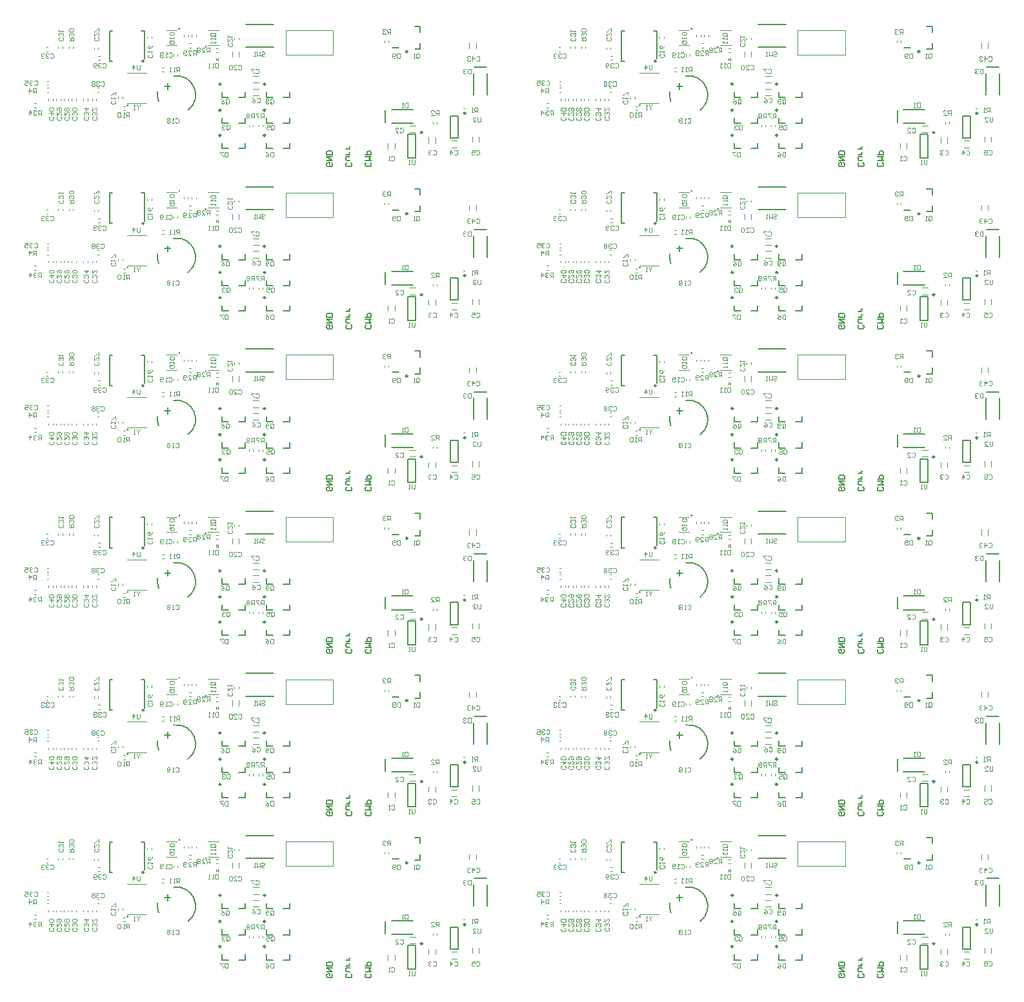
<source format=gbo>
G04 Layer_Color=32896*
%FSLAX24Y24*%
%MOIN*%
G70*
G01*
G75*
%ADD12C,0.0100*%
%ADD46C,0.0080*%
%ADD71C,0.0098*%
%ADD73C,0.0079*%
%ADD74C,0.0050*%
%ADD75C,0.0039*%
%ADD76C,0.0040*%
D12*
X12233Y11159D02*
G03*
X12233Y11159I-2J0D01*
G01*
X10392Y9482D02*
G03*
X10392Y9482I-39J0D01*
G01*
X9565Y7201D02*
G03*
X9556Y7199I0J-20D01*
G01*
X13595Y10215D02*
G03*
X13595Y10215I-2J0D01*
G01*
X38692Y11159D02*
G03*
X38692Y11159I-2J0D01*
G01*
X36851Y9482D02*
G03*
X36851Y9482I-39J0D01*
G01*
X36024Y7201D02*
G03*
X36015Y7199I0J-20D01*
G01*
X40054Y10215D02*
G03*
X40054Y10215I-2J0D01*
G01*
X12233Y19547D02*
G03*
X12233Y19547I-2J0D01*
G01*
X10392Y17869D02*
G03*
X10392Y17869I-39J0D01*
G01*
X9565Y15589D02*
G03*
X9556Y15587I0J-20D01*
G01*
X13595Y18602D02*
G03*
X13595Y18602I-2J0D01*
G01*
X38692Y19547D02*
G03*
X38692Y19547I-2J0D01*
G01*
X36851Y17869D02*
G03*
X36851Y17869I-39J0D01*
G01*
X36024Y15589D02*
G03*
X36015Y15587I0J-20D01*
G01*
X40054Y18602D02*
G03*
X40054Y18602I-2J0D01*
G01*
X12233Y27934D02*
G03*
X12233Y27934I-2J0D01*
G01*
X10392Y26257D02*
G03*
X10392Y26257I-39J0D01*
G01*
X9565Y23976D02*
G03*
X9556Y23974I0J-20D01*
G01*
X13595Y26989D02*
G03*
X13595Y26989I-2J0D01*
G01*
X38692Y27934D02*
G03*
X38692Y27934I-2J0D01*
G01*
X36851Y26257D02*
G03*
X36851Y26257I-39J0D01*
G01*
X36024Y23976D02*
G03*
X36015Y23974I0J-20D01*
G01*
X40054Y26989D02*
G03*
X40054Y26989I-2J0D01*
G01*
X12233Y36322D02*
G03*
X12233Y36322I-2J0D01*
G01*
X10392Y34644D02*
G03*
X10392Y34644I-39J0D01*
G01*
X9565Y32363D02*
G03*
X9556Y32361I0J-20D01*
G01*
X13595Y35377D02*
G03*
X13595Y35377I-2J0D01*
G01*
X38692Y36322D02*
G03*
X38692Y36322I-2J0D01*
G01*
X36851Y34644D02*
G03*
X36851Y34644I-39J0D01*
G01*
X36024Y32363D02*
G03*
X36015Y32361I0J-20D01*
G01*
X40054Y35377D02*
G03*
X40054Y35377I-2J0D01*
G01*
X12233Y44709D02*
G03*
X12233Y44709I-2J0D01*
G01*
X10392Y43032D02*
G03*
X10392Y43032I-39J0D01*
G01*
X9565Y40751D02*
G03*
X9556Y40749I0J-20D01*
G01*
X13595Y43764D02*
G03*
X13595Y43764I-2J0D01*
G01*
X38692Y44709D02*
G03*
X38692Y44709I-2J0D01*
G01*
X36851Y43032D02*
G03*
X36851Y43032I-39J0D01*
G01*
X36024Y40751D02*
G03*
X36015Y40749I0J-20D01*
G01*
X40054Y43764D02*
G03*
X40054Y43764I-2J0D01*
G01*
X12233Y53096D02*
G03*
X12233Y53096I-2J0D01*
G01*
X10392Y51419D02*
G03*
X10392Y51419I-39J0D01*
G01*
X9565Y49138D02*
G03*
X9556Y49136I0J-20D01*
G01*
X13595Y52152D02*
G03*
X13595Y52152I-2J0D01*
G01*
X38692Y53096D02*
G03*
X38692Y53096I-2J0D01*
G01*
X36851Y51419D02*
G03*
X36851Y51419I-39J0D01*
G01*
X36024Y49138D02*
G03*
X36015Y49136I0J-20D01*
G01*
X40054Y52152D02*
G03*
X40054Y52152I-2J0D01*
G01*
D46*
X11782Y8184D02*
X11462D01*
X11622Y8344D02*
Y8024D01*
X38241Y8184D02*
X37921D01*
X38081Y8344D02*
Y8024D01*
X11782Y16571D02*
X11462D01*
X11622Y16731D02*
Y16411D01*
X38241Y16571D02*
X37921D01*
X38081Y16731D02*
Y16411D01*
X11782Y24958D02*
X11462D01*
X11622Y25118D02*
Y24798D01*
X38241Y24958D02*
X37921D01*
X38081Y25118D02*
Y24798D01*
X11782Y33346D02*
X11462D01*
X11622Y33506D02*
Y33186D01*
X38241Y33346D02*
X37921D01*
X38081Y33506D02*
Y33186D01*
X11782Y41733D02*
X11462D01*
X11622Y41893D02*
Y41573D01*
X38241Y41733D02*
X37921D01*
X38081Y41893D02*
Y41573D01*
X11782Y50121D02*
X11462D01*
X11622Y50281D02*
Y49961D01*
X38241Y50121D02*
X37921D01*
X38081Y50281D02*
Y49961D01*
D71*
X16678Y8300D02*
G03*
X16678Y8300I-49J0D01*
G01*
X14378D02*
G03*
X14378Y8300I-49J0D01*
G01*
X16678Y6950D02*
G03*
X16678Y6950I-49J0D01*
G01*
X14378D02*
G03*
X14378Y6950I-49J0D01*
G01*
X16678Y5650D02*
G03*
X16678Y5650I-49J0D01*
G01*
X14378D02*
G03*
X14378Y5650I-49J0D01*
G01*
X24023Y9978D02*
G03*
X24023Y9978I-49J0D01*
G01*
X27018Y6786D02*
G03*
X27018Y6786I-49J0D01*
G01*
X24788Y5796D02*
G03*
X24788Y5796I-49J0D01*
G01*
X43137Y8300D02*
G03*
X43137Y8300I-49J0D01*
G01*
X40837D02*
G03*
X40837Y8300I-49J0D01*
G01*
X43137Y6950D02*
G03*
X43137Y6950I-49J0D01*
G01*
X40837D02*
G03*
X40837Y6950I-49J0D01*
G01*
X43137Y5650D02*
G03*
X43137Y5650I-49J0D01*
G01*
X40837D02*
G03*
X40837Y5650I-49J0D01*
G01*
X50482Y9978D02*
G03*
X50482Y9978I-49J0D01*
G01*
X53477Y6786D02*
G03*
X53477Y6786I-49J0D01*
G01*
X51247Y5796D02*
G03*
X51247Y5796I-49J0D01*
G01*
X16678Y16688D02*
G03*
X16678Y16688I-49J0D01*
G01*
X14378D02*
G03*
X14378Y16688I-49J0D01*
G01*
X16678Y15338D02*
G03*
X16678Y15338I-49J0D01*
G01*
X14378D02*
G03*
X14378Y15338I-49J0D01*
G01*
X16678Y14038D02*
G03*
X16678Y14038I-49J0D01*
G01*
X14378D02*
G03*
X14378Y14038I-49J0D01*
G01*
X24023Y18366D02*
G03*
X24023Y18366I-49J0D01*
G01*
X27018Y15173D02*
G03*
X27018Y15173I-49J0D01*
G01*
X24788Y14183D02*
G03*
X24788Y14183I-49J0D01*
G01*
X43137Y16688D02*
G03*
X43137Y16688I-49J0D01*
G01*
X40837D02*
G03*
X40837Y16688I-49J0D01*
G01*
X43137Y15338D02*
G03*
X43137Y15338I-49J0D01*
G01*
X40837D02*
G03*
X40837Y15338I-49J0D01*
G01*
X43137Y14038D02*
G03*
X43137Y14038I-49J0D01*
G01*
X40837D02*
G03*
X40837Y14038I-49J0D01*
G01*
X50482Y18366D02*
G03*
X50482Y18366I-49J0D01*
G01*
X53477Y15173D02*
G03*
X53477Y15173I-49J0D01*
G01*
X51247Y14183D02*
G03*
X51247Y14183I-49J0D01*
G01*
X16678Y25075D02*
G03*
X16678Y25075I-49J0D01*
G01*
X14378D02*
G03*
X14378Y25075I-49J0D01*
G01*
X16678Y23725D02*
G03*
X16678Y23725I-49J0D01*
G01*
X14378D02*
G03*
X14378Y23725I-49J0D01*
G01*
X16678Y22425D02*
G03*
X16678Y22425I-49J0D01*
G01*
X14378D02*
G03*
X14378Y22425I-49J0D01*
G01*
X24023Y26753D02*
G03*
X24023Y26753I-49J0D01*
G01*
X27018Y23561D02*
G03*
X27018Y23561I-49J0D01*
G01*
X24788Y22570D02*
G03*
X24788Y22570I-49J0D01*
G01*
X43137Y25075D02*
G03*
X43137Y25075I-49J0D01*
G01*
X40837D02*
G03*
X40837Y25075I-49J0D01*
G01*
X43137Y23725D02*
G03*
X43137Y23725I-49J0D01*
G01*
X40837D02*
G03*
X40837Y23725I-49J0D01*
G01*
X43137Y22425D02*
G03*
X43137Y22425I-49J0D01*
G01*
X40837D02*
G03*
X40837Y22425I-49J0D01*
G01*
X50482Y26753D02*
G03*
X50482Y26753I-49J0D01*
G01*
X53477Y23561D02*
G03*
X53477Y23561I-49J0D01*
G01*
X51247Y22570D02*
G03*
X51247Y22570I-49J0D01*
G01*
X16678Y33463D02*
G03*
X16678Y33463I-49J0D01*
G01*
X14378D02*
G03*
X14378Y33463I-49J0D01*
G01*
X16678Y32113D02*
G03*
X16678Y32113I-49J0D01*
G01*
X14378D02*
G03*
X14378Y32113I-49J0D01*
G01*
X16678Y30813D02*
G03*
X16678Y30813I-49J0D01*
G01*
X14378D02*
G03*
X14378Y30813I-49J0D01*
G01*
X24023Y35141D02*
G03*
X24023Y35141I-49J0D01*
G01*
X27018Y31948D02*
G03*
X27018Y31948I-49J0D01*
G01*
X24788Y30958D02*
G03*
X24788Y30958I-49J0D01*
G01*
X43137Y33463D02*
G03*
X43137Y33463I-49J0D01*
G01*
X40837D02*
G03*
X40837Y33463I-49J0D01*
G01*
X43137Y32113D02*
G03*
X43137Y32113I-49J0D01*
G01*
X40837D02*
G03*
X40837Y32113I-49J0D01*
G01*
X43137Y30813D02*
G03*
X43137Y30813I-49J0D01*
G01*
X40837D02*
G03*
X40837Y30813I-49J0D01*
G01*
X50482Y35141D02*
G03*
X50482Y35141I-49J0D01*
G01*
X53477Y31948D02*
G03*
X53477Y31948I-49J0D01*
G01*
X51247Y30958D02*
G03*
X51247Y30958I-49J0D01*
G01*
X16678Y41850D02*
G03*
X16678Y41850I-49J0D01*
G01*
X14378D02*
G03*
X14378Y41850I-49J0D01*
G01*
X16678Y40500D02*
G03*
X16678Y40500I-49J0D01*
G01*
X14378D02*
G03*
X14378Y40500I-49J0D01*
G01*
X16678Y39200D02*
G03*
X16678Y39200I-49J0D01*
G01*
X14378D02*
G03*
X14378Y39200I-49J0D01*
G01*
X24023Y43528D02*
G03*
X24023Y43528I-49J0D01*
G01*
X27018Y40335D02*
G03*
X27018Y40335I-49J0D01*
G01*
X24788Y39345D02*
G03*
X24788Y39345I-49J0D01*
G01*
X43137Y41850D02*
G03*
X43137Y41850I-49J0D01*
G01*
X40837D02*
G03*
X40837Y41850I-49J0D01*
G01*
X43137Y40500D02*
G03*
X43137Y40500I-49J0D01*
G01*
X40837D02*
G03*
X40837Y40500I-49J0D01*
G01*
X43137Y39200D02*
G03*
X43137Y39200I-49J0D01*
G01*
X40837D02*
G03*
X40837Y39200I-49J0D01*
G01*
X50482Y43528D02*
G03*
X50482Y43528I-49J0D01*
G01*
X53477Y40335D02*
G03*
X53477Y40335I-49J0D01*
G01*
X51247Y39345D02*
G03*
X51247Y39345I-49J0D01*
G01*
X16678Y50237D02*
G03*
X16678Y50237I-49J0D01*
G01*
X14378D02*
G03*
X14378Y50237I-49J0D01*
G01*
X16678Y48887D02*
G03*
X16678Y48887I-49J0D01*
G01*
X14378D02*
G03*
X14378Y48887I-49J0D01*
G01*
X16678Y47587D02*
G03*
X16678Y47587I-49J0D01*
G01*
X14378D02*
G03*
X14378Y47587I-49J0D01*
G01*
X24023Y51915D02*
G03*
X24023Y51915I-49J0D01*
G01*
X27018Y48723D02*
G03*
X27018Y48723I-49J0D01*
G01*
X24788Y47733D02*
G03*
X24788Y47733I-49J0D01*
G01*
X43137Y50237D02*
G03*
X43137Y50237I-49J0D01*
G01*
X40837D02*
G03*
X40837Y50237I-49J0D01*
G01*
X43137Y48887D02*
G03*
X43137Y48887I-49J0D01*
G01*
X40837D02*
G03*
X40837Y48887I-49J0D01*
G01*
X43137Y47587D02*
G03*
X43137Y47587I-49J0D01*
G01*
X40837D02*
G03*
X40837Y47587I-49J0D01*
G01*
X50482Y51915D02*
G03*
X50482Y51915I-49J0D01*
G01*
X53477Y48723D02*
G03*
X53477Y48723I-49J0D01*
G01*
X51247Y47733D02*
G03*
X51247Y47733I-49J0D01*
G01*
D73*
X17613Y7611D02*
X17928D01*
Y7887D01*
X16746Y7611D02*
X17061D01*
X16746D02*
Y7887D01*
X14446Y7611D02*
Y7887D01*
Y7611D02*
X14761D01*
X15628D02*
Y7887D01*
X15313Y7611D02*
X15628D01*
X17613Y6261D02*
X17928D01*
Y6537D01*
X16746Y6261D02*
X17061D01*
X16746D02*
Y6537D01*
X15313Y6261D02*
X15628D01*
Y6537D01*
X14446Y6261D02*
X14761D01*
X14446D02*
Y6537D01*
X17613Y4961D02*
X17928D01*
Y5237D01*
X16746Y4961D02*
X17061D01*
X16746D02*
Y5237D01*
X14446Y4961D02*
Y5237D01*
Y4961D02*
X14761D01*
X15628D02*
Y5237D01*
X15313Y4961D02*
X15628D01*
X24663Y10963D02*
Y11278D01*
X24387D02*
X24663D01*
Y10096D02*
Y10411D01*
X24387Y10096D02*
X24663D01*
X26240Y6658D02*
X26634D01*
X26240Y5516D02*
X26634D01*
Y6658D01*
X26240Y5516D02*
Y6658D01*
X24040Y5697D02*
X24434D01*
X24040Y4477D02*
X24434D01*
Y5697D01*
X24040Y4477D02*
Y5697D01*
X44072Y7611D02*
X44387D01*
Y7887D01*
X43206Y7611D02*
X43520D01*
X43206D02*
Y7887D01*
X40906Y7611D02*
Y7887D01*
Y7611D02*
X41220D01*
X42087D02*
Y7887D01*
X41772Y7611D02*
X42087D01*
X44072Y6261D02*
X44387D01*
Y6537D01*
X43206Y6261D02*
X43520D01*
X43206D02*
Y6537D01*
X41772Y6261D02*
X42087D01*
Y6537D01*
X40906Y6261D02*
X41220D01*
X40906D02*
Y6537D01*
X44072Y4961D02*
X44387D01*
Y5237D01*
X43206Y4961D02*
X43520D01*
X43206D02*
Y5237D01*
X40906Y4961D02*
Y5237D01*
Y4961D02*
X41220D01*
X42087D02*
Y5237D01*
X41772Y4961D02*
X42087D01*
X51122Y10963D02*
Y11278D01*
X50846D02*
X51122D01*
Y10096D02*
Y10411D01*
X50846Y10096D02*
X51122D01*
X52699Y6658D02*
X53093D01*
X52699Y5516D02*
X53093D01*
Y6658D01*
X52699Y5516D02*
Y6658D01*
X50499Y5697D02*
X50893D01*
X50499Y4477D02*
X50893D01*
Y5697D01*
X50499Y4477D02*
Y5697D01*
X17613Y15999D02*
X17928D01*
Y16274D01*
X16746Y15999D02*
X17061D01*
X16746D02*
Y16274D01*
X14446Y15999D02*
Y16274D01*
Y15999D02*
X14761D01*
X15628D02*
Y16274D01*
X15313Y15999D02*
X15628D01*
X17613Y14649D02*
X17928D01*
Y14924D01*
X16746Y14649D02*
X17061D01*
X16746D02*
Y14924D01*
X15313Y14649D02*
X15628D01*
Y14924D01*
X14446Y14649D02*
X14761D01*
X14446D02*
Y14924D01*
X17613Y13349D02*
X17928D01*
Y13624D01*
X16746Y13349D02*
X17061D01*
X16746D02*
Y13624D01*
X14446Y13349D02*
Y13624D01*
Y13349D02*
X14761D01*
X15628D02*
Y13624D01*
X15313Y13349D02*
X15628D01*
X24663Y19350D02*
Y19665D01*
X24387D02*
X24663D01*
Y18484D02*
Y18799D01*
X24387Y18484D02*
X24663D01*
X26240Y15045D02*
X26634D01*
X26240Y13904D02*
X26634D01*
Y15045D01*
X26240Y13904D02*
Y15045D01*
X24040Y14085D02*
X24434D01*
X24040Y12864D02*
X24434D01*
Y14085D01*
X24040Y12864D02*
Y14085D01*
X44072Y15999D02*
X44387D01*
Y16274D01*
X43206Y15999D02*
X43520D01*
X43206D02*
Y16274D01*
X40906Y15999D02*
Y16274D01*
Y15999D02*
X41220D01*
X42087D02*
Y16274D01*
X41772Y15999D02*
X42087D01*
X44072Y14649D02*
X44387D01*
Y14924D01*
X43206Y14649D02*
X43520D01*
X43206D02*
Y14924D01*
X41772Y14649D02*
X42087D01*
Y14924D01*
X40906Y14649D02*
X41220D01*
X40906D02*
Y14924D01*
X44072Y13349D02*
X44387D01*
Y13624D01*
X43206Y13349D02*
X43520D01*
X43206D02*
Y13624D01*
X40906Y13349D02*
Y13624D01*
Y13349D02*
X41220D01*
X42087D02*
Y13624D01*
X41772Y13349D02*
X42087D01*
X51122Y19350D02*
Y19665D01*
X50846D02*
X51122D01*
Y18484D02*
Y18799D01*
X50846Y18484D02*
X51122D01*
X52699Y15045D02*
X53093D01*
X52699Y13904D02*
X53093D01*
Y15045D01*
X52699Y13904D02*
Y15045D01*
X50499Y14085D02*
X50893D01*
X50499Y12864D02*
X50893D01*
Y14085D01*
X50499Y12864D02*
Y14085D01*
X17613Y24386D02*
X17928D01*
Y24662D01*
X16746Y24386D02*
X17061D01*
X16746D02*
Y24662D01*
X14446Y24386D02*
Y24662D01*
Y24386D02*
X14761D01*
X15628D02*
Y24662D01*
X15313Y24386D02*
X15628D01*
X17613Y23036D02*
X17928D01*
Y23312D01*
X16746Y23036D02*
X17061D01*
X16746D02*
Y23312D01*
X15313Y23036D02*
X15628D01*
Y23312D01*
X14446Y23036D02*
X14761D01*
X14446D02*
Y23312D01*
X17613Y21736D02*
X17928D01*
Y22012D01*
X16746Y21736D02*
X17061D01*
X16746D02*
Y22012D01*
X14446Y21736D02*
Y22012D01*
Y21736D02*
X14761D01*
X15628D02*
Y22012D01*
X15313Y21736D02*
X15628D01*
X24663Y27737D02*
Y28052D01*
X24387D02*
X24663D01*
Y26871D02*
Y27186D01*
X24387Y26871D02*
X24663D01*
X26240Y23433D02*
X26634D01*
X26240Y22291D02*
X26634D01*
Y23433D01*
X26240Y22291D02*
Y23433D01*
X24040Y22472D02*
X24434D01*
X24040Y21252D02*
X24434D01*
Y22472D01*
X24040Y21252D02*
Y22472D01*
X44072Y24386D02*
X44387D01*
Y24662D01*
X43206Y24386D02*
X43520D01*
X43206D02*
Y24662D01*
X40906Y24386D02*
Y24662D01*
Y24386D02*
X41220D01*
X42087D02*
Y24662D01*
X41772Y24386D02*
X42087D01*
X44072Y23036D02*
X44387D01*
Y23312D01*
X43206Y23036D02*
X43520D01*
X43206D02*
Y23312D01*
X41772Y23036D02*
X42087D01*
Y23312D01*
X40906Y23036D02*
X41220D01*
X40906D02*
Y23312D01*
X44072Y21736D02*
X44387D01*
Y22012D01*
X43206Y21736D02*
X43520D01*
X43206D02*
Y22012D01*
X40906Y21736D02*
Y22012D01*
Y21736D02*
X41220D01*
X42087D02*
Y22012D01*
X41772Y21736D02*
X42087D01*
X51122Y27737D02*
Y28052D01*
X50846D02*
X51122D01*
Y26871D02*
Y27186D01*
X50846Y26871D02*
X51122D01*
X52699Y23433D02*
X53093D01*
X52699Y22291D02*
X53093D01*
Y23433D01*
X52699Y22291D02*
Y23433D01*
X50499Y22472D02*
X50893D01*
X50499Y21252D02*
X50893D01*
Y22472D01*
X50499Y21252D02*
Y22472D01*
X17613Y32774D02*
X17928D01*
Y33049D01*
X16746Y32774D02*
X17061D01*
X16746D02*
Y33049D01*
X14446Y32774D02*
Y33049D01*
Y32774D02*
X14761D01*
X15628D02*
Y33049D01*
X15313Y32774D02*
X15628D01*
X17613Y31424D02*
X17928D01*
Y31699D01*
X16746Y31424D02*
X17061D01*
X16746D02*
Y31699D01*
X15313Y31424D02*
X15628D01*
Y31699D01*
X14446Y31424D02*
X14761D01*
X14446D02*
Y31699D01*
X17613Y30124D02*
X17928D01*
Y30399D01*
X16746Y30124D02*
X17061D01*
X16746D02*
Y30399D01*
X14446Y30124D02*
Y30399D01*
Y30124D02*
X14761D01*
X15628D02*
Y30399D01*
X15313Y30124D02*
X15628D01*
X24663Y36125D02*
Y36440D01*
X24387D02*
X24663D01*
Y35259D02*
Y35574D01*
X24387Y35259D02*
X24663D01*
X26240Y31820D02*
X26634D01*
X26240Y30678D02*
X26634D01*
Y31820D01*
X26240Y30678D02*
Y31820D01*
X24040Y30859D02*
X24434D01*
X24040Y29639D02*
X24434D01*
Y30859D01*
X24040Y29639D02*
Y30859D01*
X44072Y32774D02*
X44387D01*
Y33049D01*
X43206Y32774D02*
X43520D01*
X43206D02*
Y33049D01*
X40906Y32774D02*
Y33049D01*
Y32774D02*
X41220D01*
X42087D02*
Y33049D01*
X41772Y32774D02*
X42087D01*
X44072Y31424D02*
X44387D01*
Y31699D01*
X43206Y31424D02*
X43520D01*
X43206D02*
Y31699D01*
X41772Y31424D02*
X42087D01*
Y31699D01*
X40906Y31424D02*
X41220D01*
X40906D02*
Y31699D01*
X44072Y30124D02*
X44387D01*
Y30399D01*
X43206Y30124D02*
X43520D01*
X43206D02*
Y30399D01*
X40906Y30124D02*
Y30399D01*
Y30124D02*
X41220D01*
X42087D02*
Y30399D01*
X41772Y30124D02*
X42087D01*
X51122Y36125D02*
Y36440D01*
X50846D02*
X51122D01*
Y35259D02*
Y35574D01*
X50846Y35259D02*
X51122D01*
X52699Y31820D02*
X53093D01*
X52699Y30678D02*
X53093D01*
Y31820D01*
X52699Y30678D02*
Y31820D01*
X50499Y30859D02*
X50893D01*
X50499Y29639D02*
X50893D01*
Y30859D01*
X50499Y29639D02*
Y30859D01*
X17613Y41161D02*
X17928D01*
Y41437D01*
X16746Y41161D02*
X17061D01*
X16746D02*
Y41437D01*
X14446Y41161D02*
Y41437D01*
Y41161D02*
X14761D01*
X15628D02*
Y41437D01*
X15313Y41161D02*
X15628D01*
X17613Y39811D02*
X17928D01*
Y40087D01*
X16746Y39811D02*
X17061D01*
X16746D02*
Y40087D01*
X15313Y39811D02*
X15628D01*
Y40087D01*
X14446Y39811D02*
X14761D01*
X14446D02*
Y40087D01*
X17613Y38511D02*
X17928D01*
Y38787D01*
X16746Y38511D02*
X17061D01*
X16746D02*
Y38787D01*
X14446Y38511D02*
Y38787D01*
Y38511D02*
X14761D01*
X15628D02*
Y38787D01*
X15313Y38511D02*
X15628D01*
X24663Y44512D02*
Y44827D01*
X24387D02*
X24663D01*
Y43646D02*
Y43961D01*
X24387Y43646D02*
X24663D01*
X26240Y40207D02*
X26634D01*
X26240Y39066D02*
X26634D01*
Y40207D01*
X26240Y39066D02*
Y40207D01*
X24040Y39247D02*
X24434D01*
X24040Y38026D02*
X24434D01*
Y39247D01*
X24040Y38026D02*
Y39247D01*
X44072Y41161D02*
X44387D01*
Y41437D01*
X43206Y41161D02*
X43520D01*
X43206D02*
Y41437D01*
X40906Y41161D02*
Y41437D01*
Y41161D02*
X41220D01*
X42087D02*
Y41437D01*
X41772Y41161D02*
X42087D01*
X44072Y39811D02*
X44387D01*
Y40087D01*
X43206Y39811D02*
X43520D01*
X43206D02*
Y40087D01*
X41772Y39811D02*
X42087D01*
Y40087D01*
X40906Y39811D02*
X41220D01*
X40906D02*
Y40087D01*
X44072Y38511D02*
X44387D01*
Y38787D01*
X43206Y38511D02*
X43520D01*
X43206D02*
Y38787D01*
X40906Y38511D02*
Y38787D01*
Y38511D02*
X41220D01*
X42087D02*
Y38787D01*
X41772Y38511D02*
X42087D01*
X51122Y44512D02*
Y44827D01*
X50846D02*
X51122D01*
Y43646D02*
Y43961D01*
X50846Y43646D02*
X51122D01*
X52699Y40207D02*
X53093D01*
X52699Y39066D02*
X53093D01*
Y40207D01*
X52699Y39066D02*
Y40207D01*
X50499Y39247D02*
X50893D01*
X50499Y38026D02*
X50893D01*
Y39247D01*
X50499Y38026D02*
Y39247D01*
X17613Y49548D02*
X17928D01*
Y49824D01*
X16746Y49548D02*
X17061D01*
X16746D02*
Y49824D01*
X14446Y49548D02*
Y49824D01*
Y49548D02*
X14761D01*
X15628D02*
Y49824D01*
X15313Y49548D02*
X15628D01*
X17613Y48198D02*
X17928D01*
Y48474D01*
X16746Y48198D02*
X17061D01*
X16746D02*
Y48474D01*
X15313Y48198D02*
X15628D01*
Y48474D01*
X14446Y48198D02*
X14761D01*
X14446D02*
Y48474D01*
X17613Y46898D02*
X17928D01*
Y47174D01*
X16746Y46898D02*
X17061D01*
X16746D02*
Y47174D01*
X14446Y46898D02*
Y47174D01*
Y46898D02*
X14761D01*
X15628D02*
Y47174D01*
X15313Y46898D02*
X15628D01*
X24663Y52900D02*
Y53215D01*
X24387D02*
X24663D01*
Y52033D02*
Y52348D01*
X24387Y52033D02*
X24663D01*
X26240Y48595D02*
X26634D01*
X26240Y47453D02*
X26634D01*
Y48595D01*
X26240Y47453D02*
Y48595D01*
X24040Y47634D02*
X24434D01*
X24040Y46414D02*
X24434D01*
Y47634D01*
X24040Y46414D02*
Y47634D01*
X44072Y49548D02*
X44387D01*
Y49824D01*
X43206Y49548D02*
X43520D01*
X43206D02*
Y49824D01*
X40906Y49548D02*
Y49824D01*
Y49548D02*
X41220D01*
X42087D02*
Y49824D01*
X41772Y49548D02*
X42087D01*
X44072Y48198D02*
X44387D01*
Y48474D01*
X43206Y48198D02*
X43520D01*
X43206D02*
Y48474D01*
X41772Y48198D02*
X42087D01*
Y48474D01*
X40906Y48198D02*
X41220D01*
X40906D02*
Y48474D01*
X44072Y46898D02*
X44387D01*
Y47174D01*
X43206Y46898D02*
X43520D01*
X43206D02*
Y47174D01*
X40906Y46898D02*
Y47174D01*
Y46898D02*
X41220D01*
X42087D02*
Y47174D01*
X41772Y46898D02*
X42087D01*
X51122Y52900D02*
Y53215D01*
X50846D02*
X51122D01*
Y52033D02*
Y52348D01*
X50846Y52033D02*
X51122D01*
X52699Y48595D02*
X53093D01*
X52699Y47453D02*
X53093D01*
Y48595D01*
X52699Y47453D02*
Y48595D01*
X50499Y47634D02*
X50893D01*
X50499Y46414D02*
X50893D01*
Y47634D01*
X50499Y46414D02*
Y47634D01*
D74*
X12674Y6947D02*
G03*
X11937Y8710I-587J790D01*
G01*
X11115Y7891D02*
G03*
X11164Y7395I972J-154D01*
G01*
X10431Y9600D02*
Y11057D01*
X10274D02*
X10431D01*
X8620Y9482D02*
X8778D01*
X8620D02*
Y11057D01*
X8778D01*
X15678Y11378D02*
X17096D01*
X15678Y10196D02*
X17096D01*
X23220Y10172D02*
X23554D01*
X27433Y7736D02*
Y8838D01*
X28141Y7736D02*
Y8838D01*
X27472Y9163D02*
X28102D01*
X23186Y6283D02*
X24288D01*
X23186Y6991D02*
X24288D01*
X22861Y6322D02*
Y6952D01*
X20087Y4237D02*
X20137Y4187D01*
Y4087D01*
X20087Y4037D01*
X19887D01*
X19837Y4087D01*
Y4187D01*
X19887Y4237D01*
X19987D01*
Y4137D01*
X19837Y4337D02*
X20137D01*
X19837Y4537D01*
X20137D01*
Y4637D02*
X19837D01*
Y4787D01*
X19887Y4837D01*
X20087D01*
X20137Y4787D01*
Y4637D01*
X22087Y4237D02*
X22137Y4187D01*
Y4087D01*
X22087Y4037D01*
X21887D01*
X21837Y4087D01*
Y4187D01*
X21887Y4237D01*
X21837Y4337D02*
X22137D01*
X22037Y4437D01*
X22137Y4537D01*
X21837D01*
Y4637D02*
X22137D01*
Y4787D01*
X22087Y4837D01*
X21987D01*
X21937Y4787D01*
Y4637D01*
X21087Y4237D02*
X21137Y4187D01*
Y4087D01*
X21087Y4037D01*
X20887D01*
X20837Y4087D01*
Y4187D01*
X20887Y4237D01*
X21037Y4337D02*
X20887D01*
X20837Y4387D01*
Y4537D01*
X21037D01*
Y4637D02*
X20837D01*
X20937D01*
X20987Y4687D01*
X21037Y4737D01*
Y4787D01*
Y4937D02*
X20837D01*
X20937D01*
X20987Y4987D01*
X21037Y5037D01*
Y5087D01*
X39133Y6947D02*
G03*
X38396Y8710I-587J790D01*
G01*
X37574Y7891D02*
G03*
X37623Y7395I972J-154D01*
G01*
X36891Y9600D02*
Y11057D01*
X36733D02*
X36891D01*
X35080Y9482D02*
X35237D01*
X35080D02*
Y11057D01*
X35237D01*
X42137Y11378D02*
X43555D01*
X42137Y10196D02*
X43555D01*
X49679Y10172D02*
X50013D01*
X53892Y7736D02*
Y8838D01*
X54600Y7736D02*
Y8838D01*
X53931Y9163D02*
X54561D01*
X49645Y6283D02*
X50747D01*
X49645Y6991D02*
X50747D01*
X49320Y6322D02*
Y6952D01*
X46546Y4237D02*
X46596Y4187D01*
Y4087D01*
X46546Y4037D01*
X46346D01*
X46296Y4087D01*
Y4187D01*
X46346Y4237D01*
X46446D01*
Y4137D01*
X46296Y4337D02*
X46596D01*
X46296Y4537D01*
X46596D01*
Y4637D02*
X46296D01*
Y4787D01*
X46346Y4837D01*
X46546D01*
X46596Y4787D01*
Y4637D01*
X48546Y4237D02*
X48596Y4187D01*
Y4087D01*
X48546Y4037D01*
X48346D01*
X48296Y4087D01*
Y4187D01*
X48346Y4237D01*
X48296Y4337D02*
X48596D01*
X48496Y4437D01*
X48596Y4537D01*
X48296D01*
Y4637D02*
X48596D01*
Y4787D01*
X48546Y4837D01*
X48446D01*
X48396Y4787D01*
Y4637D01*
X47546Y4237D02*
X47596Y4187D01*
Y4087D01*
X47546Y4037D01*
X47346D01*
X47296Y4087D01*
Y4187D01*
X47346Y4237D01*
X47496Y4337D02*
X47346D01*
X47296Y4387D01*
Y4537D01*
X47496D01*
Y4637D02*
X47296D01*
X47396D01*
X47446Y4687D01*
X47496Y4737D01*
Y4787D01*
Y4937D02*
X47296D01*
X47396D01*
X47446Y4987D01*
X47496Y5037D01*
Y5087D01*
X12674Y15334D02*
G03*
X11937Y17097I-587J790D01*
G01*
X11115Y16279D02*
G03*
X11164Y15782I972J-154D01*
G01*
X10431Y17987D02*
Y19444D01*
X10274D02*
X10431D01*
X8620Y17869D02*
X8778D01*
X8620D02*
Y19444D01*
X8778D01*
X15678Y19765D02*
X17096D01*
X15678Y18584D02*
X17096D01*
X23220Y18559D02*
X23554D01*
X27433Y16123D02*
Y17226D01*
X28141Y16123D02*
Y17226D01*
X27472Y17550D02*
X28102D01*
X23186Y14670D02*
X24288D01*
X23186Y15379D02*
X24288D01*
X22861Y14709D02*
Y15339D01*
X20087Y12624D02*
X20137Y12574D01*
Y12474D01*
X20087Y12424D01*
X19887D01*
X19837Y12474D01*
Y12574D01*
X19887Y12624D01*
X19987D01*
Y12524D01*
X19837Y12724D02*
X20137D01*
X19837Y12924D01*
X20137D01*
Y13024D02*
X19837D01*
Y13174D01*
X19887Y13224D01*
X20087D01*
X20137Y13174D01*
Y13024D01*
X22087Y12624D02*
X22137Y12574D01*
Y12474D01*
X22087Y12424D01*
X21887D01*
X21837Y12474D01*
Y12574D01*
X21887Y12624D01*
X21837Y12724D02*
X22137D01*
X22037Y12824D01*
X22137Y12924D01*
X21837D01*
Y13024D02*
X22137D01*
Y13174D01*
X22087Y13224D01*
X21987D01*
X21937Y13174D01*
Y13024D01*
X21087Y12624D02*
X21137Y12574D01*
Y12474D01*
X21087Y12424D01*
X20887D01*
X20837Y12474D01*
Y12574D01*
X20887Y12624D01*
X21037Y12724D02*
X20887D01*
X20837Y12774D01*
Y12924D01*
X21037D01*
Y13024D02*
X20837D01*
X20937D01*
X20987Y13074D01*
X21037Y13124D01*
Y13174D01*
Y13324D02*
X20837D01*
X20937D01*
X20987Y13374D01*
X21037Y13424D01*
Y13474D01*
X39133Y15334D02*
G03*
X38396Y17097I-587J790D01*
G01*
X37574Y16279D02*
G03*
X37623Y15782I972J-154D01*
G01*
X36891Y17987D02*
Y19444D01*
X36733D02*
X36891D01*
X35080Y17869D02*
X35237D01*
X35080D02*
Y19444D01*
X35237D01*
X42137Y19765D02*
X43555D01*
X42137Y18584D02*
X43555D01*
X49679Y18559D02*
X50013D01*
X53892Y16123D02*
Y17226D01*
X54600Y16123D02*
Y17226D01*
X53931Y17550D02*
X54561D01*
X49645Y14670D02*
X50747D01*
X49645Y15379D02*
X50747D01*
X49320Y14709D02*
Y15339D01*
X46546Y12624D02*
X46596Y12574D01*
Y12474D01*
X46546Y12424D01*
X46346D01*
X46296Y12474D01*
Y12574D01*
X46346Y12624D01*
X46446D01*
Y12524D01*
X46296Y12724D02*
X46596D01*
X46296Y12924D01*
X46596D01*
Y13024D02*
X46296D01*
Y13174D01*
X46346Y13224D01*
X46546D01*
X46596Y13174D01*
Y13024D01*
X48546Y12624D02*
X48596Y12574D01*
Y12474D01*
X48546Y12424D01*
X48346D01*
X48296Y12474D01*
Y12574D01*
X48346Y12624D01*
X48296Y12724D02*
X48596D01*
X48496Y12824D01*
X48596Y12924D01*
X48296D01*
Y13024D02*
X48596D01*
Y13174D01*
X48546Y13224D01*
X48446D01*
X48396Y13174D01*
Y13024D01*
X47546Y12624D02*
X47596Y12574D01*
Y12474D01*
X47546Y12424D01*
X47346D01*
X47296Y12474D01*
Y12574D01*
X47346Y12624D01*
X47496Y12724D02*
X47346D01*
X47296Y12774D01*
Y12924D01*
X47496D01*
Y13024D02*
X47296D01*
X47396D01*
X47446Y13074D01*
X47496Y13124D01*
Y13174D01*
Y13324D02*
X47296D01*
X47396D01*
X47446Y13374D01*
X47496Y13424D01*
Y13474D01*
X12674Y23722D02*
G03*
X11937Y25484I-587J790D01*
G01*
X11115Y24666D02*
G03*
X11164Y24170I972J-154D01*
G01*
X10431Y26375D02*
Y27831D01*
X10274D02*
X10431D01*
X8620Y26257D02*
X8778D01*
X8620D02*
Y27831D01*
X8778D01*
X15678Y28152D02*
X17096D01*
X15678Y26971D02*
X17096D01*
X23220Y26947D02*
X23554D01*
X27433Y24511D02*
Y25613D01*
X28141Y24511D02*
Y25613D01*
X27472Y25938D02*
X28102D01*
X23186Y23057D02*
X24288D01*
X23186Y23766D02*
X24288D01*
X22861Y23097D02*
Y23727D01*
X20087Y21012D02*
X20137Y20962D01*
Y20862D01*
X20087Y20812D01*
X19887D01*
X19837Y20862D01*
Y20962D01*
X19887Y21012D01*
X19987D01*
Y20912D01*
X19837Y21112D02*
X20137D01*
X19837Y21312D01*
X20137D01*
Y21412D02*
X19837D01*
Y21562D01*
X19887Y21612D01*
X20087D01*
X20137Y21562D01*
Y21412D01*
X22087Y21012D02*
X22137Y20962D01*
Y20862D01*
X22087Y20812D01*
X21887D01*
X21837Y20862D01*
Y20962D01*
X21887Y21012D01*
X21837Y21112D02*
X22137D01*
X22037Y21212D01*
X22137Y21312D01*
X21837D01*
Y21412D02*
X22137D01*
Y21562D01*
X22087Y21612D01*
X21987D01*
X21937Y21562D01*
Y21412D01*
X21087Y21012D02*
X21137Y20962D01*
Y20862D01*
X21087Y20812D01*
X20887D01*
X20837Y20862D01*
Y20962D01*
X20887Y21012D01*
X21037Y21112D02*
X20887D01*
X20837Y21162D01*
Y21312D01*
X21037D01*
Y21412D02*
X20837D01*
X20937D01*
X20987Y21462D01*
X21037Y21512D01*
Y21562D01*
Y21712D02*
X20837D01*
X20937D01*
X20987Y21762D01*
X21037Y21811D01*
Y21861D01*
X39133Y23722D02*
G03*
X38396Y25484I-587J790D01*
G01*
X37574Y24666D02*
G03*
X37623Y24170I972J-154D01*
G01*
X36891Y26375D02*
Y27831D01*
X36733D02*
X36891D01*
X35080Y26257D02*
X35237D01*
X35080D02*
Y27831D01*
X35237D01*
X42137Y28152D02*
X43555D01*
X42137Y26971D02*
X43555D01*
X49679Y26947D02*
X50013D01*
X53892Y24511D02*
Y25613D01*
X54600Y24511D02*
Y25613D01*
X53931Y25938D02*
X54561D01*
X49645Y23057D02*
X50747D01*
X49645Y23766D02*
X50747D01*
X49320Y23097D02*
Y23727D01*
X46546Y21012D02*
X46596Y20962D01*
Y20862D01*
X46546Y20812D01*
X46346D01*
X46296Y20862D01*
Y20962D01*
X46346Y21012D01*
X46446D01*
Y20912D01*
X46296Y21112D02*
X46596D01*
X46296Y21312D01*
X46596D01*
Y21412D02*
X46296D01*
Y21562D01*
X46346Y21612D01*
X46546D01*
X46596Y21562D01*
Y21412D01*
X48546Y21012D02*
X48596Y20962D01*
Y20862D01*
X48546Y20812D01*
X48346D01*
X48296Y20862D01*
Y20962D01*
X48346Y21012D01*
X48296Y21112D02*
X48596D01*
X48496Y21212D01*
X48596Y21312D01*
X48296D01*
Y21412D02*
X48596D01*
Y21562D01*
X48546Y21612D01*
X48446D01*
X48396Y21562D01*
Y21412D01*
X47546Y21012D02*
X47596Y20962D01*
Y20862D01*
X47546Y20812D01*
X47346D01*
X47296Y20862D01*
Y20962D01*
X47346Y21012D01*
X47496Y21112D02*
X47346D01*
X47296Y21162D01*
Y21312D01*
X47496D01*
Y21412D02*
X47296D01*
X47396D01*
X47446Y21462D01*
X47496Y21512D01*
Y21562D01*
Y21712D02*
X47296D01*
X47396D01*
X47446Y21762D01*
X47496Y21811D01*
Y21861D01*
X12674Y32109D02*
G03*
X11937Y33872I-587J790D01*
G01*
X11115Y33053D02*
G03*
X11164Y32557I972J-154D01*
G01*
X10431Y34762D02*
Y36219D01*
X10274D02*
X10431D01*
X8620Y34644D02*
X8778D01*
X8620D02*
Y36219D01*
X8778D01*
X15678Y36540D02*
X17096D01*
X15678Y35359D02*
X17096D01*
X23220Y35334D02*
X23554D01*
X27433Y32898D02*
Y34000D01*
X28141Y32898D02*
Y34000D01*
X27472Y34325D02*
X28102D01*
X23186Y31445D02*
X24288D01*
X23186Y32154D02*
X24288D01*
X22861Y31484D02*
Y32114D01*
X20087Y29399D02*
X20137Y29349D01*
Y29249D01*
X20087Y29199D01*
X19887D01*
X19837Y29249D01*
Y29349D01*
X19887Y29399D01*
X19987D01*
Y29299D01*
X19837Y29499D02*
X20137D01*
X19837Y29699D01*
X20137D01*
Y29799D02*
X19837D01*
Y29949D01*
X19887Y29999D01*
X20087D01*
X20137Y29949D01*
Y29799D01*
X22087Y29399D02*
X22137Y29349D01*
Y29249D01*
X22087Y29199D01*
X21887D01*
X21837Y29249D01*
Y29349D01*
X21887Y29399D01*
X21837Y29499D02*
X22137D01*
X22037Y29599D01*
X22137Y29699D01*
X21837D01*
Y29799D02*
X22137D01*
Y29949D01*
X22087Y29999D01*
X21987D01*
X21937Y29949D01*
Y29799D01*
X21087Y29399D02*
X21137Y29349D01*
Y29249D01*
X21087Y29199D01*
X20887D01*
X20837Y29249D01*
Y29349D01*
X20887Y29399D01*
X21037Y29499D02*
X20887D01*
X20837Y29549D01*
Y29699D01*
X21037D01*
Y29799D02*
X20837D01*
X20937D01*
X20987Y29849D01*
X21037Y29899D01*
Y29949D01*
Y30099D02*
X20837D01*
X20937D01*
X20987Y30149D01*
X21037Y30199D01*
Y30249D01*
X39133Y32109D02*
G03*
X38396Y33872I-587J790D01*
G01*
X37574Y33053D02*
G03*
X37623Y32557I972J-154D01*
G01*
X36891Y34762D02*
Y36219D01*
X36733D02*
X36891D01*
X35080Y34644D02*
X35237D01*
X35080D02*
Y36219D01*
X35237D01*
X42137Y36540D02*
X43555D01*
X42137Y35359D02*
X43555D01*
X49679Y35334D02*
X50013D01*
X53892Y32898D02*
Y34000D01*
X54600Y32898D02*
Y34000D01*
X53931Y34325D02*
X54561D01*
X49645Y31445D02*
X50747D01*
X49645Y32154D02*
X50747D01*
X49320Y31484D02*
Y32114D01*
X46546Y29399D02*
X46596Y29349D01*
Y29249D01*
X46546Y29199D01*
X46346D01*
X46296Y29249D01*
Y29349D01*
X46346Y29399D01*
X46446D01*
Y29299D01*
X46296Y29499D02*
X46596D01*
X46296Y29699D01*
X46596D01*
Y29799D02*
X46296D01*
Y29949D01*
X46346Y29999D01*
X46546D01*
X46596Y29949D01*
Y29799D01*
X48546Y29399D02*
X48596Y29349D01*
Y29249D01*
X48546Y29199D01*
X48346D01*
X48296Y29249D01*
Y29349D01*
X48346Y29399D01*
X48296Y29499D02*
X48596D01*
X48496Y29599D01*
X48596Y29699D01*
X48296D01*
Y29799D02*
X48596D01*
Y29949D01*
X48546Y29999D01*
X48446D01*
X48396Y29949D01*
Y29799D01*
X47546Y29399D02*
X47596Y29349D01*
Y29249D01*
X47546Y29199D01*
X47346D01*
X47296Y29249D01*
Y29349D01*
X47346Y29399D01*
X47496Y29499D02*
X47346D01*
X47296Y29549D01*
Y29699D01*
X47496D01*
Y29799D02*
X47296D01*
X47396D01*
X47446Y29849D01*
X47496Y29899D01*
Y29949D01*
Y30099D02*
X47296D01*
X47396D01*
X47446Y30149D01*
X47496Y30199D01*
Y30249D01*
X12674Y40497D02*
G03*
X11937Y42259I-587J790D01*
G01*
X11115Y41441D02*
G03*
X11164Y40944I972J-154D01*
G01*
X10431Y43150D02*
Y44606D01*
X10274D02*
X10431D01*
X8620Y43032D02*
X8778D01*
X8620D02*
Y44606D01*
X8778D01*
X15678Y44927D02*
X17096D01*
X15678Y43746D02*
X17096D01*
X23220Y43722D02*
X23554D01*
X27433Y41285D02*
Y42388D01*
X28141Y41285D02*
Y42388D01*
X27472Y42712D02*
X28102D01*
X23186Y39832D02*
X24288D01*
X23186Y40541D02*
X24288D01*
X22861Y39872D02*
Y40502D01*
X20087Y37787D02*
X20137Y37737D01*
Y37637D01*
X20087Y37587D01*
X19887D01*
X19837Y37637D01*
Y37737D01*
X19887Y37787D01*
X19987D01*
Y37687D01*
X19837Y37887D02*
X20137D01*
X19837Y38086D01*
X20137D01*
Y38186D02*
X19837D01*
Y38336D01*
X19887Y38386D01*
X20087D01*
X20137Y38336D01*
Y38186D01*
X22087Y37787D02*
X22137Y37737D01*
Y37637D01*
X22087Y37587D01*
X21887D01*
X21837Y37637D01*
Y37737D01*
X21887Y37787D01*
X21837Y37887D02*
X22137D01*
X22037Y37986D01*
X22137Y38086D01*
X21837D01*
Y38186D02*
X22137D01*
Y38336D01*
X22087Y38386D01*
X21987D01*
X21937Y38336D01*
Y38186D01*
X21087Y37787D02*
X21137Y37737D01*
Y37637D01*
X21087Y37587D01*
X20887D01*
X20837Y37637D01*
Y37737D01*
X20887Y37787D01*
X21037Y37887D02*
X20887D01*
X20837Y37936D01*
Y38086D01*
X21037D01*
Y38186D02*
X20837D01*
X20937D01*
X20987Y38236D01*
X21037Y38286D01*
Y38336D01*
Y38486D02*
X20837D01*
X20937D01*
X20987Y38536D01*
X21037Y38586D01*
Y38636D01*
X39133Y40497D02*
G03*
X38396Y42259I-587J790D01*
G01*
X37574Y41441D02*
G03*
X37623Y40944I972J-154D01*
G01*
X36891Y43150D02*
Y44606D01*
X36733D02*
X36891D01*
X35080Y43032D02*
X35237D01*
X35080D02*
Y44606D01*
X35237D01*
X42137Y44927D02*
X43555D01*
X42137Y43746D02*
X43555D01*
X49679Y43722D02*
X50013D01*
X53892Y41285D02*
Y42388D01*
X54600Y41285D02*
Y42388D01*
X53931Y42712D02*
X54561D01*
X49645Y39832D02*
X50747D01*
X49645Y40541D02*
X50747D01*
X49320Y39872D02*
Y40502D01*
X46546Y37787D02*
X46596Y37737D01*
Y37637D01*
X46546Y37587D01*
X46346D01*
X46296Y37637D01*
Y37737D01*
X46346Y37787D01*
X46446D01*
Y37687D01*
X46296Y37887D02*
X46596D01*
X46296Y38086D01*
X46596D01*
Y38186D02*
X46296D01*
Y38336D01*
X46346Y38386D01*
X46546D01*
X46596Y38336D01*
Y38186D01*
X48546Y37787D02*
X48596Y37737D01*
Y37637D01*
X48546Y37587D01*
X48346D01*
X48296Y37637D01*
Y37737D01*
X48346Y37787D01*
X48296Y37887D02*
X48596D01*
X48496Y37986D01*
X48596Y38086D01*
X48296D01*
Y38186D02*
X48596D01*
Y38336D01*
X48546Y38386D01*
X48446D01*
X48396Y38336D01*
Y38186D01*
X47546Y37787D02*
X47596Y37737D01*
Y37637D01*
X47546Y37587D01*
X47346D01*
X47296Y37637D01*
Y37737D01*
X47346Y37787D01*
X47496Y37887D02*
X47346D01*
X47296Y37936D01*
Y38086D01*
X47496D01*
Y38186D02*
X47296D01*
X47396D01*
X47446Y38236D01*
X47496Y38286D01*
Y38336D01*
Y38486D02*
X47296D01*
X47396D01*
X47446Y38536D01*
X47496Y38586D01*
Y38636D01*
X12674Y48884D02*
G03*
X11937Y50647I-587J790D01*
G01*
X11115Y49828D02*
G03*
X11164Y49332I972J-154D01*
G01*
X10431Y51537D02*
Y52994D01*
X10274D02*
X10431D01*
X8620Y51419D02*
X8778D01*
X8620D02*
Y52994D01*
X8778D01*
X15678Y53315D02*
X17096D01*
X15678Y52133D02*
X17096D01*
X23220Y52109D02*
X23554D01*
X27433Y49673D02*
Y50775D01*
X28141Y49673D02*
Y50775D01*
X27472Y51100D02*
X28102D01*
X23186Y48220D02*
X24288D01*
X23186Y48928D02*
X24288D01*
X22861Y48259D02*
Y48889D01*
X20087Y46174D02*
X20137Y46124D01*
Y46024D01*
X20087Y45974D01*
X19887D01*
X19837Y46024D01*
Y46124D01*
X19887Y46174D01*
X19987D01*
Y46074D01*
X19837Y46274D02*
X20137D01*
X19837Y46474D01*
X20137D01*
Y46574D02*
X19837D01*
Y46724D01*
X19887Y46774D01*
X20087D01*
X20137Y46724D01*
Y46574D01*
X22087Y46174D02*
X22137Y46124D01*
Y46024D01*
X22087Y45974D01*
X21887D01*
X21837Y46024D01*
Y46124D01*
X21887Y46174D01*
X21837Y46274D02*
X22137D01*
X22037Y46374D01*
X22137Y46474D01*
X21837D01*
Y46574D02*
X22137D01*
Y46724D01*
X22087Y46774D01*
X21987D01*
X21937Y46724D01*
Y46574D01*
X21087Y46174D02*
X21137Y46124D01*
Y46024D01*
X21087Y45974D01*
X20887D01*
X20837Y46024D01*
Y46124D01*
X20887Y46174D01*
X21037Y46274D02*
X20887D01*
X20837Y46324D01*
Y46474D01*
X21037D01*
Y46574D02*
X20837D01*
X20937D01*
X20987Y46624D01*
X21037Y46674D01*
Y46724D01*
Y46874D02*
X20837D01*
X20937D01*
X20987Y46924D01*
X21037Y46974D01*
Y47024D01*
X39133Y48884D02*
G03*
X38396Y50647I-587J790D01*
G01*
X37574Y49828D02*
G03*
X37623Y49332I972J-154D01*
G01*
X36891Y51537D02*
Y52994D01*
X36733D02*
X36891D01*
X35080Y51419D02*
X35237D01*
X35080D02*
Y52994D01*
X35237D01*
X42137Y53315D02*
X43555D01*
X42137Y52133D02*
X43555D01*
X49679Y52109D02*
X50013D01*
X53892Y49673D02*
Y50775D01*
X54600Y49673D02*
Y50775D01*
X53931Y51100D02*
X54561D01*
X49645Y48220D02*
X50747D01*
X49645Y48928D02*
X50747D01*
X49320Y48259D02*
Y48889D01*
X46546Y46174D02*
X46596Y46124D01*
Y46024D01*
X46546Y45974D01*
X46346D01*
X46296Y46024D01*
Y46124D01*
X46346Y46174D01*
X46446D01*
Y46074D01*
X46296Y46274D02*
X46596D01*
X46296Y46474D01*
X46596D01*
Y46574D02*
X46296D01*
Y46724D01*
X46346Y46774D01*
X46546D01*
X46596Y46724D01*
Y46574D01*
X48546Y46174D02*
X48596Y46124D01*
Y46024D01*
X48546Y45974D01*
X48346D01*
X48296Y46024D01*
Y46124D01*
X48346Y46174D01*
X48296Y46274D02*
X48596D01*
X48496Y46374D01*
X48596Y46474D01*
X48296D01*
Y46574D02*
X48596D01*
Y46724D01*
X48546Y46774D01*
X48446D01*
X48396Y46724D01*
Y46574D01*
X47546Y46174D02*
X47596Y46124D01*
Y46024D01*
X47546Y45974D01*
X47346D01*
X47296Y46024D01*
Y46124D01*
X47346Y46174D01*
X47496Y46274D02*
X47346D01*
X47296Y46324D01*
Y46474D01*
X47496D01*
Y46574D02*
X47296D01*
X47396D01*
X47446Y46624D01*
X47496Y46674D01*
Y46724D01*
Y46874D02*
X47296D01*
X47396D01*
X47446Y46924D01*
X47496Y46974D01*
Y47024D01*
D75*
X6745Y10148D02*
Y10226D01*
X6529Y10148D02*
Y10226D01*
X5979Y10148D02*
Y10226D01*
X6195Y10148D02*
Y10226D01*
X5370Y9979D02*
X5449D01*
X5370Y10195D02*
X5449D01*
X7829Y10098D02*
Y10176D01*
X8045Y10098D02*
Y10176D01*
X8048Y9745D02*
X8126D01*
X8048Y9529D02*
X8126D01*
X7998Y8095D02*
X8076D01*
X7998Y7879D02*
X8076D01*
X5398Y8229D02*
X5476D01*
X5398Y8445D02*
X5476D01*
X5398Y7879D02*
X5476D01*
X5398Y8095D02*
X5476D01*
X7945Y7448D02*
Y7526D01*
X7729Y7448D02*
Y7526D01*
X7495Y7448D02*
Y7526D01*
X7279Y7448D02*
Y7526D01*
X6895Y7448D02*
Y7526D01*
X6679Y7448D02*
Y7526D01*
X6495Y7448D02*
Y7526D01*
X6279Y7448D02*
Y7526D01*
X6095Y7448D02*
Y7526D01*
X5879Y7448D02*
Y7526D01*
X5695Y7448D02*
Y7526D01*
X5479Y7448D02*
Y7526D01*
X4748Y7295D02*
X4826D01*
X4748Y7079D02*
X4826D01*
X12695Y10748D02*
Y10826D01*
X12479Y10748D02*
Y10826D01*
X11561Y11081D02*
X12113D01*
X11561Y10293D02*
X12113D01*
X11929Y9748D02*
Y9826D01*
X12145Y9748D02*
Y9826D01*
X11348Y9145D02*
X11426D01*
X11348Y8929D02*
X11426D01*
X10579Y10670D02*
Y10749D01*
X10795Y10670D02*
Y10749D01*
X9525Y7300D02*
X10549D01*
X9525Y8874D02*
X10549D01*
X9079Y7548D02*
Y7626D01*
X9295Y7548D02*
Y7626D01*
X9348Y7145D02*
X9426D01*
X9348Y6929D02*
X9426D01*
X12748Y10395D02*
X12826D01*
X12748Y10179D02*
X12826D01*
X13711Y11081D02*
X14263D01*
X13711Y10293D02*
X14263D01*
X14148Y9929D02*
X14226D01*
X14148Y10145D02*
X14226D01*
X14138Y9518D02*
Y9656D01*
X14167Y9587D02*
X14236Y9656D01*
X14167Y9587D02*
X14236Y9518D01*
Y9656D01*
X15295Y10598D02*
Y10676D01*
X15079Y10598D02*
Y10676D01*
X14970Y9699D02*
Y9975D01*
X15314Y9699D02*
Y9975D01*
X16049Y8704D02*
X16325D01*
X16049Y8360D02*
X16325D01*
X16049Y8054D02*
X16325D01*
X16049Y7710D02*
X16325D01*
X16545Y6098D02*
Y6176D01*
X16329Y6098D02*
Y6176D01*
X15829Y6098D02*
Y6176D01*
X16045Y6098D02*
Y6176D01*
X23045Y10448D02*
Y10526D01*
X22829Y10448D02*
Y10526D01*
X27554Y10149D02*
Y10425D01*
X27210Y10149D02*
Y10425D01*
X24149Y6154D02*
X24425D01*
X24149Y5810D02*
X24425D01*
X25329Y6248D02*
Y6326D01*
X25545Y6248D02*
Y6326D01*
X26898Y7045D02*
X26976D01*
X26898Y6829D02*
X26976D01*
X27370Y5299D02*
Y5575D01*
X27714Y5299D02*
Y5575D01*
X26299Y5020D02*
X26575D01*
X26299Y5364D02*
X26575D01*
X25454Y5249D02*
Y5525D01*
X25110Y5249D02*
Y5525D01*
X23354Y4949D02*
Y5225D01*
X23010Y4949D02*
Y5225D01*
X17717Y11067D02*
X20157D01*
Y9807D02*
Y11067D01*
X17717Y9807D02*
X20157D01*
X17717D02*
Y11067D01*
X13095Y10748D02*
Y10826D01*
X12879Y10748D02*
Y10826D01*
X33204Y10148D02*
Y10226D01*
X32988Y10148D02*
Y10226D01*
X32438Y10148D02*
Y10226D01*
X32654Y10148D02*
Y10226D01*
X31830Y9979D02*
X31908D01*
X31830Y10195D02*
X31908D01*
X34288Y10098D02*
Y10176D01*
X34504Y10098D02*
Y10176D01*
X34507Y9745D02*
X34585D01*
X34507Y9529D02*
X34585D01*
X34457Y8095D02*
X34535D01*
X34457Y7879D02*
X34535D01*
X31857Y8229D02*
X31935D01*
X31857Y8445D02*
X31935D01*
X31857Y7879D02*
X31935D01*
X31857Y8095D02*
X31935D01*
X34404Y7448D02*
Y7526D01*
X34188Y7448D02*
Y7526D01*
X33954Y7448D02*
Y7526D01*
X33738Y7448D02*
Y7526D01*
X33354Y7448D02*
Y7526D01*
X33138Y7448D02*
Y7526D01*
X32954Y7448D02*
Y7526D01*
X32738Y7448D02*
Y7526D01*
X32554Y7448D02*
Y7526D01*
X32338Y7448D02*
Y7526D01*
X32154Y7448D02*
Y7526D01*
X31938Y7448D02*
Y7526D01*
X31207Y7295D02*
X31285D01*
X31207Y7079D02*
X31285D01*
X39154Y10748D02*
Y10826D01*
X38938Y10748D02*
Y10826D01*
X38020Y11081D02*
X38572D01*
X38020Y10293D02*
X38572D01*
X38388Y9748D02*
Y9826D01*
X38604Y9748D02*
Y9826D01*
X37807Y9145D02*
X37885D01*
X37807Y8929D02*
X37885D01*
X37038Y10670D02*
Y10749D01*
X37254Y10670D02*
Y10749D01*
X35984Y7300D02*
X37008D01*
X35984Y8874D02*
X37008D01*
X35538Y7548D02*
Y7626D01*
X35754Y7548D02*
Y7626D01*
X35807Y7145D02*
X35885D01*
X35807Y6929D02*
X35885D01*
X39207Y10395D02*
X39285D01*
X39207Y10179D02*
X39285D01*
X40170Y11081D02*
X40722D01*
X40170Y10293D02*
X40722D01*
X40607Y9929D02*
X40685D01*
X40607Y10145D02*
X40685D01*
X40597Y9518D02*
Y9656D01*
X40626Y9587D02*
X40695Y9656D01*
X40626Y9587D02*
X40695Y9518D01*
Y9656D01*
X41754Y10598D02*
Y10676D01*
X41538Y10598D02*
Y10676D01*
X41429Y9699D02*
Y9975D01*
X41773Y9699D02*
Y9975D01*
X42508Y8704D02*
X42784D01*
X42508Y8360D02*
X42784D01*
X42508Y8054D02*
X42784D01*
X42508Y7710D02*
X42784D01*
X43004Y6098D02*
Y6176D01*
X42788Y6098D02*
Y6176D01*
X42288Y6098D02*
Y6176D01*
X42504Y6098D02*
Y6176D01*
X49504Y10448D02*
Y10526D01*
X49288Y10448D02*
Y10526D01*
X54013Y10149D02*
Y10425D01*
X53669Y10149D02*
Y10425D01*
X50608Y6154D02*
X50884D01*
X50608Y5810D02*
X50884D01*
X51788Y6248D02*
Y6326D01*
X52004Y6248D02*
Y6326D01*
X53357Y7045D02*
X53435D01*
X53357Y6829D02*
X53435D01*
X53829Y5299D02*
Y5575D01*
X54173Y5299D02*
Y5575D01*
X52758Y5020D02*
X53034D01*
X52758Y5364D02*
X53034D01*
X51913Y5249D02*
Y5525D01*
X51569Y5249D02*
Y5525D01*
X49813Y4949D02*
Y5225D01*
X49469Y4949D02*
Y5225D01*
X44176Y11067D02*
X46617D01*
Y9807D02*
Y11067D01*
X44176Y9807D02*
X46617D01*
X44176D02*
Y11067D01*
X39554Y10748D02*
Y10826D01*
X39338Y10748D02*
Y10826D01*
X6745Y18535D02*
Y18614D01*
X6529Y18535D02*
Y18614D01*
X5979Y18535D02*
Y18614D01*
X6195Y18535D02*
Y18614D01*
X5370Y18366D02*
X5449D01*
X5370Y18583D02*
X5449D01*
X7829Y18485D02*
Y18564D01*
X8045Y18485D02*
Y18564D01*
X8048Y18133D02*
X8126D01*
X8048Y17916D02*
X8126D01*
X7998Y16483D02*
X8076D01*
X7998Y16266D02*
X8076D01*
X5398Y16616D02*
X5476D01*
X5398Y16833D02*
X5476D01*
X5398Y16266D02*
X5476D01*
X5398Y16483D02*
X5476D01*
X7945Y15835D02*
Y15914D01*
X7729Y15835D02*
Y15914D01*
X7495Y15835D02*
Y15914D01*
X7279Y15835D02*
Y15914D01*
X6895Y15835D02*
Y15914D01*
X6679Y15835D02*
Y15914D01*
X6495Y15835D02*
Y15914D01*
X6279Y15835D02*
Y15914D01*
X6095Y15835D02*
Y15914D01*
X5879Y15835D02*
Y15914D01*
X5695Y15835D02*
Y15914D01*
X5479Y15835D02*
Y15914D01*
X4748Y15683D02*
X4826D01*
X4748Y15466D02*
X4826D01*
X12695Y19135D02*
Y19214D01*
X12479Y19135D02*
Y19214D01*
X11561Y19468D02*
X12113D01*
X11561Y18681D02*
X12113D01*
X11929Y18135D02*
Y18214D01*
X12145Y18135D02*
Y18214D01*
X11348Y17533D02*
X11426D01*
X11348Y17316D02*
X11426D01*
X10579Y19058D02*
Y19137D01*
X10795Y19058D02*
Y19137D01*
X9525Y15687D02*
X10549D01*
X9525Y17262D02*
X10549D01*
X9079Y15935D02*
Y16014D01*
X9295Y15935D02*
Y16014D01*
X9348Y15533D02*
X9426D01*
X9348Y15316D02*
X9426D01*
X12748Y18783D02*
X12826D01*
X12748Y18566D02*
X12826D01*
X13711Y19468D02*
X14263D01*
X13711Y18681D02*
X14263D01*
X14148Y18316D02*
X14226D01*
X14148Y18533D02*
X14226D01*
X14138Y17906D02*
Y18043D01*
X14167Y17974D02*
X14236Y18043D01*
X14167Y17974D02*
X14236Y17906D01*
Y18043D01*
X15295Y18985D02*
Y19064D01*
X15079Y18985D02*
Y19064D01*
X14970Y18087D02*
Y18362D01*
X15314Y18087D02*
Y18362D01*
X16049Y17092D02*
X16325D01*
X16049Y16747D02*
X16325D01*
X16049Y16442D02*
X16325D01*
X16049Y16097D02*
X16325D01*
X16545Y14485D02*
Y14564D01*
X16329Y14485D02*
Y14564D01*
X15829Y14485D02*
Y14564D01*
X16045Y14485D02*
Y14564D01*
X23045Y18835D02*
Y18914D01*
X22829Y18835D02*
Y18914D01*
X27554Y18537D02*
Y18812D01*
X27210Y18537D02*
Y18812D01*
X24149Y14542D02*
X24425D01*
X24149Y14197D02*
X24425D01*
X25329Y14635D02*
Y14714D01*
X25545Y14635D02*
Y14714D01*
X26898Y15433D02*
X26976D01*
X26898Y15216D02*
X26976D01*
X27370Y13687D02*
Y13962D01*
X27714Y13687D02*
Y13962D01*
X26299Y13407D02*
X26575D01*
X26299Y13752D02*
X26575D01*
X25454Y13637D02*
Y13912D01*
X25110Y13637D02*
Y13912D01*
X23354Y13337D02*
Y13612D01*
X23010Y13337D02*
Y13612D01*
X17717Y19454D02*
X20157D01*
Y18194D02*
Y19454D01*
X17717Y18194D02*
X20157D01*
X17717D02*
Y19454D01*
X13095Y19135D02*
Y19214D01*
X12879Y19135D02*
Y19214D01*
X33204Y18535D02*
Y18614D01*
X32988Y18535D02*
Y18614D01*
X32438Y18535D02*
Y18614D01*
X32654Y18535D02*
Y18614D01*
X31830Y18366D02*
X31908D01*
X31830Y18583D02*
X31908D01*
X34288Y18485D02*
Y18564D01*
X34504Y18485D02*
Y18564D01*
X34507Y18133D02*
X34585D01*
X34507Y17916D02*
X34585D01*
X34457Y16483D02*
X34535D01*
X34457Y16266D02*
X34535D01*
X31857Y16616D02*
X31935D01*
X31857Y16833D02*
X31935D01*
X31857Y16266D02*
X31935D01*
X31857Y16483D02*
X31935D01*
X34404Y15835D02*
Y15914D01*
X34188Y15835D02*
Y15914D01*
X33954Y15835D02*
Y15914D01*
X33738Y15835D02*
Y15914D01*
X33354Y15835D02*
Y15914D01*
X33138Y15835D02*
Y15914D01*
X32954Y15835D02*
Y15914D01*
X32738Y15835D02*
Y15914D01*
X32554Y15835D02*
Y15914D01*
X32338Y15835D02*
Y15914D01*
X32154Y15835D02*
Y15914D01*
X31938Y15835D02*
Y15914D01*
X31207Y15683D02*
X31285D01*
X31207Y15466D02*
X31285D01*
X39154Y19135D02*
Y19214D01*
X38938Y19135D02*
Y19214D01*
X38020Y19468D02*
X38572D01*
X38020Y18681D02*
X38572D01*
X38388Y18135D02*
Y18214D01*
X38604Y18135D02*
Y18214D01*
X37807Y17533D02*
X37885D01*
X37807Y17316D02*
X37885D01*
X37038Y19058D02*
Y19137D01*
X37254Y19058D02*
Y19137D01*
X35984Y15687D02*
X37008D01*
X35984Y17262D02*
X37008D01*
X35538Y15935D02*
Y16014D01*
X35754Y15935D02*
Y16014D01*
X35807Y15533D02*
X35885D01*
X35807Y15316D02*
X35885D01*
X39207Y18783D02*
X39285D01*
X39207Y18566D02*
X39285D01*
X40170Y19468D02*
X40722D01*
X40170Y18681D02*
X40722D01*
X40607Y18316D02*
X40685D01*
X40607Y18533D02*
X40685D01*
X40597Y17906D02*
Y18043D01*
X40626Y17974D02*
X40695Y18043D01*
X40626Y17974D02*
X40695Y17906D01*
Y18043D01*
X41754Y18985D02*
Y19064D01*
X41538Y18985D02*
Y19064D01*
X41429Y18087D02*
Y18362D01*
X41773Y18087D02*
Y18362D01*
X42508Y17092D02*
X42784D01*
X42508Y16747D02*
X42784D01*
X42508Y16442D02*
X42784D01*
X42508Y16097D02*
X42784D01*
X43004Y14485D02*
Y14564D01*
X42788Y14485D02*
Y14564D01*
X42288Y14485D02*
Y14564D01*
X42504Y14485D02*
Y14564D01*
X49504Y18835D02*
Y18914D01*
X49288Y18835D02*
Y18914D01*
X54013Y18537D02*
Y18812D01*
X53669Y18537D02*
Y18812D01*
X50608Y14542D02*
X50884D01*
X50608Y14197D02*
X50884D01*
X51788Y14635D02*
Y14714D01*
X52004Y14635D02*
Y14714D01*
X53357Y15433D02*
X53435D01*
X53357Y15216D02*
X53435D01*
X53829Y13687D02*
Y13962D01*
X54173Y13687D02*
Y13962D01*
X52758Y13407D02*
X53034D01*
X52758Y13752D02*
X53034D01*
X51913Y13637D02*
Y13912D01*
X51569Y13637D02*
Y13912D01*
X49813Y13337D02*
Y13612D01*
X49469Y13337D02*
Y13612D01*
X44176Y19454D02*
X46617D01*
Y18194D02*
Y19454D01*
X44176Y18194D02*
X46617D01*
X44176D02*
Y19454D01*
X39554Y19135D02*
Y19214D01*
X39338Y19135D02*
Y19214D01*
X6745Y26922D02*
Y27001D01*
X6529Y26922D02*
Y27001D01*
X5979Y26922D02*
Y27001D01*
X6195Y26922D02*
Y27001D01*
X5370Y26754D02*
X5449D01*
X5370Y26970D02*
X5449D01*
X7829Y26872D02*
Y26951D01*
X8045Y26872D02*
Y26951D01*
X8048Y26520D02*
X8126D01*
X8048Y26304D02*
X8126D01*
X7998Y24870D02*
X8076D01*
X7998Y24654D02*
X8076D01*
X5398Y25004D02*
X5476D01*
X5398Y25220D02*
X5476D01*
X5398Y24654D02*
X5476D01*
X5398Y24870D02*
X5476D01*
X7945Y24222D02*
Y24301D01*
X7729Y24222D02*
Y24301D01*
X7495Y24222D02*
Y24301D01*
X7279Y24222D02*
Y24301D01*
X6895Y24222D02*
Y24301D01*
X6679Y24222D02*
Y24301D01*
X6495Y24222D02*
Y24301D01*
X6279Y24222D02*
Y24301D01*
X6095Y24222D02*
Y24301D01*
X5879Y24222D02*
Y24301D01*
X5695Y24222D02*
Y24301D01*
X5479Y24222D02*
Y24301D01*
X4748Y24070D02*
X4826D01*
X4748Y23854D02*
X4826D01*
X12695Y27522D02*
Y27601D01*
X12479Y27522D02*
Y27601D01*
X11561Y27856D02*
X12113D01*
X11561Y27068D02*
X12113D01*
X11929Y26522D02*
Y26601D01*
X12145Y26522D02*
Y26601D01*
X11348Y25920D02*
X11426D01*
X11348Y25704D02*
X11426D01*
X10579Y27445D02*
Y27524D01*
X10795Y27445D02*
Y27524D01*
X9525Y24074D02*
X10549D01*
X9525Y25649D02*
X10549D01*
X9079Y24322D02*
Y24401D01*
X9295Y24322D02*
Y24401D01*
X9348Y23920D02*
X9426D01*
X9348Y23704D02*
X9426D01*
X12748Y27170D02*
X12826D01*
X12748Y26954D02*
X12826D01*
X13711Y27856D02*
X14263D01*
X13711Y27068D02*
X14263D01*
X14148Y26704D02*
X14226D01*
X14148Y26920D02*
X14226D01*
X14138Y26293D02*
Y26431D01*
X14167Y26362D02*
X14236Y26431D01*
X14167Y26362D02*
X14236Y26293D01*
Y26431D01*
X15295Y27372D02*
Y27451D01*
X15079Y27372D02*
Y27451D01*
X14970Y26474D02*
Y26750D01*
X15314Y26474D02*
Y26750D01*
X16049Y25479D02*
X16325D01*
X16049Y25135D02*
X16325D01*
X16049Y24829D02*
X16325D01*
X16049Y24485D02*
X16325D01*
X16545Y22872D02*
Y22951D01*
X16329Y22872D02*
Y22951D01*
X15829Y22872D02*
Y22951D01*
X16045Y22872D02*
Y22951D01*
X23045Y27222D02*
Y27301D01*
X22829Y27222D02*
Y27301D01*
X27554Y26924D02*
Y27200D01*
X27210Y26924D02*
Y27200D01*
X24149Y22929D02*
X24425D01*
X24149Y22585D02*
X24425D01*
X25329Y23022D02*
Y23101D01*
X25545Y23022D02*
Y23101D01*
X26898Y23820D02*
X26976D01*
X26898Y23604D02*
X26976D01*
X27370Y22074D02*
Y22350D01*
X27714Y22074D02*
Y22350D01*
X26299Y21794D02*
X26575D01*
X26299Y22139D02*
X26575D01*
X25454Y22024D02*
Y22300D01*
X25110Y22024D02*
Y22300D01*
X23354Y21724D02*
Y22000D01*
X23010Y21724D02*
Y22000D01*
X17717Y27842D02*
X20157D01*
Y26582D02*
Y27842D01*
X17717Y26582D02*
X20157D01*
X17717D02*
Y27842D01*
X13095Y27522D02*
Y27601D01*
X12879Y27522D02*
Y27601D01*
X33204Y26922D02*
Y27001D01*
X32988Y26922D02*
Y27001D01*
X32438Y26922D02*
Y27001D01*
X32654Y26922D02*
Y27001D01*
X31830Y26754D02*
X31908D01*
X31830Y26970D02*
X31908D01*
X34288Y26872D02*
Y26951D01*
X34504Y26872D02*
Y26951D01*
X34507Y26520D02*
X34585D01*
X34507Y26304D02*
X34585D01*
X34457Y24870D02*
X34535D01*
X34457Y24654D02*
X34535D01*
X31857Y25004D02*
X31935D01*
X31857Y25220D02*
X31935D01*
X31857Y24654D02*
X31935D01*
X31857Y24870D02*
X31935D01*
X34404Y24222D02*
Y24301D01*
X34188Y24222D02*
Y24301D01*
X33954Y24222D02*
Y24301D01*
X33738Y24222D02*
Y24301D01*
X33354Y24222D02*
Y24301D01*
X33138Y24222D02*
Y24301D01*
X32954Y24222D02*
Y24301D01*
X32738Y24222D02*
Y24301D01*
X32554Y24222D02*
Y24301D01*
X32338Y24222D02*
Y24301D01*
X32154Y24222D02*
Y24301D01*
X31938Y24222D02*
Y24301D01*
X31207Y24070D02*
X31285D01*
X31207Y23854D02*
X31285D01*
X39154Y27522D02*
Y27601D01*
X38938Y27522D02*
Y27601D01*
X38020Y27856D02*
X38572D01*
X38020Y27068D02*
X38572D01*
X38388Y26522D02*
Y26601D01*
X38604Y26522D02*
Y26601D01*
X37807Y25920D02*
X37885D01*
X37807Y25704D02*
X37885D01*
X37038Y27445D02*
Y27524D01*
X37254Y27445D02*
Y27524D01*
X35984Y24074D02*
X37008D01*
X35984Y25649D02*
X37008D01*
X35538Y24322D02*
Y24401D01*
X35754Y24322D02*
Y24401D01*
X35807Y23920D02*
X35885D01*
X35807Y23704D02*
X35885D01*
X39207Y27170D02*
X39285D01*
X39207Y26954D02*
X39285D01*
X40170Y27856D02*
X40722D01*
X40170Y27068D02*
X40722D01*
X40607Y26704D02*
X40685D01*
X40607Y26920D02*
X40685D01*
X40597Y26293D02*
Y26431D01*
X40626Y26362D02*
X40695Y26431D01*
X40626Y26362D02*
X40695Y26293D01*
Y26431D01*
X41754Y27372D02*
Y27451D01*
X41538Y27372D02*
Y27451D01*
X41429Y26474D02*
Y26750D01*
X41773Y26474D02*
Y26750D01*
X42508Y25479D02*
X42784D01*
X42508Y25135D02*
X42784D01*
X42508Y24829D02*
X42784D01*
X42508Y24485D02*
X42784D01*
X43004Y22872D02*
Y22951D01*
X42788Y22872D02*
Y22951D01*
X42288Y22872D02*
Y22951D01*
X42504Y22872D02*
Y22951D01*
X49504Y27222D02*
Y27301D01*
X49288Y27222D02*
Y27301D01*
X54013Y26924D02*
Y27200D01*
X53669Y26924D02*
Y27200D01*
X50608Y22929D02*
X50884D01*
X50608Y22585D02*
X50884D01*
X51788Y23022D02*
Y23101D01*
X52004Y23022D02*
Y23101D01*
X53357Y23820D02*
X53435D01*
X53357Y23604D02*
X53435D01*
X53829Y22074D02*
Y22350D01*
X54173Y22074D02*
Y22350D01*
X52758Y21794D02*
X53034D01*
X52758Y22139D02*
X53034D01*
X51913Y22024D02*
Y22300D01*
X51569Y22024D02*
Y22300D01*
X49813Y21724D02*
Y22000D01*
X49469Y21724D02*
Y22000D01*
X44176Y27842D02*
X46617D01*
Y26582D02*
Y27842D01*
X44176Y26582D02*
X46617D01*
X44176D02*
Y27842D01*
X39554Y27522D02*
Y27601D01*
X39338Y27522D02*
Y27601D01*
X6745Y35310D02*
Y35389D01*
X6529Y35310D02*
Y35389D01*
X5979Y35310D02*
Y35389D01*
X6195Y35310D02*
Y35389D01*
X5370Y35141D02*
X5449D01*
X5370Y35357D02*
X5449D01*
X7829Y35260D02*
Y35339D01*
X8045Y35260D02*
Y35339D01*
X8048Y34907D02*
X8126D01*
X8048Y34691D02*
X8126D01*
X7998Y33257D02*
X8076D01*
X7998Y33041D02*
X8076D01*
X5398Y33391D02*
X5476D01*
X5398Y33607D02*
X5476D01*
X5398Y33041D02*
X5476D01*
X5398Y33257D02*
X5476D01*
X7945Y32610D02*
Y32689D01*
X7729Y32610D02*
Y32689D01*
X7495Y32610D02*
Y32689D01*
X7279Y32610D02*
Y32689D01*
X6895Y32610D02*
Y32689D01*
X6679Y32610D02*
Y32689D01*
X6495Y32610D02*
Y32689D01*
X6279Y32610D02*
Y32689D01*
X6095Y32610D02*
Y32689D01*
X5879Y32610D02*
Y32689D01*
X5695Y32610D02*
Y32689D01*
X5479Y32610D02*
Y32689D01*
X4748Y32457D02*
X4826D01*
X4748Y32241D02*
X4826D01*
X12695Y35910D02*
Y35989D01*
X12479Y35910D02*
Y35989D01*
X11561Y36243D02*
X12113D01*
X11561Y35456D02*
X12113D01*
X11929Y34910D02*
Y34989D01*
X12145Y34910D02*
Y34989D01*
X11348Y34307D02*
X11426D01*
X11348Y34091D02*
X11426D01*
X10579Y35833D02*
Y35911D01*
X10795Y35833D02*
Y35911D01*
X9525Y32462D02*
X10549D01*
X9525Y34037D02*
X10549D01*
X9079Y32710D02*
Y32789D01*
X9295Y32710D02*
Y32789D01*
X9348Y32307D02*
X9426D01*
X9348Y32091D02*
X9426D01*
X12748Y35557D02*
X12826D01*
X12748Y35341D02*
X12826D01*
X13711Y36243D02*
X14263D01*
X13711Y35456D02*
X14263D01*
X14148Y35091D02*
X14226D01*
X14148Y35307D02*
X14226D01*
X14138Y34680D02*
Y34818D01*
X14167Y34749D02*
X14236Y34818D01*
X14167Y34749D02*
X14236Y34680D01*
Y34818D01*
X15295Y35760D02*
Y35839D01*
X15079Y35760D02*
Y35839D01*
X14970Y34861D02*
Y35137D01*
X15314Y34861D02*
Y35137D01*
X16049Y33867D02*
X16325D01*
X16049Y33522D02*
X16325D01*
X16049Y33217D02*
X16325D01*
X16049Y32872D02*
X16325D01*
X16545Y31260D02*
Y31339D01*
X16329Y31260D02*
Y31339D01*
X15829Y31260D02*
Y31339D01*
X16045Y31260D02*
Y31339D01*
X23045Y35610D02*
Y35689D01*
X22829Y35610D02*
Y35689D01*
X27554Y35311D02*
Y35587D01*
X27210Y35311D02*
Y35587D01*
X24149Y31317D02*
X24425D01*
X24149Y30972D02*
X24425D01*
X25329Y31410D02*
Y31489D01*
X25545Y31410D02*
Y31489D01*
X26898Y32207D02*
X26976D01*
X26898Y31991D02*
X26976D01*
X27370Y30461D02*
Y30737D01*
X27714Y30461D02*
Y30737D01*
X26299Y30182D02*
X26575D01*
X26299Y30526D02*
X26575D01*
X25454Y30411D02*
Y30687D01*
X25110Y30411D02*
Y30687D01*
X23354Y30111D02*
Y30387D01*
X23010Y30111D02*
Y30387D01*
X17717Y36229D02*
X20157D01*
Y34969D02*
Y36229D01*
X17717Y34969D02*
X20157D01*
X17717D02*
Y36229D01*
X13095Y35910D02*
Y35989D01*
X12879Y35910D02*
Y35989D01*
X33204Y35310D02*
Y35389D01*
X32988Y35310D02*
Y35389D01*
X32438Y35310D02*
Y35389D01*
X32654Y35310D02*
Y35389D01*
X31830Y35141D02*
X31908D01*
X31830Y35357D02*
X31908D01*
X34288Y35260D02*
Y35339D01*
X34504Y35260D02*
Y35339D01*
X34507Y34907D02*
X34585D01*
X34507Y34691D02*
X34585D01*
X34457Y33257D02*
X34535D01*
X34457Y33041D02*
X34535D01*
X31857Y33391D02*
X31935D01*
X31857Y33607D02*
X31935D01*
X31857Y33041D02*
X31935D01*
X31857Y33257D02*
X31935D01*
X34404Y32610D02*
Y32689D01*
X34188Y32610D02*
Y32689D01*
X33954Y32610D02*
Y32689D01*
X33738Y32610D02*
Y32689D01*
X33354Y32610D02*
Y32689D01*
X33138Y32610D02*
Y32689D01*
X32954Y32610D02*
Y32689D01*
X32738Y32610D02*
Y32689D01*
X32554Y32610D02*
Y32689D01*
X32338Y32610D02*
Y32689D01*
X32154Y32610D02*
Y32689D01*
X31938Y32610D02*
Y32689D01*
X31207Y32457D02*
X31285D01*
X31207Y32241D02*
X31285D01*
X39154Y35910D02*
Y35989D01*
X38938Y35910D02*
Y35989D01*
X38020Y36243D02*
X38572D01*
X38020Y35456D02*
X38572D01*
X38388Y34910D02*
Y34989D01*
X38604Y34910D02*
Y34989D01*
X37807Y34307D02*
X37885D01*
X37807Y34091D02*
X37885D01*
X37038Y35833D02*
Y35911D01*
X37254Y35833D02*
Y35911D01*
X35984Y32462D02*
X37008D01*
X35984Y34037D02*
X37008D01*
X35538Y32710D02*
Y32789D01*
X35754Y32710D02*
Y32789D01*
X35807Y32307D02*
X35885D01*
X35807Y32091D02*
X35885D01*
X39207Y35557D02*
X39285D01*
X39207Y35341D02*
X39285D01*
X40170Y36243D02*
X40722D01*
X40170Y35456D02*
X40722D01*
X40607Y35091D02*
X40685D01*
X40607Y35307D02*
X40685D01*
X40597Y34680D02*
Y34818D01*
X40626Y34749D02*
X40695Y34818D01*
X40626Y34749D02*
X40695Y34680D01*
Y34818D01*
X41754Y35760D02*
Y35839D01*
X41538Y35760D02*
Y35839D01*
X41429Y34861D02*
Y35137D01*
X41773Y34861D02*
Y35137D01*
X42508Y33867D02*
X42784D01*
X42508Y33522D02*
X42784D01*
X42508Y33217D02*
X42784D01*
X42508Y32872D02*
X42784D01*
X43004Y31260D02*
Y31339D01*
X42788Y31260D02*
Y31339D01*
X42288Y31260D02*
Y31339D01*
X42504Y31260D02*
Y31339D01*
X49504Y35610D02*
Y35689D01*
X49288Y35610D02*
Y35689D01*
X54013Y35311D02*
Y35587D01*
X53669Y35311D02*
Y35587D01*
X50608Y31317D02*
X50884D01*
X50608Y30972D02*
X50884D01*
X51788Y31410D02*
Y31489D01*
X52004Y31410D02*
Y31489D01*
X53357Y32207D02*
X53435D01*
X53357Y31991D02*
X53435D01*
X53829Y30461D02*
Y30737D01*
X54173Y30461D02*
Y30737D01*
X52758Y30182D02*
X53034D01*
X52758Y30526D02*
X53034D01*
X51913Y30411D02*
Y30687D01*
X51569Y30411D02*
Y30687D01*
X49813Y30111D02*
Y30387D01*
X49469Y30111D02*
Y30387D01*
X44176Y36229D02*
X46617D01*
Y34969D02*
Y36229D01*
X44176Y34969D02*
X46617D01*
X44176D02*
Y36229D01*
X39554Y35910D02*
Y35989D01*
X39338Y35910D02*
Y35989D01*
X6745Y43697D02*
Y43776D01*
X6529Y43697D02*
Y43776D01*
X5979Y43697D02*
Y43776D01*
X6195Y43697D02*
Y43776D01*
X5370Y43528D02*
X5449D01*
X5370Y43745D02*
X5449D01*
X7829Y43647D02*
Y43726D01*
X8045Y43647D02*
Y43726D01*
X8048Y43295D02*
X8126D01*
X8048Y43078D02*
X8126D01*
X7998Y41645D02*
X8076D01*
X7998Y41428D02*
X8076D01*
X5398Y41778D02*
X5476D01*
X5398Y41995D02*
X5476D01*
X5398Y41428D02*
X5476D01*
X5398Y41645D02*
X5476D01*
X7945Y40997D02*
Y41076D01*
X7729Y40997D02*
Y41076D01*
X7495Y40997D02*
Y41076D01*
X7279Y40997D02*
Y41076D01*
X6895Y40997D02*
Y41076D01*
X6679Y40997D02*
Y41076D01*
X6495Y40997D02*
Y41076D01*
X6279Y40997D02*
Y41076D01*
X6095Y40997D02*
Y41076D01*
X5879Y40997D02*
Y41076D01*
X5695Y40997D02*
Y41076D01*
X5479Y40997D02*
Y41076D01*
X4748Y40845D02*
X4826D01*
X4748Y40628D02*
X4826D01*
X12695Y44297D02*
Y44376D01*
X12479Y44297D02*
Y44376D01*
X11561Y44630D02*
X12113D01*
X11561Y43843D02*
X12113D01*
X11929Y43297D02*
Y43376D01*
X12145Y43297D02*
Y43376D01*
X11348Y42695D02*
X11426D01*
X11348Y42478D02*
X11426D01*
X10579Y44220D02*
Y44299D01*
X10795Y44220D02*
Y44299D01*
X9525Y40849D02*
X10549D01*
X9525Y42424D02*
X10549D01*
X9079Y41097D02*
Y41176D01*
X9295Y41097D02*
Y41176D01*
X9348Y40695D02*
X9426D01*
X9348Y40478D02*
X9426D01*
X12748Y43945D02*
X12826D01*
X12748Y43728D02*
X12826D01*
X13711Y44630D02*
X14263D01*
X13711Y43843D02*
X14263D01*
X14148Y43478D02*
X14226D01*
X14148Y43695D02*
X14226D01*
X14138Y43068D02*
Y43206D01*
X14167Y43137D02*
X14236Y43206D01*
X14167Y43137D02*
X14236Y43068D01*
Y43206D01*
X15295Y44147D02*
Y44226D01*
X15079Y44147D02*
Y44226D01*
X14970Y43249D02*
Y43524D01*
X15314Y43249D02*
Y43524D01*
X16049Y42254D02*
X16325D01*
X16049Y41909D02*
X16325D01*
X16049Y41604D02*
X16325D01*
X16049Y41259D02*
X16325D01*
X16545Y39647D02*
Y39726D01*
X16329Y39647D02*
Y39726D01*
X15829Y39647D02*
Y39726D01*
X16045Y39647D02*
Y39726D01*
X23045Y43997D02*
Y44076D01*
X22829Y43997D02*
Y44076D01*
X27554Y43699D02*
Y43974D01*
X27210Y43699D02*
Y43974D01*
X24149Y39704D02*
X24425D01*
X24149Y39359D02*
X24425D01*
X25329Y39797D02*
Y39876D01*
X25545Y39797D02*
Y39876D01*
X26898Y40595D02*
X26976D01*
X26898Y40378D02*
X26976D01*
X27370Y38849D02*
Y39124D01*
X27714Y38849D02*
Y39124D01*
X26299Y38569D02*
X26575D01*
X26299Y38914D02*
X26575D01*
X25454Y38799D02*
Y39074D01*
X25110Y38799D02*
Y39074D01*
X23354Y38499D02*
Y38774D01*
X23010Y38499D02*
Y38774D01*
X17717Y44617D02*
X20157D01*
Y43357D02*
Y44617D01*
X17717Y43357D02*
X20157D01*
X17717D02*
Y44617D01*
X13095Y44297D02*
Y44376D01*
X12879Y44297D02*
Y44376D01*
X33204Y43697D02*
Y43776D01*
X32988Y43697D02*
Y43776D01*
X32438Y43697D02*
Y43776D01*
X32654Y43697D02*
Y43776D01*
X31830Y43528D02*
X31908D01*
X31830Y43745D02*
X31908D01*
X34288Y43647D02*
Y43726D01*
X34504Y43647D02*
Y43726D01*
X34507Y43295D02*
X34585D01*
X34507Y43078D02*
X34585D01*
X34457Y41645D02*
X34535D01*
X34457Y41428D02*
X34535D01*
X31857Y41778D02*
X31935D01*
X31857Y41995D02*
X31935D01*
X31857Y41428D02*
X31935D01*
X31857Y41645D02*
X31935D01*
X34404Y40997D02*
Y41076D01*
X34188Y40997D02*
Y41076D01*
X33954Y40997D02*
Y41076D01*
X33738Y40997D02*
Y41076D01*
X33354Y40997D02*
Y41076D01*
X33138Y40997D02*
Y41076D01*
X32954Y40997D02*
Y41076D01*
X32738Y40997D02*
Y41076D01*
X32554Y40997D02*
Y41076D01*
X32338Y40997D02*
Y41076D01*
X32154Y40997D02*
Y41076D01*
X31938Y40997D02*
Y41076D01*
X31207Y40845D02*
X31285D01*
X31207Y40628D02*
X31285D01*
X39154Y44297D02*
Y44376D01*
X38938Y44297D02*
Y44376D01*
X38020Y44630D02*
X38572D01*
X38020Y43843D02*
X38572D01*
X38388Y43297D02*
Y43376D01*
X38604Y43297D02*
Y43376D01*
X37807Y42695D02*
X37885D01*
X37807Y42478D02*
X37885D01*
X37038Y44220D02*
Y44299D01*
X37254Y44220D02*
Y44299D01*
X35984Y40849D02*
X37008D01*
X35984Y42424D02*
X37008D01*
X35538Y41097D02*
Y41176D01*
X35754Y41097D02*
Y41176D01*
X35807Y40695D02*
X35885D01*
X35807Y40478D02*
X35885D01*
X39207Y43945D02*
X39285D01*
X39207Y43728D02*
X39285D01*
X40170Y44630D02*
X40722D01*
X40170Y43843D02*
X40722D01*
X40607Y43478D02*
X40685D01*
X40607Y43695D02*
X40685D01*
X40597Y43068D02*
Y43206D01*
X40626Y43137D02*
X40695Y43206D01*
X40626Y43137D02*
X40695Y43068D01*
Y43206D01*
X41754Y44147D02*
Y44226D01*
X41538Y44147D02*
Y44226D01*
X41429Y43249D02*
Y43524D01*
X41773Y43249D02*
Y43524D01*
X42508Y42254D02*
X42784D01*
X42508Y41909D02*
X42784D01*
X42508Y41604D02*
X42784D01*
X42508Y41259D02*
X42784D01*
X43004Y39647D02*
Y39726D01*
X42788Y39647D02*
Y39726D01*
X42288Y39647D02*
Y39726D01*
X42504Y39647D02*
Y39726D01*
X49504Y43997D02*
Y44076D01*
X49288Y43997D02*
Y44076D01*
X54013Y43699D02*
Y43974D01*
X53669Y43699D02*
Y43974D01*
X50608Y39704D02*
X50884D01*
X50608Y39359D02*
X50884D01*
X51788Y39797D02*
Y39876D01*
X52004Y39797D02*
Y39876D01*
X53357Y40595D02*
X53435D01*
X53357Y40378D02*
X53435D01*
X53829Y38849D02*
Y39124D01*
X54173Y38849D02*
Y39124D01*
X52758Y38569D02*
X53034D01*
X52758Y38914D02*
X53034D01*
X51913Y38799D02*
Y39074D01*
X51569Y38799D02*
Y39074D01*
X49813Y38499D02*
Y38774D01*
X49469Y38499D02*
Y38774D01*
X44176Y44617D02*
X46617D01*
Y43357D02*
Y44617D01*
X44176Y43357D02*
X46617D01*
X44176D02*
Y44617D01*
X39554Y44297D02*
Y44376D01*
X39338Y44297D02*
Y44376D01*
X6745Y52085D02*
Y52163D01*
X6529Y52085D02*
Y52163D01*
X5979Y52085D02*
Y52163D01*
X6195Y52085D02*
Y52163D01*
X5370Y51916D02*
X5449D01*
X5370Y52132D02*
X5449D01*
X7829Y52035D02*
Y52113D01*
X8045Y52035D02*
Y52113D01*
X8048Y51682D02*
X8126D01*
X8048Y51466D02*
X8126D01*
X7998Y50032D02*
X8076D01*
X7998Y49816D02*
X8076D01*
X5398Y50166D02*
X5476D01*
X5398Y50382D02*
X5476D01*
X5398Y49816D02*
X5476D01*
X5398Y50032D02*
X5476D01*
X7945Y49385D02*
Y49463D01*
X7729Y49385D02*
Y49463D01*
X7495Y49385D02*
Y49463D01*
X7279Y49385D02*
Y49463D01*
X6895Y49385D02*
Y49463D01*
X6679Y49385D02*
Y49463D01*
X6495Y49385D02*
Y49463D01*
X6279Y49385D02*
Y49463D01*
X6095Y49385D02*
Y49463D01*
X5879Y49385D02*
Y49463D01*
X5695Y49385D02*
Y49463D01*
X5479Y49385D02*
Y49463D01*
X4748Y49232D02*
X4826D01*
X4748Y49016D02*
X4826D01*
X12695Y52685D02*
Y52763D01*
X12479Y52685D02*
Y52763D01*
X11561Y53018D02*
X12113D01*
X11561Y52230D02*
X12113D01*
X11929Y51685D02*
Y51763D01*
X12145Y51685D02*
Y51763D01*
X11348Y51082D02*
X11426D01*
X11348Y50866D02*
X11426D01*
X10579Y52607D02*
Y52686D01*
X10795Y52607D02*
Y52686D01*
X9525Y49237D02*
X10549D01*
X9525Y50811D02*
X10549D01*
X9079Y49485D02*
Y49563D01*
X9295Y49485D02*
Y49563D01*
X9348Y49082D02*
X9426D01*
X9348Y48866D02*
X9426D01*
X12748Y52332D02*
X12826D01*
X12748Y52116D02*
X12826D01*
X13711Y53018D02*
X14263D01*
X13711Y52230D02*
X14263D01*
X14148Y51866D02*
X14226D01*
X14148Y52082D02*
X14226D01*
X14138Y51455D02*
Y51593D01*
X14167Y51524D02*
X14236Y51593D01*
X14167Y51524D02*
X14236Y51455D01*
Y51593D01*
X15295Y52535D02*
Y52613D01*
X15079Y52535D02*
Y52613D01*
X14970Y51636D02*
Y51912D01*
X15314Y51636D02*
Y51912D01*
X16049Y50641D02*
X16325D01*
X16049Y50297D02*
X16325D01*
X16049Y49991D02*
X16325D01*
X16049Y49647D02*
X16325D01*
X16545Y48035D02*
Y48113D01*
X16329Y48035D02*
Y48113D01*
X15829Y48035D02*
Y48113D01*
X16045Y48035D02*
Y48113D01*
X23045Y52385D02*
Y52463D01*
X22829Y52385D02*
Y52463D01*
X27554Y52086D02*
Y52362D01*
X27210Y52086D02*
Y52362D01*
X24149Y48091D02*
X24425D01*
X24149Y47747D02*
X24425D01*
X25329Y48185D02*
Y48263D01*
X25545Y48185D02*
Y48263D01*
X26898Y48982D02*
X26976D01*
X26898Y48766D02*
X26976D01*
X27370Y47236D02*
Y47512D01*
X27714Y47236D02*
Y47512D01*
X26299Y46957D02*
X26575D01*
X26299Y47301D02*
X26575D01*
X25454Y47186D02*
Y47462D01*
X25110Y47186D02*
Y47462D01*
X23354Y46886D02*
Y47162D01*
X23010Y46886D02*
Y47162D01*
X17717Y53004D02*
X20157D01*
Y51744D02*
Y53004D01*
X17717Y51744D02*
X20157D01*
X17717D02*
Y53004D01*
X13095Y52685D02*
Y52763D01*
X12879Y52685D02*
Y52763D01*
X33204Y52085D02*
Y52163D01*
X32988Y52085D02*
Y52163D01*
X32438Y52085D02*
Y52163D01*
X32654Y52085D02*
Y52163D01*
X31830Y51916D02*
X31908D01*
X31830Y52132D02*
X31908D01*
X34288Y52035D02*
Y52113D01*
X34504Y52035D02*
Y52113D01*
X34507Y51682D02*
X34585D01*
X34507Y51466D02*
X34585D01*
X34457Y50032D02*
X34535D01*
X34457Y49816D02*
X34535D01*
X31857Y50166D02*
X31935D01*
X31857Y50382D02*
X31935D01*
X31857Y49816D02*
X31935D01*
X31857Y50032D02*
X31935D01*
X34404Y49385D02*
Y49463D01*
X34188Y49385D02*
Y49463D01*
X33954Y49385D02*
Y49463D01*
X33738Y49385D02*
Y49463D01*
X33354Y49385D02*
Y49463D01*
X33138Y49385D02*
Y49463D01*
X32954Y49385D02*
Y49463D01*
X32738Y49385D02*
Y49463D01*
X32554Y49385D02*
Y49463D01*
X32338Y49385D02*
Y49463D01*
X32154Y49385D02*
Y49463D01*
X31938Y49385D02*
Y49463D01*
X31207Y49232D02*
X31285D01*
X31207Y49016D02*
X31285D01*
X39154Y52685D02*
Y52763D01*
X38938Y52685D02*
Y52763D01*
X38020Y53018D02*
X38572D01*
X38020Y52230D02*
X38572D01*
X38388Y51685D02*
Y51763D01*
X38604Y51685D02*
Y51763D01*
X37807Y51082D02*
X37885D01*
X37807Y50866D02*
X37885D01*
X37038Y52607D02*
Y52686D01*
X37254Y52607D02*
Y52686D01*
X35984Y49237D02*
X37008D01*
X35984Y50811D02*
X37008D01*
X35538Y49485D02*
Y49563D01*
X35754Y49485D02*
Y49563D01*
X35807Y49082D02*
X35885D01*
X35807Y48866D02*
X35885D01*
X39207Y52332D02*
X39285D01*
X39207Y52116D02*
X39285D01*
X40170Y53018D02*
X40722D01*
X40170Y52230D02*
X40722D01*
X40607Y51866D02*
X40685D01*
X40607Y52082D02*
X40685D01*
X40597Y51455D02*
Y51593D01*
X40626Y51524D02*
X40695Y51593D01*
X40626Y51524D02*
X40695Y51455D01*
Y51593D01*
X41754Y52535D02*
Y52613D01*
X41538Y52535D02*
Y52613D01*
X41429Y51636D02*
Y51912D01*
X41773Y51636D02*
Y51912D01*
X42508Y50641D02*
X42784D01*
X42508Y50297D02*
X42784D01*
X42508Y49991D02*
X42784D01*
X42508Y49647D02*
X42784D01*
X43004Y48035D02*
Y48113D01*
X42788Y48035D02*
Y48113D01*
X42288Y48035D02*
Y48113D01*
X42504Y48035D02*
Y48113D01*
X49504Y52385D02*
Y52463D01*
X49288Y52385D02*
Y52463D01*
X54013Y52086D02*
Y52362D01*
X53669Y52086D02*
Y52362D01*
X50608Y48091D02*
X50884D01*
X50608Y47747D02*
X50884D01*
X51788Y48185D02*
Y48263D01*
X52004Y48185D02*
Y48263D01*
X53357Y48982D02*
X53435D01*
X53357Y48766D02*
X53435D01*
X53829Y47236D02*
Y47512D01*
X54173Y47236D02*
Y47512D01*
X52758Y46957D02*
X53034D01*
X52758Y47301D02*
X53034D01*
X51913Y47186D02*
Y47462D01*
X51569Y47186D02*
Y47462D01*
X49813Y46886D02*
Y47162D01*
X49469Y46886D02*
Y47162D01*
X44176Y53004D02*
X46617D01*
Y51744D02*
Y53004D01*
X44176Y51744D02*
X46617D01*
X44176D02*
Y53004D01*
X39554Y52685D02*
Y52763D01*
X39338Y52685D02*
Y52763D01*
D76*
X23177Y4537D02*
X23217Y4577D01*
X23297D01*
X23337Y4537D01*
Y4377D01*
X23297Y4337D01*
X23217D01*
X23177Y4377D01*
X23097Y4337D02*
X23017D01*
X23057D01*
Y4577D01*
X23097Y4537D01*
X23627Y5987D02*
X23667Y6027D01*
X23747D01*
X23787Y5987D01*
Y5827D01*
X23747Y5787D01*
X23667D01*
X23627Y5827D01*
X23387Y5787D02*
X23547D01*
X23387Y5947D01*
Y5987D01*
X23427Y6027D01*
X23507D01*
X23547Y5987D01*
X25327Y4837D02*
X25367Y4877D01*
X25447D01*
X25487Y4837D01*
Y4677D01*
X25447Y4637D01*
X25367D01*
X25327Y4677D01*
X25247Y4837D02*
X25207Y4877D01*
X25127D01*
X25087Y4837D01*
Y4797D01*
X25127Y4757D01*
X25167D01*
X25127D01*
X25087Y4717D01*
Y4677D01*
X25127Y4637D01*
X25207D01*
X25247Y4677D01*
X26427Y4837D02*
X26467Y4877D01*
X26547D01*
X26587Y4837D01*
Y4677D01*
X26547Y4637D01*
X26467D01*
X26427Y4677D01*
X26227Y4637D02*
Y4877D01*
X26347Y4757D01*
X26187D01*
X27577Y4837D02*
X27617Y4877D01*
X27697D01*
X27737Y4837D01*
Y4677D01*
X27697Y4637D01*
X27617D01*
X27577Y4677D01*
X27337Y4877D02*
X27497D01*
Y4757D01*
X27417Y4797D01*
X27377D01*
X27337Y4757D01*
Y4677D01*
X27377Y4637D01*
X27457D01*
X27497Y4677D01*
X16227Y7537D02*
X16267Y7577D01*
X16347D01*
X16387Y7537D01*
Y7377D01*
X16347Y7337D01*
X16267D01*
X16227Y7377D01*
X15987Y7577D02*
X16067Y7537D01*
X16147Y7457D01*
Y7377D01*
X16107Y7337D01*
X16027D01*
X15987Y7377D01*
Y7417D01*
X16027Y7457D01*
X16147D01*
X16177Y9037D02*
X16217Y9077D01*
X16297D01*
X16337Y9037D01*
Y8877D01*
X16297Y8837D01*
X16217D01*
X16177Y8877D01*
X16097Y9077D02*
X15937D01*
Y9037D01*
X16097Y8877D01*
Y8837D01*
X10787Y9847D02*
X10827Y9807D01*
Y9727D01*
X10787Y9687D01*
X10627D01*
X10587Y9727D01*
Y9807D01*
X10627Y9847D01*
X10587Y9927D02*
Y10007D01*
Y9967D01*
X10827D01*
X10787Y9927D01*
X10827Y10287D02*
X10787Y10207D01*
X10707Y10127D01*
X10627D01*
X10587Y10167D01*
Y10247D01*
X10627Y10287D01*
X10667D01*
X10707Y10247D01*
Y10127D01*
X8887Y7447D02*
X8927Y7407D01*
Y7327D01*
X8887Y7287D01*
X8727D01*
X8687Y7327D01*
Y7407D01*
X8727Y7447D01*
X8687Y7527D02*
Y7607D01*
Y7567D01*
X8927D01*
X8887Y7527D01*
X8927Y7727D02*
Y7887D01*
X8887D01*
X8727Y7727D01*
X8687D01*
X12027Y6487D02*
X12067Y6527D01*
X12147D01*
X12187Y6487D01*
Y6327D01*
X12147Y6287D01*
X12067D01*
X12027Y6327D01*
X11947Y6287D02*
X11867D01*
X11907D01*
Y6527D01*
X11947Y6487D01*
X11747D02*
X11707Y6527D01*
X11627D01*
X11587Y6487D01*
Y6447D01*
X11627Y6407D01*
X11587Y6367D01*
Y6327D01*
X11627Y6287D01*
X11707D01*
X11747Y6327D01*
Y6367D01*
X11707Y6407D01*
X11747Y6447D01*
Y6487D01*
X11707Y6407D02*
X11627D01*
X11677Y9887D02*
X11717Y9927D01*
X11797D01*
X11837Y9887D01*
Y9727D01*
X11797Y9687D01*
X11717D01*
X11677Y9727D01*
X11597Y9687D02*
X11517D01*
X11557D01*
Y9927D01*
X11597Y9887D01*
X11397Y9727D02*
X11357Y9687D01*
X11277D01*
X11237Y9727D01*
Y9887D01*
X11277Y9927D01*
X11357D01*
X11397Y9887D01*
Y9847D01*
X11357Y9807D01*
X11237D01*
X15277Y9237D02*
X15317Y9277D01*
X15397D01*
X15437Y9237D01*
Y9077D01*
X15397Y9037D01*
X15317D01*
X15277Y9077D01*
X15037Y9037D02*
X15197D01*
X15037Y9197D01*
Y9237D01*
X15077Y9277D01*
X15157D01*
X15197Y9237D01*
X14957D02*
X14917Y9277D01*
X14837D01*
X14797Y9237D01*
Y9077D01*
X14837Y9037D01*
X14917D01*
X14957Y9077D01*
Y9237D01*
X14937Y10397D02*
X14977Y10357D01*
Y10277D01*
X14937Y10237D01*
X14777D01*
X14737Y10277D01*
Y10357D01*
X14777Y10397D01*
X14737Y10637D02*
Y10477D01*
X14897Y10637D01*
X14937D01*
X14977Y10597D01*
Y10517D01*
X14937Y10477D01*
X14737Y10717D02*
Y10797D01*
Y10757D01*
X14977D01*
X14937Y10717D01*
X8037Y10697D02*
X8077Y10657D01*
Y10577D01*
X8037Y10537D01*
X7877D01*
X7837Y10577D01*
Y10657D01*
X7877Y10697D01*
X7837Y10937D02*
Y10777D01*
X7997Y10937D01*
X8037D01*
X8077Y10897D01*
Y10817D01*
X8037Y10777D01*
X8077Y11017D02*
Y11177D01*
X8037D01*
X7877Y11017D01*
X7837D01*
X6487Y6597D02*
X6527Y6557D01*
Y6477D01*
X6487Y6437D01*
X6327D01*
X6287Y6477D01*
Y6557D01*
X6327Y6597D01*
X6287Y6837D02*
Y6677D01*
X6447Y6837D01*
X6487D01*
X6527Y6797D01*
Y6717D01*
X6487Y6677D01*
Y6917D02*
X6527Y6957D01*
Y7037D01*
X6487Y7077D01*
X6447D01*
X6407Y7037D01*
X6367Y7077D01*
X6327D01*
X6287Y7037D01*
Y6957D01*
X6327Y6917D01*
X6367D01*
X6407Y6957D01*
X6447Y6917D01*
X6487D01*
X6407Y6957D02*
Y7037D01*
X6087Y6597D02*
X6127Y6557D01*
Y6477D01*
X6087Y6437D01*
X5927D01*
X5887Y6477D01*
Y6557D01*
X5927Y6597D01*
X5887Y6837D02*
Y6677D01*
X6047Y6837D01*
X6087D01*
X6127Y6797D01*
Y6717D01*
X6087Y6677D01*
X5927Y6917D02*
X5887Y6957D01*
Y7037D01*
X5927Y7077D01*
X6087D01*
X6127Y7037D01*
Y6957D01*
X6087Y6917D01*
X6047D01*
X6007Y6957D01*
Y7077D01*
X6887Y6597D02*
X6927Y6557D01*
Y6477D01*
X6887Y6437D01*
X6727D01*
X6687Y6477D01*
Y6557D01*
X6727Y6597D01*
X6887Y6677D02*
X6927Y6717D01*
Y6797D01*
X6887Y6837D01*
X6847D01*
X6807Y6797D01*
Y6757D01*
Y6797D01*
X6767Y6837D01*
X6727D01*
X6687Y6797D01*
Y6717D01*
X6727Y6677D01*
X6887Y6917D02*
X6927Y6957D01*
Y7037D01*
X6887Y7077D01*
X6727D01*
X6687Y7037D01*
Y6957D01*
X6727Y6917D01*
X6887D01*
X6187Y10697D02*
X6227Y10657D01*
Y10577D01*
X6187Y10537D01*
X6027D01*
X5987Y10577D01*
Y10657D01*
X6027Y10697D01*
X6187Y10777D02*
X6227Y10817D01*
Y10897D01*
X6187Y10937D01*
X6147D01*
X6107Y10897D01*
Y10857D01*
Y10897D01*
X6067Y10937D01*
X6027D01*
X5987Y10897D01*
Y10817D01*
X6027Y10777D01*
X5987Y11017D02*
Y11097D01*
Y11057D01*
X6227D01*
X6187Y11017D01*
X7937Y6597D02*
X7977Y6557D01*
Y6477D01*
X7937Y6437D01*
X7777D01*
X7737Y6477D01*
Y6557D01*
X7777Y6597D01*
X7937Y6677D02*
X7977Y6717D01*
Y6797D01*
X7937Y6837D01*
X7897D01*
X7857Y6797D01*
Y6757D01*
Y6797D01*
X7817Y6837D01*
X7777D01*
X7737Y6797D01*
Y6717D01*
X7777Y6677D01*
X7737Y7077D02*
Y6917D01*
X7897Y7077D01*
X7937D01*
X7977Y7037D01*
Y6957D01*
X7937Y6917D01*
X5577Y9837D02*
X5617Y9877D01*
X5697D01*
X5737Y9837D01*
Y9677D01*
X5697Y9637D01*
X5617D01*
X5577Y9677D01*
X5497Y9837D02*
X5457Y9877D01*
X5377D01*
X5337Y9837D01*
Y9797D01*
X5377Y9757D01*
X5417D01*
X5377D01*
X5337Y9717D01*
Y9677D01*
X5377Y9637D01*
X5457D01*
X5497Y9677D01*
X5257Y9837D02*
X5217Y9877D01*
X5137D01*
X5097Y9837D01*
Y9797D01*
X5137Y9757D01*
X5177D01*
X5137D01*
X5097Y9717D01*
Y9677D01*
X5137Y9637D01*
X5217D01*
X5257Y9677D01*
X7487Y6597D02*
X7527Y6557D01*
Y6477D01*
X7487Y6437D01*
X7327D01*
X7287Y6477D01*
Y6557D01*
X7327Y6597D01*
X7487Y6677D02*
X7527Y6717D01*
Y6797D01*
X7487Y6837D01*
X7447D01*
X7407Y6797D01*
Y6757D01*
Y6797D01*
X7367Y6837D01*
X7327D01*
X7287Y6797D01*
Y6717D01*
X7327Y6677D01*
X7287Y7037D02*
X7527D01*
X7407Y6917D01*
Y7077D01*
X4727Y8437D02*
X4767Y8477D01*
X4847D01*
X4887Y8437D01*
Y8277D01*
X4847Y8237D01*
X4767D01*
X4727Y8277D01*
X4647Y8437D02*
X4607Y8477D01*
X4527D01*
X4487Y8437D01*
Y8397D01*
X4527Y8357D01*
X4567D01*
X4527D01*
X4487Y8317D01*
Y8277D01*
X4527Y8237D01*
X4607D01*
X4647Y8277D01*
X4247Y8477D02*
X4407D01*
Y8357D01*
X4327Y8397D01*
X4287D01*
X4247Y8357D01*
Y8277D01*
X4287Y8237D01*
X4367D01*
X4407Y8277D01*
X8177Y8387D02*
X8217Y8427D01*
X8297D01*
X8337Y8387D01*
Y8227D01*
X8297Y8187D01*
X8217D01*
X8177Y8227D01*
X8097Y8387D02*
X8057Y8427D01*
X7977D01*
X7937Y8387D01*
Y8347D01*
X7977Y8307D01*
X8017D01*
X7977D01*
X7937Y8267D01*
Y8227D01*
X7977Y8187D01*
X8057D01*
X8097Y8227D01*
X7857Y8387D02*
X7817Y8427D01*
X7737D01*
X7697Y8387D01*
Y8347D01*
X7737Y8307D01*
X7697Y8267D01*
Y8227D01*
X7737Y8187D01*
X7817D01*
X7857Y8227D01*
Y8267D01*
X7817Y8307D01*
X7857Y8347D01*
Y8387D01*
X7817Y8307D02*
X7737D01*
X8277Y9337D02*
X8317Y9377D01*
X8397D01*
X8437Y9337D01*
Y9177D01*
X8397Y9137D01*
X8317D01*
X8277Y9177D01*
X8197Y9337D02*
X8157Y9377D01*
X8077D01*
X8037Y9337D01*
Y9297D01*
X8077Y9257D01*
X8117D01*
X8077D01*
X8037Y9217D01*
Y9177D01*
X8077Y9137D01*
X8157D01*
X8197Y9177D01*
X7957D02*
X7917Y9137D01*
X7837D01*
X7797Y9177D01*
Y9337D01*
X7837Y9377D01*
X7917D01*
X7957Y9337D01*
Y9297D01*
X7917Y9257D01*
X7797D01*
X5687Y6597D02*
X5727Y6557D01*
Y6477D01*
X5687Y6437D01*
X5527D01*
X5487Y6477D01*
Y6557D01*
X5527Y6597D01*
X5487Y6797D02*
X5727D01*
X5607Y6677D01*
Y6837D01*
X5687Y6917D02*
X5727Y6957D01*
Y7037D01*
X5687Y7077D01*
X5527D01*
X5487Y7037D01*
Y6957D01*
X5527Y6917D01*
X5687D01*
X27577Y9687D02*
X27617Y9727D01*
X27697D01*
X27737Y9687D01*
Y9527D01*
X27697Y9487D01*
X27617D01*
X27577Y9527D01*
X27377Y9487D02*
Y9727D01*
X27497Y9607D01*
X27337D01*
X27257Y9687D02*
X27217Y9727D01*
X27137D01*
X27097Y9687D01*
Y9647D01*
X27137Y9607D01*
X27177D01*
X27137D01*
X27097Y9567D01*
Y9527D01*
X27137Y9487D01*
X27217D01*
X27257Y9527D01*
X24037Y7327D02*
Y7087D01*
X23917D01*
X23877Y7127D01*
Y7287D01*
X23917Y7327D01*
X24037D01*
X23797Y7087D02*
X23717D01*
X23757D01*
Y7327D01*
X23797Y7287D01*
X27287Y9077D02*
Y8837D01*
X27167D01*
X27127Y8877D01*
Y9037D01*
X27167Y9077D01*
X27287D01*
X27047Y9037D02*
X27007Y9077D01*
X26927D01*
X26887Y9037D01*
Y8997D01*
X26927Y8957D01*
X26967D01*
X26927D01*
X26887Y8917D01*
Y8877D01*
X26927Y8837D01*
X27007D01*
X27047Y8877D01*
X17087Y4777D02*
Y4537D01*
X16967D01*
X16927Y4577D01*
Y4737D01*
X16967Y4777D01*
X17087D01*
X16687D02*
X16767Y4737D01*
X16847Y4657D01*
Y4577D01*
X16807Y4537D01*
X16727D01*
X16687Y4577D01*
Y4617D01*
X16727Y4657D01*
X16847D01*
X14737Y4777D02*
Y4537D01*
X14617D01*
X14577Y4577D01*
Y4737D01*
X14617Y4777D01*
X14737D01*
X14497D02*
X14337D01*
Y4737D01*
X14497Y4577D01*
Y4537D01*
X23637Y9877D02*
Y9637D01*
X23517D01*
X23477Y9677D01*
Y9837D01*
X23517Y9877D01*
X23637D01*
X23397Y9677D02*
X23357Y9637D01*
X23277D01*
X23237Y9677D01*
Y9837D01*
X23277Y9877D01*
X23357D01*
X23397Y9837D01*
Y9797D01*
X23357Y9757D01*
X23237D01*
X14237Y9377D02*
Y9137D01*
X14117D01*
X14077Y9177D01*
Y9337D01*
X14117Y9377D01*
X14237D01*
X13997Y9137D02*
X13917D01*
X13957D01*
Y9377D01*
X13997Y9337D01*
X13797Y9137D02*
X13717D01*
X13757D01*
Y9377D01*
X13797Y9337D01*
X24477Y9677D02*
Y9837D01*
X24517Y9877D01*
X24597D01*
X24637Y9837D01*
Y9677D01*
X24597Y9637D01*
X24517D01*
X24557Y9717D02*
X24477Y9637D01*
X24517D02*
X24477Y9677D01*
X24397Y9637D02*
X24317D01*
X24357D01*
Y9877D01*
X24397Y9837D01*
X14677Y5977D02*
Y6137D01*
X14717Y6177D01*
X14797D01*
X14837Y6137D01*
Y5977D01*
X14797Y5937D01*
X14717D01*
X14757Y6017D02*
X14677Y5937D01*
X14717D02*
X14677Y5977D01*
X14597Y6137D02*
X14557Y6177D01*
X14477D01*
X14437Y6137D01*
Y6097D01*
X14477Y6057D01*
X14517D01*
X14477D01*
X14437Y6017D01*
Y5977D01*
X14477Y5937D01*
X14557D01*
X14597Y5977D01*
X16977D02*
Y6137D01*
X17017Y6177D01*
X17097D01*
X17137Y6137D01*
Y5977D01*
X17097Y5937D01*
X17017D01*
X17057Y6017D02*
X16977Y5937D01*
X17017D02*
X16977Y5977D01*
X16737Y6177D02*
X16897D01*
Y6057D01*
X16817Y6097D01*
X16777D01*
X16737Y6057D01*
Y5977D01*
X16777Y5937D01*
X16857D01*
X16897Y5977D01*
X14627Y7327D02*
Y7487D01*
X14667Y7527D01*
X14747D01*
X14787Y7487D01*
Y7327D01*
X14747Y7287D01*
X14667D01*
X14707Y7367D02*
X14627Y7287D01*
X14667D02*
X14627Y7327D01*
X14387Y7527D02*
X14467Y7487D01*
X14547Y7407D01*
Y7327D01*
X14507Y7287D01*
X14427D01*
X14387Y7327D01*
Y7367D01*
X14427Y7407D01*
X14547D01*
X16927Y7327D02*
Y7487D01*
X16967Y7527D01*
X17047D01*
X17087Y7487D01*
Y7327D01*
X17047Y7287D01*
X16967D01*
X17007Y7367D02*
X16927Y7287D01*
X16967D02*
X16927Y7327D01*
X16847D02*
X16807Y7287D01*
X16727D01*
X16687Y7327D01*
Y7487D01*
X16727Y7527D01*
X16807D01*
X16847Y7487D01*
Y7447D01*
X16807Y7407D01*
X16687D01*
X11777Y10547D02*
X11937D01*
X11977Y10507D01*
Y10427D01*
X11937Y10387D01*
X11777D01*
X11737Y10427D01*
Y10507D01*
X11817Y10467D02*
X11737Y10547D01*
Y10507D02*
X11777Y10547D01*
X11737Y10627D02*
Y10707D01*
Y10667D01*
X11977D01*
X11937Y10627D01*
Y10827D02*
X11977Y10867D01*
Y10947D01*
X11937Y10987D01*
X11777D01*
X11737Y10947D01*
Y10867D01*
X11777Y10827D01*
X11937D01*
X14047Y10777D02*
X13887D01*
X13847Y10817D01*
Y10897D01*
X13887Y10937D01*
X14047D01*
X14087Y10897D01*
Y10817D01*
X14007Y10857D02*
X14087Y10777D01*
Y10817D02*
X14047Y10777D01*
X14087Y10697D02*
Y10617D01*
Y10657D01*
X13847D01*
X13887Y10697D01*
X14087Y10497D02*
Y10417D01*
Y10457D01*
X13847D01*
X13887Y10497D01*
X27637Y6837D02*
Y7077D01*
X27517D01*
X27477Y7037D01*
Y6957D01*
X27517Y6917D01*
X27637D01*
X27557D02*
X27477Y6837D01*
X27397D02*
X27317D01*
X27357D01*
Y7077D01*
X27397Y7037D01*
X25637Y6687D02*
Y6927D01*
X25517D01*
X25477Y6887D01*
Y6807D01*
X25517Y6767D01*
X25637D01*
X25557D02*
X25477Y6687D01*
X25237D02*
X25397D01*
X25237Y6847D01*
Y6887D01*
X25277Y6927D01*
X25357D01*
X25397Y6887D01*
X23137Y10887D02*
Y11127D01*
X23017D01*
X22977Y11087D01*
Y11007D01*
X23017Y10967D01*
X23137D01*
X23057D02*
X22977Y10887D01*
X22897Y11087D02*
X22857Y11127D01*
X22777D01*
X22737Y11087D01*
Y11047D01*
X22777Y11007D01*
X22817D01*
X22777D01*
X22737Y10967D01*
Y10927D01*
X22777Y10887D01*
X22857D01*
X22897Y10927D01*
X4837Y7837D02*
Y8077D01*
X4717D01*
X4677Y8037D01*
Y7957D01*
X4717Y7917D01*
X4837D01*
X4757D02*
X4677Y7837D01*
X4477D02*
Y8077D01*
X4597Y7957D01*
X4437D01*
X16587Y6537D02*
Y6777D01*
X16467D01*
X16427Y6737D01*
Y6657D01*
X16467Y6617D01*
X16587D01*
X16507D02*
X16427Y6537D01*
X16347Y6777D02*
X16187D01*
Y6737D01*
X16347Y6577D01*
Y6537D01*
X16087D02*
Y6777D01*
X15967D01*
X15927Y6737D01*
Y6657D01*
X15967Y6617D01*
X16087D01*
X16007D02*
X15927Y6537D01*
X15847Y6737D02*
X15807Y6777D01*
X15727D01*
X15687Y6737D01*
Y6697D01*
X15727Y6657D01*
X15687Y6617D01*
Y6577D01*
X15727Y6537D01*
X15807D01*
X15847Y6577D01*
Y6617D01*
X15807Y6657D01*
X15847Y6697D01*
Y6737D01*
X15807Y6657D02*
X15727D01*
X9637Y6587D02*
Y6827D01*
X9517D01*
X9477Y6787D01*
Y6707D01*
X9517Y6667D01*
X9637D01*
X9557D02*
X9477Y6587D01*
X9397D02*
X9317D01*
X9357D01*
Y6827D01*
X9397Y6787D01*
X9197D02*
X9157Y6827D01*
X9077D01*
X9037Y6787D01*
Y6627D01*
X9077Y6587D01*
X9157D01*
X9197Y6627D01*
Y6787D01*
X12237Y8937D02*
Y9177D01*
X12117D01*
X12077Y9137D01*
Y9057D01*
X12117Y9017D01*
X12237D01*
X12157D02*
X12077Y8937D01*
X11997D02*
X11917D01*
X11957D01*
Y9177D01*
X11997Y9137D01*
X11797Y8937D02*
X11717D01*
X11757D01*
Y9177D01*
X11797Y9137D01*
X13787Y9937D02*
Y10177D01*
X13667D01*
X13627Y10137D01*
Y10057D01*
X13667Y10017D01*
X13787D01*
X13707D02*
X13627Y9937D01*
X13387D02*
X13547D01*
X13387Y10097D01*
Y10137D01*
X13427Y10177D01*
X13507D01*
X13547Y10137D01*
X13307D02*
X13267Y10177D01*
X13187D01*
X13147Y10137D01*
Y10097D01*
X13187Y10057D01*
X13147Y10017D01*
Y9977D01*
X13187Y9937D01*
X13267D01*
X13307Y9977D01*
Y10017D01*
X13267Y10057D01*
X13307Y10097D01*
Y10137D01*
X13267Y10057D02*
X13187D01*
X13087Y9787D02*
Y10027D01*
X12967D01*
X12927Y9987D01*
Y9907D01*
X12967Y9867D01*
X13087D01*
X13007D02*
X12927Y9787D01*
X12687D02*
X12847D01*
X12687Y9947D01*
Y9987D01*
X12727Y10027D01*
X12807D01*
X12847Y9987D01*
X12607Y9827D02*
X12567Y9787D01*
X12487D01*
X12447Y9827D01*
Y9987D01*
X12487Y10027D01*
X12567D01*
X12607Y9987D01*
Y9947D01*
X12567Y9907D01*
X12447D01*
X6537Y10537D02*
X6777D01*
Y10657D01*
X6737Y10697D01*
X6657D01*
X6617Y10657D01*
Y10537D01*
Y10617D02*
X6537Y10697D01*
X6737Y10777D02*
X6777Y10817D01*
Y10897D01*
X6737Y10937D01*
X6697D01*
X6657Y10897D01*
Y10857D01*
Y10897D01*
X6617Y10937D01*
X6577D01*
X6537Y10897D01*
Y10817D01*
X6577Y10777D01*
X6737Y11017D02*
X6777Y11057D01*
Y11137D01*
X6737Y11177D01*
X6577D01*
X6537Y11137D01*
Y11057D01*
X6577Y11017D01*
X6737D01*
X5087Y6687D02*
Y6927D01*
X4967D01*
X4927Y6887D01*
Y6807D01*
X4967Y6767D01*
X5087D01*
X5007D02*
X4927Y6687D01*
X4847Y6887D02*
X4807Y6927D01*
X4727D01*
X4687Y6887D01*
Y6847D01*
X4727Y6807D01*
X4767D01*
X4727D01*
X4687Y6767D01*
Y6727D01*
X4727Y6687D01*
X4807D01*
X4847Y6727D01*
X4487Y6687D02*
Y6927D01*
X4607Y6807D01*
X4447D01*
X16477Y9937D02*
X16517Y9977D01*
X16597D01*
X16637Y9937D01*
Y9897D01*
X16597Y9857D01*
X16517D01*
X16477Y9817D01*
Y9777D01*
X16517Y9737D01*
X16597D01*
X16637Y9777D01*
X16397Y9977D02*
Y9737D01*
X16317Y9817D01*
X16237Y9737D01*
Y9977D01*
X16157Y9737D02*
X16077D01*
X16117D01*
Y9977D01*
X16157Y9937D01*
X24387Y4377D02*
Y4177D01*
X24347Y4137D01*
X24267D01*
X24227Y4177D01*
Y4377D01*
X24147Y4137D02*
X24067D01*
X24107D01*
Y4377D01*
X24147Y4337D01*
X27787Y6577D02*
Y6377D01*
X27747Y6337D01*
X27667D01*
X27627Y6377D01*
Y6577D01*
X27387Y6337D02*
X27547D01*
X27387Y6497D01*
Y6537D01*
X27427Y6577D01*
X27507D01*
X27547Y6537D01*
X10187Y9277D02*
Y9077D01*
X10147Y9037D01*
X10067D01*
X10027Y9077D01*
Y9277D01*
X9827Y9037D02*
Y9277D01*
X9947Y9157D01*
X9787D01*
X10187Y7227D02*
Y7187D01*
X10107Y7107D01*
X10027Y7187D01*
Y7227D01*
X10107Y7107D02*
Y6987D01*
X9947D02*
X9867D01*
X9907D01*
Y7227D01*
X9947Y7187D01*
X49636Y4537D02*
X49676Y4577D01*
X49756D01*
X49796Y4537D01*
Y4377D01*
X49756Y4337D01*
X49676D01*
X49636Y4377D01*
X49556Y4337D02*
X49476D01*
X49516D01*
Y4577D01*
X49556Y4537D01*
X50086Y5987D02*
X50126Y6027D01*
X50206D01*
X50246Y5987D01*
Y5827D01*
X50206Y5787D01*
X50126D01*
X50086Y5827D01*
X49846Y5787D02*
X50006D01*
X49846Y5947D01*
Y5987D01*
X49886Y6027D01*
X49966D01*
X50006Y5987D01*
X51786Y4837D02*
X51826Y4877D01*
X51906D01*
X51946Y4837D01*
Y4677D01*
X51906Y4637D01*
X51826D01*
X51786Y4677D01*
X51706Y4837D02*
X51666Y4877D01*
X51586D01*
X51546Y4837D01*
Y4797D01*
X51586Y4757D01*
X51626D01*
X51586D01*
X51546Y4717D01*
Y4677D01*
X51586Y4637D01*
X51666D01*
X51706Y4677D01*
X52886Y4837D02*
X52926Y4877D01*
X53006D01*
X53046Y4837D01*
Y4677D01*
X53006Y4637D01*
X52926D01*
X52886Y4677D01*
X52686Y4637D02*
Y4877D01*
X52806Y4757D01*
X52646D01*
X54036Y4837D02*
X54076Y4877D01*
X54156D01*
X54196Y4837D01*
Y4677D01*
X54156Y4637D01*
X54076D01*
X54036Y4677D01*
X53796Y4877D02*
X53956D01*
Y4757D01*
X53876Y4797D01*
X53836D01*
X53796Y4757D01*
Y4677D01*
X53836Y4637D01*
X53916D01*
X53956Y4677D01*
X42686Y7537D02*
X42726Y7577D01*
X42806D01*
X42846Y7537D01*
Y7377D01*
X42806Y7337D01*
X42726D01*
X42686Y7377D01*
X42446Y7577D02*
X42526Y7537D01*
X42606Y7457D01*
Y7377D01*
X42566Y7337D01*
X42486D01*
X42446Y7377D01*
Y7417D01*
X42486Y7457D01*
X42606D01*
X42636Y9037D02*
X42676Y9077D01*
X42756D01*
X42796Y9037D01*
Y8877D01*
X42756Y8837D01*
X42676D01*
X42636Y8877D01*
X42556Y9077D02*
X42396D01*
Y9037D01*
X42556Y8877D01*
Y8837D01*
X37246Y9847D02*
X37286Y9807D01*
Y9727D01*
X37246Y9687D01*
X37086D01*
X37046Y9727D01*
Y9807D01*
X37086Y9847D01*
X37046Y9927D02*
Y10007D01*
Y9967D01*
X37286D01*
X37246Y9927D01*
X37286Y10287D02*
X37246Y10207D01*
X37166Y10127D01*
X37086D01*
X37046Y10167D01*
Y10247D01*
X37086Y10287D01*
X37126D01*
X37166Y10247D01*
Y10127D01*
X35346Y7447D02*
X35386Y7407D01*
Y7327D01*
X35346Y7287D01*
X35186D01*
X35146Y7327D01*
Y7407D01*
X35186Y7447D01*
X35146Y7527D02*
Y7607D01*
Y7567D01*
X35386D01*
X35346Y7527D01*
X35386Y7727D02*
Y7887D01*
X35346D01*
X35186Y7727D01*
X35146D01*
X38486Y6487D02*
X38526Y6527D01*
X38606D01*
X38646Y6487D01*
Y6327D01*
X38606Y6287D01*
X38526D01*
X38486Y6327D01*
X38406Y6287D02*
X38326D01*
X38366D01*
Y6527D01*
X38406Y6487D01*
X38206D02*
X38166Y6527D01*
X38086D01*
X38046Y6487D01*
Y6447D01*
X38086Y6407D01*
X38046Y6367D01*
Y6327D01*
X38086Y6287D01*
X38166D01*
X38206Y6327D01*
Y6367D01*
X38166Y6407D01*
X38206Y6447D01*
Y6487D01*
X38166Y6407D02*
X38086D01*
X38136Y9887D02*
X38176Y9927D01*
X38256D01*
X38296Y9887D01*
Y9727D01*
X38256Y9687D01*
X38176D01*
X38136Y9727D01*
X38056Y9687D02*
X37976D01*
X38016D01*
Y9927D01*
X38056Y9887D01*
X37856Y9727D02*
X37816Y9687D01*
X37736D01*
X37696Y9727D01*
Y9887D01*
X37736Y9927D01*
X37816D01*
X37856Y9887D01*
Y9847D01*
X37816Y9807D01*
X37696D01*
X41736Y9237D02*
X41776Y9277D01*
X41856D01*
X41896Y9237D01*
Y9077D01*
X41856Y9037D01*
X41776D01*
X41736Y9077D01*
X41496Y9037D02*
X41656D01*
X41496Y9197D01*
Y9237D01*
X41536Y9277D01*
X41616D01*
X41656Y9237D01*
X41416D02*
X41376Y9277D01*
X41296D01*
X41256Y9237D01*
Y9077D01*
X41296Y9037D01*
X41376D01*
X41416Y9077D01*
Y9237D01*
X41396Y10397D02*
X41436Y10357D01*
Y10277D01*
X41396Y10237D01*
X41236D01*
X41196Y10277D01*
Y10357D01*
X41236Y10397D01*
X41196Y10637D02*
Y10477D01*
X41356Y10637D01*
X41396D01*
X41436Y10597D01*
Y10517D01*
X41396Y10477D01*
X41196Y10717D02*
Y10797D01*
Y10757D01*
X41436D01*
X41396Y10717D01*
X34496Y10697D02*
X34536Y10657D01*
Y10577D01*
X34496Y10537D01*
X34336D01*
X34296Y10577D01*
Y10657D01*
X34336Y10697D01*
X34296Y10937D02*
Y10777D01*
X34456Y10937D01*
X34496D01*
X34536Y10897D01*
Y10817D01*
X34496Y10777D01*
X34536Y11017D02*
Y11177D01*
X34496D01*
X34336Y11017D01*
X34296D01*
X32946Y6597D02*
X32986Y6557D01*
Y6477D01*
X32946Y6437D01*
X32786D01*
X32746Y6477D01*
Y6557D01*
X32786Y6597D01*
X32746Y6837D02*
Y6677D01*
X32906Y6837D01*
X32946D01*
X32986Y6797D01*
Y6717D01*
X32946Y6677D01*
Y6917D02*
X32986Y6957D01*
Y7037D01*
X32946Y7077D01*
X32906D01*
X32866Y7037D01*
X32826Y7077D01*
X32786D01*
X32746Y7037D01*
Y6957D01*
X32786Y6917D01*
X32826D01*
X32866Y6957D01*
X32906Y6917D01*
X32946D01*
X32866Y6957D02*
Y7037D01*
X32546Y6597D02*
X32586Y6557D01*
Y6477D01*
X32546Y6437D01*
X32386D01*
X32346Y6477D01*
Y6557D01*
X32386Y6597D01*
X32346Y6837D02*
Y6677D01*
X32506Y6837D01*
X32546D01*
X32586Y6797D01*
Y6717D01*
X32546Y6677D01*
X32386Y6917D02*
X32346Y6957D01*
Y7037D01*
X32386Y7077D01*
X32546D01*
X32586Y7037D01*
Y6957D01*
X32546Y6917D01*
X32506D01*
X32466Y6957D01*
Y7077D01*
X33346Y6597D02*
X33386Y6557D01*
Y6477D01*
X33346Y6437D01*
X33186D01*
X33146Y6477D01*
Y6557D01*
X33186Y6597D01*
X33346Y6677D02*
X33386Y6717D01*
Y6797D01*
X33346Y6837D01*
X33306D01*
X33266Y6797D01*
Y6757D01*
Y6797D01*
X33226Y6837D01*
X33186D01*
X33146Y6797D01*
Y6717D01*
X33186Y6677D01*
X33346Y6917D02*
X33386Y6957D01*
Y7037D01*
X33346Y7077D01*
X33186D01*
X33146Y7037D01*
Y6957D01*
X33186Y6917D01*
X33346D01*
X32646Y10697D02*
X32686Y10657D01*
Y10577D01*
X32646Y10537D01*
X32486D01*
X32446Y10577D01*
Y10657D01*
X32486Y10697D01*
X32646Y10777D02*
X32686Y10817D01*
Y10897D01*
X32646Y10937D01*
X32606D01*
X32566Y10897D01*
Y10857D01*
Y10897D01*
X32526Y10937D01*
X32486D01*
X32446Y10897D01*
Y10817D01*
X32486Y10777D01*
X32446Y11017D02*
Y11097D01*
Y11057D01*
X32686D01*
X32646Y11017D01*
X34396Y6597D02*
X34436Y6557D01*
Y6477D01*
X34396Y6437D01*
X34236D01*
X34196Y6477D01*
Y6557D01*
X34236Y6597D01*
X34396Y6677D02*
X34436Y6717D01*
Y6797D01*
X34396Y6837D01*
X34356D01*
X34316Y6797D01*
Y6757D01*
Y6797D01*
X34276Y6837D01*
X34236D01*
X34196Y6797D01*
Y6717D01*
X34236Y6677D01*
X34196Y7077D02*
Y6917D01*
X34356Y7077D01*
X34396D01*
X34436Y7037D01*
Y6957D01*
X34396Y6917D01*
X32036Y9837D02*
X32076Y9877D01*
X32156D01*
X32196Y9837D01*
Y9677D01*
X32156Y9637D01*
X32076D01*
X32036Y9677D01*
X31956Y9837D02*
X31916Y9877D01*
X31836D01*
X31796Y9837D01*
Y9797D01*
X31836Y9757D01*
X31876D01*
X31836D01*
X31796Y9717D01*
Y9677D01*
X31836Y9637D01*
X31916D01*
X31956Y9677D01*
X31716Y9837D02*
X31676Y9877D01*
X31596D01*
X31556Y9837D01*
Y9797D01*
X31596Y9757D01*
X31636D01*
X31596D01*
X31556Y9717D01*
Y9677D01*
X31596Y9637D01*
X31676D01*
X31716Y9677D01*
X33946Y6597D02*
X33986Y6557D01*
Y6477D01*
X33946Y6437D01*
X33786D01*
X33746Y6477D01*
Y6557D01*
X33786Y6597D01*
X33946Y6677D02*
X33986Y6717D01*
Y6797D01*
X33946Y6837D01*
X33906D01*
X33866Y6797D01*
Y6757D01*
Y6797D01*
X33826Y6837D01*
X33786D01*
X33746Y6797D01*
Y6717D01*
X33786Y6677D01*
X33746Y7037D02*
X33986D01*
X33866Y6917D01*
Y7077D01*
X31186Y8437D02*
X31226Y8477D01*
X31306D01*
X31346Y8437D01*
Y8277D01*
X31306Y8237D01*
X31226D01*
X31186Y8277D01*
X31106Y8437D02*
X31066Y8477D01*
X30986D01*
X30946Y8437D01*
Y8397D01*
X30986Y8357D01*
X31026D01*
X30986D01*
X30946Y8317D01*
Y8277D01*
X30986Y8237D01*
X31066D01*
X31106Y8277D01*
X30706Y8477D02*
X30866D01*
Y8357D01*
X30786Y8397D01*
X30746D01*
X30706Y8357D01*
Y8277D01*
X30746Y8237D01*
X30826D01*
X30866Y8277D01*
X34636Y8387D02*
X34676Y8427D01*
X34756D01*
X34796Y8387D01*
Y8227D01*
X34756Y8187D01*
X34676D01*
X34636Y8227D01*
X34556Y8387D02*
X34516Y8427D01*
X34436D01*
X34396Y8387D01*
Y8347D01*
X34436Y8307D01*
X34476D01*
X34436D01*
X34396Y8267D01*
Y8227D01*
X34436Y8187D01*
X34516D01*
X34556Y8227D01*
X34316Y8387D02*
X34276Y8427D01*
X34196D01*
X34156Y8387D01*
Y8347D01*
X34196Y8307D01*
X34156Y8267D01*
Y8227D01*
X34196Y8187D01*
X34276D01*
X34316Y8227D01*
Y8267D01*
X34276Y8307D01*
X34316Y8347D01*
Y8387D01*
X34276Y8307D02*
X34196D01*
X34736Y9337D02*
X34776Y9377D01*
X34856D01*
X34896Y9337D01*
Y9177D01*
X34856Y9137D01*
X34776D01*
X34736Y9177D01*
X34656Y9337D02*
X34616Y9377D01*
X34536D01*
X34496Y9337D01*
Y9297D01*
X34536Y9257D01*
X34576D01*
X34536D01*
X34496Y9217D01*
Y9177D01*
X34536Y9137D01*
X34616D01*
X34656Y9177D01*
X34416D02*
X34376Y9137D01*
X34296D01*
X34256Y9177D01*
Y9337D01*
X34296Y9377D01*
X34376D01*
X34416Y9337D01*
Y9297D01*
X34376Y9257D01*
X34256D01*
X32146Y6597D02*
X32186Y6557D01*
Y6477D01*
X32146Y6437D01*
X31986D01*
X31946Y6477D01*
Y6557D01*
X31986Y6597D01*
X31946Y6797D02*
X32186D01*
X32066Y6677D01*
Y6837D01*
X32146Y6917D02*
X32186Y6957D01*
Y7037D01*
X32146Y7077D01*
X31986D01*
X31946Y7037D01*
Y6957D01*
X31986Y6917D01*
X32146D01*
X54036Y9687D02*
X54076Y9727D01*
X54156D01*
X54196Y9687D01*
Y9527D01*
X54156Y9487D01*
X54076D01*
X54036Y9527D01*
X53836Y9487D02*
Y9727D01*
X53956Y9607D01*
X53796D01*
X53716Y9687D02*
X53676Y9727D01*
X53596D01*
X53556Y9687D01*
Y9647D01*
X53596Y9607D01*
X53636D01*
X53596D01*
X53556Y9567D01*
Y9527D01*
X53596Y9487D01*
X53676D01*
X53716Y9527D01*
X50496Y7327D02*
Y7087D01*
X50376D01*
X50336Y7127D01*
Y7287D01*
X50376Y7327D01*
X50496D01*
X50256Y7087D02*
X50176D01*
X50216D01*
Y7327D01*
X50256Y7287D01*
X53746Y9077D02*
Y8837D01*
X53626D01*
X53586Y8877D01*
Y9037D01*
X53626Y9077D01*
X53746D01*
X53506Y9037D02*
X53466Y9077D01*
X53386D01*
X53346Y9037D01*
Y8997D01*
X53386Y8957D01*
X53426D01*
X53386D01*
X53346Y8917D01*
Y8877D01*
X53386Y8837D01*
X53466D01*
X53506Y8877D01*
X43546Y4777D02*
Y4537D01*
X43426D01*
X43386Y4577D01*
Y4737D01*
X43426Y4777D01*
X43546D01*
X43146D02*
X43226Y4737D01*
X43306Y4657D01*
Y4577D01*
X43266Y4537D01*
X43186D01*
X43146Y4577D01*
Y4617D01*
X43186Y4657D01*
X43306D01*
X41196Y4777D02*
Y4537D01*
X41076D01*
X41036Y4577D01*
Y4737D01*
X41076Y4777D01*
X41196D01*
X40956D02*
X40796D01*
Y4737D01*
X40956Y4577D01*
Y4537D01*
X50096Y9877D02*
Y9637D01*
X49976D01*
X49936Y9677D01*
Y9837D01*
X49976Y9877D01*
X50096D01*
X49856Y9677D02*
X49816Y9637D01*
X49736D01*
X49696Y9677D01*
Y9837D01*
X49736Y9877D01*
X49816D01*
X49856Y9837D01*
Y9797D01*
X49816Y9757D01*
X49696D01*
X40696Y9377D02*
Y9137D01*
X40576D01*
X40536Y9177D01*
Y9337D01*
X40576Y9377D01*
X40696D01*
X40456Y9137D02*
X40376D01*
X40416D01*
Y9377D01*
X40456Y9337D01*
X40256Y9137D02*
X40176D01*
X40216D01*
Y9377D01*
X40256Y9337D01*
X50936Y9677D02*
Y9837D01*
X50976Y9877D01*
X51056D01*
X51096Y9837D01*
Y9677D01*
X51056Y9637D01*
X50976D01*
X51016Y9717D02*
X50936Y9637D01*
X50976D02*
X50936Y9677D01*
X50856Y9637D02*
X50776D01*
X50816D01*
Y9877D01*
X50856Y9837D01*
X41136Y5977D02*
Y6137D01*
X41176Y6177D01*
X41256D01*
X41296Y6137D01*
Y5977D01*
X41256Y5937D01*
X41176D01*
X41216Y6017D02*
X41136Y5937D01*
X41176D02*
X41136Y5977D01*
X41056Y6137D02*
X41016Y6177D01*
X40936D01*
X40896Y6137D01*
Y6097D01*
X40936Y6057D01*
X40976D01*
X40936D01*
X40896Y6017D01*
Y5977D01*
X40936Y5937D01*
X41016D01*
X41056Y5977D01*
X43436D02*
Y6137D01*
X43476Y6177D01*
X43556D01*
X43596Y6137D01*
Y5977D01*
X43556Y5937D01*
X43476D01*
X43516Y6017D02*
X43436Y5937D01*
X43476D02*
X43436Y5977D01*
X43196Y6177D02*
X43356D01*
Y6057D01*
X43276Y6097D01*
X43236D01*
X43196Y6057D01*
Y5977D01*
X43236Y5937D01*
X43316D01*
X43356Y5977D01*
X41086Y7327D02*
Y7487D01*
X41126Y7527D01*
X41206D01*
X41246Y7487D01*
Y7327D01*
X41206Y7287D01*
X41126D01*
X41166Y7367D02*
X41086Y7287D01*
X41126D02*
X41086Y7327D01*
X40846Y7527D02*
X40926Y7487D01*
X41006Y7407D01*
Y7327D01*
X40966Y7287D01*
X40886D01*
X40846Y7327D01*
Y7367D01*
X40886Y7407D01*
X41006D01*
X43386Y7327D02*
Y7487D01*
X43426Y7527D01*
X43506D01*
X43546Y7487D01*
Y7327D01*
X43506Y7287D01*
X43426D01*
X43466Y7367D02*
X43386Y7287D01*
X43426D02*
X43386Y7327D01*
X43306D02*
X43266Y7287D01*
X43186D01*
X43146Y7327D01*
Y7487D01*
X43186Y7527D01*
X43266D01*
X43306Y7487D01*
Y7447D01*
X43266Y7407D01*
X43146D01*
X38236Y10547D02*
X38396D01*
X38436Y10507D01*
Y10427D01*
X38396Y10387D01*
X38236D01*
X38196Y10427D01*
Y10507D01*
X38276Y10467D02*
X38196Y10547D01*
Y10507D02*
X38236Y10547D01*
X38196Y10627D02*
Y10707D01*
Y10667D01*
X38436D01*
X38396Y10627D01*
Y10827D02*
X38436Y10867D01*
Y10947D01*
X38396Y10987D01*
X38236D01*
X38196Y10947D01*
Y10867D01*
X38236Y10827D01*
X38396D01*
X40506Y10777D02*
X40346D01*
X40306Y10817D01*
Y10897D01*
X40346Y10937D01*
X40506D01*
X40546Y10897D01*
Y10817D01*
X40466Y10857D02*
X40546Y10777D01*
Y10817D02*
X40506Y10777D01*
X40546Y10697D02*
Y10617D01*
Y10657D01*
X40306D01*
X40346Y10697D01*
X40546Y10497D02*
Y10417D01*
Y10457D01*
X40306D01*
X40346Y10497D01*
X54096Y6837D02*
Y7077D01*
X53976D01*
X53936Y7037D01*
Y6957D01*
X53976Y6917D01*
X54096D01*
X54016D02*
X53936Y6837D01*
X53856D02*
X53776D01*
X53816D01*
Y7077D01*
X53856Y7037D01*
X52096Y6687D02*
Y6927D01*
X51976D01*
X51936Y6887D01*
Y6807D01*
X51976Y6767D01*
X52096D01*
X52016D02*
X51936Y6687D01*
X51696D02*
X51856D01*
X51696Y6847D01*
Y6887D01*
X51736Y6927D01*
X51816D01*
X51856Y6887D01*
X49596Y10887D02*
Y11127D01*
X49476D01*
X49436Y11087D01*
Y11007D01*
X49476Y10967D01*
X49596D01*
X49516D02*
X49436Y10887D01*
X49356Y11087D02*
X49316Y11127D01*
X49236D01*
X49196Y11087D01*
Y11047D01*
X49236Y11007D01*
X49276D01*
X49236D01*
X49196Y10967D01*
Y10927D01*
X49236Y10887D01*
X49316D01*
X49356Y10927D01*
X31296Y7837D02*
Y8077D01*
X31176D01*
X31136Y8037D01*
Y7957D01*
X31176Y7917D01*
X31296D01*
X31216D02*
X31136Y7837D01*
X30936D02*
Y8077D01*
X31056Y7957D01*
X30896D01*
X43046Y6537D02*
Y6777D01*
X42926D01*
X42886Y6737D01*
Y6657D01*
X42926Y6617D01*
X43046D01*
X42966D02*
X42886Y6537D01*
X42806Y6777D02*
X42646D01*
Y6737D01*
X42806Y6577D01*
Y6537D01*
X42546D02*
Y6777D01*
X42426D01*
X42386Y6737D01*
Y6657D01*
X42426Y6617D01*
X42546D01*
X42466D02*
X42386Y6537D01*
X42306Y6737D02*
X42266Y6777D01*
X42186D01*
X42146Y6737D01*
Y6697D01*
X42186Y6657D01*
X42146Y6617D01*
Y6577D01*
X42186Y6537D01*
X42266D01*
X42306Y6577D01*
Y6617D01*
X42266Y6657D01*
X42306Y6697D01*
Y6737D01*
X42266Y6657D02*
X42186D01*
X36096Y6587D02*
Y6827D01*
X35976D01*
X35936Y6787D01*
Y6707D01*
X35976Y6667D01*
X36096D01*
X36016D02*
X35936Y6587D01*
X35856D02*
X35776D01*
X35816D01*
Y6827D01*
X35856Y6787D01*
X35656D02*
X35616Y6827D01*
X35536D01*
X35496Y6787D01*
Y6627D01*
X35536Y6587D01*
X35616D01*
X35656Y6627D01*
Y6787D01*
X38696Y8937D02*
Y9177D01*
X38576D01*
X38536Y9137D01*
Y9057D01*
X38576Y9017D01*
X38696D01*
X38616D02*
X38536Y8937D01*
X38456D02*
X38376D01*
X38416D01*
Y9177D01*
X38456Y9137D01*
X38256Y8937D02*
X38176D01*
X38216D01*
Y9177D01*
X38256Y9137D01*
X40246Y9937D02*
Y10177D01*
X40126D01*
X40086Y10137D01*
Y10057D01*
X40126Y10017D01*
X40246D01*
X40166D02*
X40086Y9937D01*
X39846D02*
X40006D01*
X39846Y10097D01*
Y10137D01*
X39886Y10177D01*
X39966D01*
X40006Y10137D01*
X39766D02*
X39726Y10177D01*
X39646D01*
X39606Y10137D01*
Y10097D01*
X39646Y10057D01*
X39606Y10017D01*
Y9977D01*
X39646Y9937D01*
X39726D01*
X39766Y9977D01*
Y10017D01*
X39726Y10057D01*
X39766Y10097D01*
Y10137D01*
X39726Y10057D02*
X39646D01*
X39546Y9787D02*
Y10027D01*
X39426D01*
X39386Y9987D01*
Y9907D01*
X39426Y9867D01*
X39546D01*
X39466D02*
X39386Y9787D01*
X39146D02*
X39306D01*
X39146Y9947D01*
Y9987D01*
X39186Y10027D01*
X39266D01*
X39306Y9987D01*
X39066Y9827D02*
X39026Y9787D01*
X38946D01*
X38906Y9827D01*
Y9987D01*
X38946Y10027D01*
X39026D01*
X39066Y9987D01*
Y9947D01*
X39026Y9907D01*
X38906D01*
X32996Y10537D02*
X33236D01*
Y10657D01*
X33196Y10697D01*
X33116D01*
X33076Y10657D01*
Y10537D01*
Y10617D02*
X32996Y10697D01*
X33196Y10777D02*
X33236Y10817D01*
Y10897D01*
X33196Y10937D01*
X33156D01*
X33116Y10897D01*
Y10857D01*
Y10897D01*
X33076Y10937D01*
X33036D01*
X32996Y10897D01*
Y10817D01*
X33036Y10777D01*
X33196Y11017D02*
X33236Y11057D01*
Y11137D01*
X33196Y11177D01*
X33036D01*
X32996Y11137D01*
Y11057D01*
X33036Y11017D01*
X33196D01*
X31546Y6687D02*
Y6927D01*
X31426D01*
X31386Y6887D01*
Y6807D01*
X31426Y6767D01*
X31546D01*
X31466D02*
X31386Y6687D01*
X31306Y6887D02*
X31266Y6927D01*
X31186D01*
X31146Y6887D01*
Y6847D01*
X31186Y6807D01*
X31226D01*
X31186D01*
X31146Y6767D01*
Y6727D01*
X31186Y6687D01*
X31266D01*
X31306Y6727D01*
X30946Y6687D02*
Y6927D01*
X31066Y6807D01*
X30906D01*
X42936Y9937D02*
X42976Y9977D01*
X43056D01*
X43096Y9937D01*
Y9897D01*
X43056Y9857D01*
X42976D01*
X42936Y9817D01*
Y9777D01*
X42976Y9737D01*
X43056D01*
X43096Y9777D01*
X42856Y9977D02*
Y9737D01*
X42776Y9817D01*
X42696Y9737D01*
Y9977D01*
X42616Y9737D02*
X42536D01*
X42576D01*
Y9977D01*
X42616Y9937D01*
X50846Y4377D02*
Y4177D01*
X50806Y4137D01*
X50726D01*
X50686Y4177D01*
Y4377D01*
X50606Y4137D02*
X50526D01*
X50566D01*
Y4377D01*
X50606Y4337D01*
X54246Y6577D02*
Y6377D01*
X54206Y6337D01*
X54126D01*
X54086Y6377D01*
Y6577D01*
X53846Y6337D02*
X54006D01*
X53846Y6497D01*
Y6537D01*
X53886Y6577D01*
X53966D01*
X54006Y6537D01*
X36646Y9277D02*
Y9077D01*
X36606Y9037D01*
X36526D01*
X36486Y9077D01*
Y9277D01*
X36286Y9037D02*
Y9277D01*
X36406Y9157D01*
X36246D01*
X36646Y7227D02*
Y7187D01*
X36566Y7107D01*
X36486Y7187D01*
Y7227D01*
X36566Y7107D02*
Y6987D01*
X36406D02*
X36326D01*
X36366D01*
Y7227D01*
X36406Y7187D01*
X23177Y12924D02*
X23217Y12964D01*
X23297D01*
X23337Y12924D01*
Y12764D01*
X23297Y12724D01*
X23217D01*
X23177Y12764D01*
X23097Y12724D02*
X23017D01*
X23057D01*
Y12964D01*
X23097Y12924D01*
X23627Y14374D02*
X23667Y14414D01*
X23747D01*
X23787Y14374D01*
Y14214D01*
X23747Y14174D01*
X23667D01*
X23627Y14214D01*
X23387Y14174D02*
X23547D01*
X23387Y14334D01*
Y14374D01*
X23427Y14414D01*
X23507D01*
X23547Y14374D01*
X25327Y13224D02*
X25367Y13264D01*
X25447D01*
X25487Y13224D01*
Y13064D01*
X25447Y13024D01*
X25367D01*
X25327Y13064D01*
X25247Y13224D02*
X25207Y13264D01*
X25127D01*
X25087Y13224D01*
Y13184D01*
X25127Y13144D01*
X25167D01*
X25127D01*
X25087Y13104D01*
Y13064D01*
X25127Y13024D01*
X25207D01*
X25247Y13064D01*
X26427Y13224D02*
X26467Y13264D01*
X26547D01*
X26587Y13224D01*
Y13064D01*
X26547Y13024D01*
X26467D01*
X26427Y13064D01*
X26227Y13024D02*
Y13264D01*
X26347Y13144D01*
X26187D01*
X27577Y13224D02*
X27617Y13264D01*
X27697D01*
X27737Y13224D01*
Y13064D01*
X27697Y13024D01*
X27617D01*
X27577Y13064D01*
X27337Y13264D02*
X27497D01*
Y13144D01*
X27417Y13184D01*
X27377D01*
X27337Y13144D01*
Y13064D01*
X27377Y13024D01*
X27457D01*
X27497Y13064D01*
X16227Y15924D02*
X16267Y15964D01*
X16347D01*
X16387Y15924D01*
Y15764D01*
X16347Y15724D01*
X16267D01*
X16227Y15764D01*
X15987Y15964D02*
X16067Y15924D01*
X16147Y15844D01*
Y15764D01*
X16107Y15724D01*
X16027D01*
X15987Y15764D01*
Y15804D01*
X16027Y15844D01*
X16147D01*
X16177Y17424D02*
X16217Y17464D01*
X16297D01*
X16337Y17424D01*
Y17264D01*
X16297Y17224D01*
X16217D01*
X16177Y17264D01*
X16097Y17464D02*
X15937D01*
Y17424D01*
X16097Y17264D01*
Y17224D01*
X10787Y18234D02*
X10827Y18194D01*
Y18114D01*
X10787Y18074D01*
X10627D01*
X10587Y18114D01*
Y18194D01*
X10627Y18234D01*
X10587Y18314D02*
Y18394D01*
Y18354D01*
X10827D01*
X10787Y18314D01*
X10827Y18674D02*
X10787Y18594D01*
X10707Y18514D01*
X10627D01*
X10587Y18554D01*
Y18634D01*
X10627Y18674D01*
X10667D01*
X10707Y18634D01*
Y18514D01*
X8887Y15834D02*
X8927Y15794D01*
Y15714D01*
X8887Y15674D01*
X8727D01*
X8687Y15714D01*
Y15794D01*
X8727Y15834D01*
X8687Y15914D02*
Y15994D01*
Y15954D01*
X8927D01*
X8887Y15914D01*
X8927Y16114D02*
Y16274D01*
X8887D01*
X8727Y16114D01*
X8687D01*
X12027Y14874D02*
X12067Y14914D01*
X12147D01*
X12187Y14874D01*
Y14714D01*
X12147Y14674D01*
X12067D01*
X12027Y14714D01*
X11947Y14674D02*
X11867D01*
X11907D01*
Y14914D01*
X11947Y14874D01*
X11747D02*
X11707Y14914D01*
X11627D01*
X11587Y14874D01*
Y14834D01*
X11627Y14794D01*
X11587Y14754D01*
Y14714D01*
X11627Y14674D01*
X11707D01*
X11747Y14714D01*
Y14754D01*
X11707Y14794D01*
X11747Y14834D01*
Y14874D01*
X11707Y14794D02*
X11627D01*
X11677Y18274D02*
X11717Y18314D01*
X11797D01*
X11837Y18274D01*
Y18114D01*
X11797Y18074D01*
X11717D01*
X11677Y18114D01*
X11597Y18074D02*
X11517D01*
X11557D01*
Y18314D01*
X11597Y18274D01*
X11397Y18114D02*
X11357Y18074D01*
X11277D01*
X11237Y18114D01*
Y18274D01*
X11277Y18314D01*
X11357D01*
X11397Y18274D01*
Y18234D01*
X11357Y18194D01*
X11237D01*
X15277Y17624D02*
X15317Y17664D01*
X15397D01*
X15437Y17624D01*
Y17464D01*
X15397Y17424D01*
X15317D01*
X15277Y17464D01*
X15037Y17424D02*
X15197D01*
X15037Y17584D01*
Y17624D01*
X15077Y17664D01*
X15157D01*
X15197Y17624D01*
X14957D02*
X14917Y17664D01*
X14837D01*
X14797Y17624D01*
Y17464D01*
X14837Y17424D01*
X14917D01*
X14957Y17464D01*
Y17624D01*
X14937Y18784D02*
X14977Y18744D01*
Y18664D01*
X14937Y18624D01*
X14777D01*
X14737Y18664D01*
Y18744D01*
X14777Y18784D01*
X14737Y19024D02*
Y18864D01*
X14897Y19024D01*
X14937D01*
X14977Y18984D01*
Y18904D01*
X14937Y18864D01*
X14737Y19104D02*
Y19184D01*
Y19144D01*
X14977D01*
X14937Y19104D01*
X8037Y19084D02*
X8077Y19044D01*
Y18964D01*
X8037Y18924D01*
X7877D01*
X7837Y18964D01*
Y19044D01*
X7877Y19084D01*
X7837Y19324D02*
Y19164D01*
X7997Y19324D01*
X8037D01*
X8077Y19284D01*
Y19204D01*
X8037Y19164D01*
X8077Y19404D02*
Y19564D01*
X8037D01*
X7877Y19404D01*
X7837D01*
X6487Y14984D02*
X6527Y14944D01*
Y14864D01*
X6487Y14824D01*
X6327D01*
X6287Y14864D01*
Y14944D01*
X6327Y14984D01*
X6287Y15224D02*
Y15064D01*
X6447Y15224D01*
X6487D01*
X6527Y15184D01*
Y15104D01*
X6487Y15064D01*
Y15304D02*
X6527Y15344D01*
Y15424D01*
X6487Y15464D01*
X6447D01*
X6407Y15424D01*
X6367Y15464D01*
X6327D01*
X6287Y15424D01*
Y15344D01*
X6327Y15304D01*
X6367D01*
X6407Y15344D01*
X6447Y15304D01*
X6487D01*
X6407Y15344D02*
Y15424D01*
X6087Y14984D02*
X6127Y14944D01*
Y14864D01*
X6087Y14824D01*
X5927D01*
X5887Y14864D01*
Y14944D01*
X5927Y14984D01*
X5887Y15224D02*
Y15064D01*
X6047Y15224D01*
X6087D01*
X6127Y15184D01*
Y15104D01*
X6087Y15064D01*
X5927Y15304D02*
X5887Y15344D01*
Y15424D01*
X5927Y15464D01*
X6087D01*
X6127Y15424D01*
Y15344D01*
X6087Y15304D01*
X6047D01*
X6007Y15344D01*
Y15464D01*
X6887Y14984D02*
X6927Y14944D01*
Y14864D01*
X6887Y14824D01*
X6727D01*
X6687Y14864D01*
Y14944D01*
X6727Y14984D01*
X6887Y15064D02*
X6927Y15104D01*
Y15184D01*
X6887Y15224D01*
X6847D01*
X6807Y15184D01*
Y15144D01*
Y15184D01*
X6767Y15224D01*
X6727D01*
X6687Y15184D01*
Y15104D01*
X6727Y15064D01*
X6887Y15304D02*
X6927Y15344D01*
Y15424D01*
X6887Y15464D01*
X6727D01*
X6687Y15424D01*
Y15344D01*
X6727Y15304D01*
X6887D01*
X6187Y19084D02*
X6227Y19044D01*
Y18964D01*
X6187Y18924D01*
X6027D01*
X5987Y18964D01*
Y19044D01*
X6027Y19084D01*
X6187Y19164D02*
X6227Y19204D01*
Y19284D01*
X6187Y19324D01*
X6147D01*
X6107Y19284D01*
Y19244D01*
Y19284D01*
X6067Y19324D01*
X6027D01*
X5987Y19284D01*
Y19204D01*
X6027Y19164D01*
X5987Y19404D02*
Y19484D01*
Y19444D01*
X6227D01*
X6187Y19404D01*
X7937Y14984D02*
X7977Y14944D01*
Y14864D01*
X7937Y14824D01*
X7777D01*
X7737Y14864D01*
Y14944D01*
X7777Y14984D01*
X7937Y15064D02*
X7977Y15104D01*
Y15184D01*
X7937Y15224D01*
X7897D01*
X7857Y15184D01*
Y15144D01*
Y15184D01*
X7817Y15224D01*
X7777D01*
X7737Y15184D01*
Y15104D01*
X7777Y15064D01*
X7737Y15464D02*
Y15304D01*
X7897Y15464D01*
X7937D01*
X7977Y15424D01*
Y15344D01*
X7937Y15304D01*
X5577Y18224D02*
X5617Y18264D01*
X5697D01*
X5737Y18224D01*
Y18064D01*
X5697Y18024D01*
X5617D01*
X5577Y18064D01*
X5497Y18224D02*
X5457Y18264D01*
X5377D01*
X5337Y18224D01*
Y18184D01*
X5377Y18144D01*
X5417D01*
X5377D01*
X5337Y18104D01*
Y18064D01*
X5377Y18024D01*
X5457D01*
X5497Y18064D01*
X5257Y18224D02*
X5217Y18264D01*
X5137D01*
X5097Y18224D01*
Y18184D01*
X5137Y18144D01*
X5177D01*
X5137D01*
X5097Y18104D01*
Y18064D01*
X5137Y18024D01*
X5217D01*
X5257Y18064D01*
X7487Y14984D02*
X7527Y14944D01*
Y14864D01*
X7487Y14824D01*
X7327D01*
X7287Y14864D01*
Y14944D01*
X7327Y14984D01*
X7487Y15064D02*
X7527Y15104D01*
Y15184D01*
X7487Y15224D01*
X7447D01*
X7407Y15184D01*
Y15144D01*
Y15184D01*
X7367Y15224D01*
X7327D01*
X7287Y15184D01*
Y15104D01*
X7327Y15064D01*
X7287Y15424D02*
X7527D01*
X7407Y15304D01*
Y15464D01*
X4727Y16824D02*
X4767Y16864D01*
X4847D01*
X4887Y16824D01*
Y16664D01*
X4847Y16624D01*
X4767D01*
X4727Y16664D01*
X4647Y16824D02*
X4607Y16864D01*
X4527D01*
X4487Y16824D01*
Y16784D01*
X4527Y16744D01*
X4567D01*
X4527D01*
X4487Y16704D01*
Y16664D01*
X4527Y16624D01*
X4607D01*
X4647Y16664D01*
X4247Y16864D02*
X4407D01*
Y16744D01*
X4327Y16784D01*
X4287D01*
X4247Y16744D01*
Y16664D01*
X4287Y16624D01*
X4367D01*
X4407Y16664D01*
X8177Y16774D02*
X8217Y16814D01*
X8297D01*
X8337Y16774D01*
Y16614D01*
X8297Y16574D01*
X8217D01*
X8177Y16614D01*
X8097Y16774D02*
X8057Y16814D01*
X7977D01*
X7937Y16774D01*
Y16734D01*
X7977Y16694D01*
X8017D01*
X7977D01*
X7937Y16654D01*
Y16614D01*
X7977Y16574D01*
X8057D01*
X8097Y16614D01*
X7857Y16774D02*
X7817Y16814D01*
X7737D01*
X7697Y16774D01*
Y16734D01*
X7737Y16694D01*
X7697Y16654D01*
Y16614D01*
X7737Y16574D01*
X7817D01*
X7857Y16614D01*
Y16654D01*
X7817Y16694D01*
X7857Y16734D01*
Y16774D01*
X7817Y16694D02*
X7737D01*
X8277Y17724D02*
X8317Y17764D01*
X8397D01*
X8437Y17724D01*
Y17564D01*
X8397Y17524D01*
X8317D01*
X8277Y17564D01*
X8197Y17724D02*
X8157Y17764D01*
X8077D01*
X8037Y17724D01*
Y17684D01*
X8077Y17644D01*
X8117D01*
X8077D01*
X8037Y17604D01*
Y17564D01*
X8077Y17524D01*
X8157D01*
X8197Y17564D01*
X7957D02*
X7917Y17524D01*
X7837D01*
X7797Y17564D01*
Y17724D01*
X7837Y17764D01*
X7917D01*
X7957Y17724D01*
Y17684D01*
X7917Y17644D01*
X7797D01*
X5687Y14984D02*
X5727Y14944D01*
Y14864D01*
X5687Y14824D01*
X5527D01*
X5487Y14864D01*
Y14944D01*
X5527Y14984D01*
X5487Y15184D02*
X5727D01*
X5607Y15064D01*
Y15224D01*
X5687Y15304D02*
X5727Y15344D01*
Y15424D01*
X5687Y15464D01*
X5527D01*
X5487Y15424D01*
Y15344D01*
X5527Y15304D01*
X5687D01*
X27577Y18074D02*
X27617Y18114D01*
X27697D01*
X27737Y18074D01*
Y17914D01*
X27697Y17874D01*
X27617D01*
X27577Y17914D01*
X27377Y17874D02*
Y18114D01*
X27497Y17994D01*
X27337D01*
X27257Y18074D02*
X27217Y18114D01*
X27137D01*
X27097Y18074D01*
Y18034D01*
X27137Y17994D01*
X27177D01*
X27137D01*
X27097Y17954D01*
Y17914D01*
X27137Y17874D01*
X27217D01*
X27257Y17914D01*
X24037Y15714D02*
Y15474D01*
X23917D01*
X23877Y15514D01*
Y15674D01*
X23917Y15714D01*
X24037D01*
X23797Y15474D02*
X23717D01*
X23757D01*
Y15714D01*
X23797Y15674D01*
X27287Y17464D02*
Y17224D01*
X27167D01*
X27127Y17264D01*
Y17424D01*
X27167Y17464D01*
X27287D01*
X27047Y17424D02*
X27007Y17464D01*
X26927D01*
X26887Y17424D01*
Y17384D01*
X26927Y17344D01*
X26967D01*
X26927D01*
X26887Y17304D01*
Y17264D01*
X26927Y17224D01*
X27007D01*
X27047Y17264D01*
X17087Y13164D02*
Y12924D01*
X16967D01*
X16927Y12964D01*
Y13124D01*
X16967Y13164D01*
X17087D01*
X16687D02*
X16767Y13124D01*
X16847Y13044D01*
Y12964D01*
X16807Y12924D01*
X16727D01*
X16687Y12964D01*
Y13004D01*
X16727Y13044D01*
X16847D01*
X14737Y13164D02*
Y12924D01*
X14617D01*
X14577Y12964D01*
Y13124D01*
X14617Y13164D01*
X14737D01*
X14497D02*
X14337D01*
Y13124D01*
X14497Y12964D01*
Y12924D01*
X23637Y18264D02*
Y18024D01*
X23517D01*
X23477Y18064D01*
Y18224D01*
X23517Y18264D01*
X23637D01*
X23397Y18064D02*
X23357Y18024D01*
X23277D01*
X23237Y18064D01*
Y18224D01*
X23277Y18264D01*
X23357D01*
X23397Y18224D01*
Y18184D01*
X23357Y18144D01*
X23237D01*
X14237Y17764D02*
Y17524D01*
X14117D01*
X14077Y17564D01*
Y17724D01*
X14117Y17764D01*
X14237D01*
X13997Y17524D02*
X13917D01*
X13957D01*
Y17764D01*
X13997Y17724D01*
X13797Y17524D02*
X13717D01*
X13757D01*
Y17764D01*
X13797Y17724D01*
X24477Y18064D02*
Y18224D01*
X24517Y18264D01*
X24597D01*
X24637Y18224D01*
Y18064D01*
X24597Y18024D01*
X24517D01*
X24557Y18104D02*
X24477Y18024D01*
X24517D02*
X24477Y18064D01*
X24397Y18024D02*
X24317D01*
X24357D01*
Y18264D01*
X24397Y18224D01*
X14677Y14364D02*
Y14524D01*
X14717Y14564D01*
X14797D01*
X14837Y14524D01*
Y14364D01*
X14797Y14324D01*
X14717D01*
X14757Y14404D02*
X14677Y14324D01*
X14717D02*
X14677Y14364D01*
X14597Y14524D02*
X14557Y14564D01*
X14477D01*
X14437Y14524D01*
Y14484D01*
X14477Y14444D01*
X14517D01*
X14477D01*
X14437Y14404D01*
Y14364D01*
X14477Y14324D01*
X14557D01*
X14597Y14364D01*
X16977D02*
Y14524D01*
X17017Y14564D01*
X17097D01*
X17137Y14524D01*
Y14364D01*
X17097Y14324D01*
X17017D01*
X17057Y14404D02*
X16977Y14324D01*
X17017D02*
X16977Y14364D01*
X16737Y14564D02*
X16897D01*
Y14444D01*
X16817Y14484D01*
X16777D01*
X16737Y14444D01*
Y14364D01*
X16777Y14324D01*
X16857D01*
X16897Y14364D01*
X14627Y15714D02*
Y15874D01*
X14667Y15914D01*
X14747D01*
X14787Y15874D01*
Y15714D01*
X14747Y15674D01*
X14667D01*
X14707Y15754D02*
X14627Y15674D01*
X14667D02*
X14627Y15714D01*
X14387Y15914D02*
X14467Y15874D01*
X14547Y15794D01*
Y15714D01*
X14507Y15674D01*
X14427D01*
X14387Y15714D01*
Y15754D01*
X14427Y15794D01*
X14547D01*
X16927Y15714D02*
Y15874D01*
X16967Y15914D01*
X17047D01*
X17087Y15874D01*
Y15714D01*
X17047Y15674D01*
X16967D01*
X17007Y15754D02*
X16927Y15674D01*
X16967D02*
X16927Y15714D01*
X16847D02*
X16807Y15674D01*
X16727D01*
X16687Y15714D01*
Y15874D01*
X16727Y15914D01*
X16807D01*
X16847Y15874D01*
Y15834D01*
X16807Y15794D01*
X16687D01*
X11777Y18934D02*
X11937D01*
X11977Y18894D01*
Y18814D01*
X11937Y18774D01*
X11777D01*
X11737Y18814D01*
Y18894D01*
X11817Y18854D02*
X11737Y18934D01*
Y18894D02*
X11777Y18934D01*
X11737Y19014D02*
Y19094D01*
Y19054D01*
X11977D01*
X11937Y19014D01*
Y19214D02*
X11977Y19254D01*
Y19334D01*
X11937Y19374D01*
X11777D01*
X11737Y19334D01*
Y19254D01*
X11777Y19214D01*
X11937D01*
X14047Y19164D02*
X13887D01*
X13847Y19204D01*
Y19284D01*
X13887Y19324D01*
X14047D01*
X14087Y19284D01*
Y19204D01*
X14007Y19244D02*
X14087Y19164D01*
Y19204D02*
X14047Y19164D01*
X14087Y19084D02*
Y19005D01*
Y19045D01*
X13847D01*
X13887Y19084D01*
X14087Y18885D02*
Y18805D01*
Y18845D01*
X13847D01*
X13887Y18885D01*
X27637Y15224D02*
Y15464D01*
X27517D01*
X27477Y15424D01*
Y15344D01*
X27517Y15304D01*
X27637D01*
X27557D02*
X27477Y15224D01*
X27397D02*
X27317D01*
X27357D01*
Y15464D01*
X27397Y15424D01*
X25637Y15074D02*
Y15314D01*
X25517D01*
X25477Y15274D01*
Y15194D01*
X25517Y15154D01*
X25637D01*
X25557D02*
X25477Y15074D01*
X25237D02*
X25397D01*
X25237Y15234D01*
Y15274D01*
X25277Y15314D01*
X25357D01*
X25397Y15274D01*
X23137Y19274D02*
Y19514D01*
X23017D01*
X22977Y19474D01*
Y19394D01*
X23017Y19354D01*
X23137D01*
X23057D02*
X22977Y19274D01*
X22897Y19474D02*
X22857Y19514D01*
X22777D01*
X22737Y19474D01*
Y19434D01*
X22777Y19394D01*
X22817D01*
X22777D01*
X22737Y19354D01*
Y19314D01*
X22777Y19274D01*
X22857D01*
X22897Y19314D01*
X4837Y16224D02*
Y16464D01*
X4717D01*
X4677Y16424D01*
Y16344D01*
X4717Y16304D01*
X4837D01*
X4757D02*
X4677Y16224D01*
X4477D02*
Y16464D01*
X4597Y16344D01*
X4437D01*
X16587Y14924D02*
Y15164D01*
X16467D01*
X16427Y15124D01*
Y15044D01*
X16467Y15004D01*
X16587D01*
X16507D02*
X16427Y14924D01*
X16347Y15164D02*
X16187D01*
Y15124D01*
X16347Y14964D01*
Y14924D01*
X16087D02*
Y15164D01*
X15967D01*
X15927Y15124D01*
Y15044D01*
X15967Y15004D01*
X16087D01*
X16007D02*
X15927Y14924D01*
X15847Y15124D02*
X15807Y15164D01*
X15727D01*
X15687Y15124D01*
Y15084D01*
X15727Y15044D01*
X15687Y15004D01*
Y14964D01*
X15727Y14924D01*
X15807D01*
X15847Y14964D01*
Y15004D01*
X15807Y15044D01*
X15847Y15084D01*
Y15124D01*
X15807Y15044D02*
X15727D01*
X9637Y14974D02*
Y15214D01*
X9517D01*
X9477Y15174D01*
Y15094D01*
X9517Y15054D01*
X9637D01*
X9557D02*
X9477Y14974D01*
X9397D02*
X9317D01*
X9357D01*
Y15214D01*
X9397Y15174D01*
X9197D02*
X9157Y15214D01*
X9077D01*
X9037Y15174D01*
Y15014D01*
X9077Y14974D01*
X9157D01*
X9197Y15014D01*
Y15174D01*
X12237Y17324D02*
Y17564D01*
X12117D01*
X12077Y17524D01*
Y17444D01*
X12117Y17404D01*
X12237D01*
X12157D02*
X12077Y17324D01*
X11997D02*
X11917D01*
X11957D01*
Y17564D01*
X11997Y17524D01*
X11797Y17324D02*
X11717D01*
X11757D01*
Y17564D01*
X11797Y17524D01*
X13787Y18324D02*
Y18564D01*
X13667D01*
X13627Y18524D01*
Y18444D01*
X13667Y18404D01*
X13787D01*
X13707D02*
X13627Y18324D01*
X13387D02*
X13547D01*
X13387Y18484D01*
Y18524D01*
X13427Y18564D01*
X13507D01*
X13547Y18524D01*
X13307D02*
X13267Y18564D01*
X13187D01*
X13147Y18524D01*
Y18484D01*
X13187Y18444D01*
X13147Y18404D01*
Y18364D01*
X13187Y18324D01*
X13267D01*
X13307Y18364D01*
Y18404D01*
X13267Y18444D01*
X13307Y18484D01*
Y18524D01*
X13267Y18444D02*
X13187D01*
X13087Y18174D02*
Y18414D01*
X12967D01*
X12927Y18374D01*
Y18294D01*
X12967Y18254D01*
X13087D01*
X13007D02*
X12927Y18174D01*
X12687D02*
X12847D01*
X12687Y18334D01*
Y18374D01*
X12727Y18414D01*
X12807D01*
X12847Y18374D01*
X12607Y18214D02*
X12567Y18174D01*
X12487D01*
X12447Y18214D01*
Y18374D01*
X12487Y18414D01*
X12567D01*
X12607Y18374D01*
Y18334D01*
X12567Y18294D01*
X12447D01*
X6537Y18924D02*
X6777D01*
Y19044D01*
X6737Y19084D01*
X6657D01*
X6617Y19044D01*
Y18924D01*
Y19004D02*
X6537Y19084D01*
X6737Y19164D02*
X6777Y19204D01*
Y19284D01*
X6737Y19324D01*
X6697D01*
X6657Y19284D01*
Y19244D01*
Y19284D01*
X6617Y19324D01*
X6577D01*
X6537Y19284D01*
Y19204D01*
X6577Y19164D01*
X6737Y19404D02*
X6777Y19444D01*
Y19524D01*
X6737Y19564D01*
X6577D01*
X6537Y19524D01*
Y19444D01*
X6577Y19404D01*
X6737D01*
X5087Y15074D02*
Y15314D01*
X4967D01*
X4927Y15274D01*
Y15194D01*
X4967Y15154D01*
X5087D01*
X5007D02*
X4927Y15074D01*
X4847Y15274D02*
X4807Y15314D01*
X4727D01*
X4687Y15274D01*
Y15234D01*
X4727Y15194D01*
X4767D01*
X4727D01*
X4687Y15154D01*
Y15114D01*
X4727Y15074D01*
X4807D01*
X4847Y15114D01*
X4487Y15074D02*
Y15314D01*
X4607Y15194D01*
X4447D01*
X16477Y18324D02*
X16517Y18364D01*
X16597D01*
X16637Y18324D01*
Y18284D01*
X16597Y18244D01*
X16517D01*
X16477Y18204D01*
Y18164D01*
X16517Y18124D01*
X16597D01*
X16637Y18164D01*
X16397Y18364D02*
Y18124D01*
X16317Y18204D01*
X16237Y18124D01*
Y18364D01*
X16157Y18124D02*
X16077D01*
X16117D01*
Y18364D01*
X16157Y18324D01*
X24387Y12764D02*
Y12564D01*
X24347Y12524D01*
X24267D01*
X24227Y12564D01*
Y12764D01*
X24147Y12524D02*
X24067D01*
X24107D01*
Y12764D01*
X24147Y12724D01*
X27787Y14964D02*
Y14764D01*
X27747Y14724D01*
X27667D01*
X27627Y14764D01*
Y14964D01*
X27387Y14724D02*
X27547D01*
X27387Y14884D01*
Y14924D01*
X27427Y14964D01*
X27507D01*
X27547Y14924D01*
X10187Y17664D02*
Y17464D01*
X10147Y17424D01*
X10067D01*
X10027Y17464D01*
Y17664D01*
X9827Y17424D02*
Y17664D01*
X9947Y17544D01*
X9787D01*
X10187Y15614D02*
Y15574D01*
X10107Y15494D01*
X10027Y15574D01*
Y15614D01*
X10107Y15494D02*
Y15374D01*
X9947D02*
X9867D01*
X9907D01*
Y15614D01*
X9947Y15574D01*
X49636Y12924D02*
X49676Y12964D01*
X49756D01*
X49796Y12924D01*
Y12764D01*
X49756Y12724D01*
X49676D01*
X49636Y12764D01*
X49556Y12724D02*
X49476D01*
X49516D01*
Y12964D01*
X49556Y12924D01*
X50086Y14374D02*
X50126Y14414D01*
X50206D01*
X50246Y14374D01*
Y14214D01*
X50206Y14174D01*
X50126D01*
X50086Y14214D01*
X49846Y14174D02*
X50006D01*
X49846Y14334D01*
Y14374D01*
X49886Y14414D01*
X49966D01*
X50006Y14374D01*
X51786Y13224D02*
X51826Y13264D01*
X51906D01*
X51946Y13224D01*
Y13064D01*
X51906Y13024D01*
X51826D01*
X51786Y13064D01*
X51706Y13224D02*
X51666Y13264D01*
X51586D01*
X51546Y13224D01*
Y13184D01*
X51586Y13144D01*
X51626D01*
X51586D01*
X51546Y13104D01*
Y13064D01*
X51586Y13024D01*
X51666D01*
X51706Y13064D01*
X52886Y13224D02*
X52926Y13264D01*
X53006D01*
X53046Y13224D01*
Y13064D01*
X53006Y13024D01*
X52926D01*
X52886Y13064D01*
X52686Y13024D02*
Y13264D01*
X52806Y13144D01*
X52646D01*
X54036Y13224D02*
X54076Y13264D01*
X54156D01*
X54196Y13224D01*
Y13064D01*
X54156Y13024D01*
X54076D01*
X54036Y13064D01*
X53796Y13264D02*
X53956D01*
Y13144D01*
X53876Y13184D01*
X53836D01*
X53796Y13144D01*
Y13064D01*
X53836Y13024D01*
X53916D01*
X53956Y13064D01*
X42686Y15924D02*
X42726Y15964D01*
X42806D01*
X42846Y15924D01*
Y15764D01*
X42806Y15724D01*
X42726D01*
X42686Y15764D01*
X42446Y15964D02*
X42526Y15924D01*
X42606Y15844D01*
Y15764D01*
X42566Y15724D01*
X42486D01*
X42446Y15764D01*
Y15804D01*
X42486Y15844D01*
X42606D01*
X42636Y17424D02*
X42676Y17464D01*
X42756D01*
X42796Y17424D01*
Y17264D01*
X42756Y17224D01*
X42676D01*
X42636Y17264D01*
X42556Y17464D02*
X42396D01*
Y17424D01*
X42556Y17264D01*
Y17224D01*
X37246Y18234D02*
X37286Y18194D01*
Y18114D01*
X37246Y18074D01*
X37086D01*
X37046Y18114D01*
Y18194D01*
X37086Y18234D01*
X37046Y18314D02*
Y18394D01*
Y18354D01*
X37286D01*
X37246Y18314D01*
X37286Y18674D02*
X37246Y18594D01*
X37166Y18514D01*
X37086D01*
X37046Y18554D01*
Y18634D01*
X37086Y18674D01*
X37126D01*
X37166Y18634D01*
Y18514D01*
X35346Y15834D02*
X35386Y15794D01*
Y15714D01*
X35346Y15674D01*
X35186D01*
X35146Y15714D01*
Y15794D01*
X35186Y15834D01*
X35146Y15914D02*
Y15994D01*
Y15954D01*
X35386D01*
X35346Y15914D01*
X35386Y16114D02*
Y16274D01*
X35346D01*
X35186Y16114D01*
X35146D01*
X38486Y14874D02*
X38526Y14914D01*
X38606D01*
X38646Y14874D01*
Y14714D01*
X38606Y14674D01*
X38526D01*
X38486Y14714D01*
X38406Y14674D02*
X38326D01*
X38366D01*
Y14914D01*
X38406Y14874D01*
X38206D02*
X38166Y14914D01*
X38086D01*
X38046Y14874D01*
Y14834D01*
X38086Y14794D01*
X38046Y14754D01*
Y14714D01*
X38086Y14674D01*
X38166D01*
X38206Y14714D01*
Y14754D01*
X38166Y14794D01*
X38206Y14834D01*
Y14874D01*
X38166Y14794D02*
X38086D01*
X38136Y18274D02*
X38176Y18314D01*
X38256D01*
X38296Y18274D01*
Y18114D01*
X38256Y18074D01*
X38176D01*
X38136Y18114D01*
X38056Y18074D02*
X37976D01*
X38016D01*
Y18314D01*
X38056Y18274D01*
X37856Y18114D02*
X37816Y18074D01*
X37736D01*
X37696Y18114D01*
Y18274D01*
X37736Y18314D01*
X37816D01*
X37856Y18274D01*
Y18234D01*
X37816Y18194D01*
X37696D01*
X41736Y17624D02*
X41776Y17664D01*
X41856D01*
X41896Y17624D01*
Y17464D01*
X41856Y17424D01*
X41776D01*
X41736Y17464D01*
X41496Y17424D02*
X41656D01*
X41496Y17584D01*
Y17624D01*
X41536Y17664D01*
X41616D01*
X41656Y17624D01*
X41416D02*
X41376Y17664D01*
X41296D01*
X41256Y17624D01*
Y17464D01*
X41296Y17424D01*
X41376D01*
X41416Y17464D01*
Y17624D01*
X41396Y18784D02*
X41436Y18744D01*
Y18664D01*
X41396Y18624D01*
X41236D01*
X41196Y18664D01*
Y18744D01*
X41236Y18784D01*
X41196Y19024D02*
Y18864D01*
X41356Y19024D01*
X41396D01*
X41436Y18984D01*
Y18904D01*
X41396Y18864D01*
X41196Y19104D02*
Y19184D01*
Y19144D01*
X41436D01*
X41396Y19104D01*
X34496Y19084D02*
X34536Y19044D01*
Y18964D01*
X34496Y18924D01*
X34336D01*
X34296Y18964D01*
Y19044D01*
X34336Y19084D01*
X34296Y19324D02*
Y19164D01*
X34456Y19324D01*
X34496D01*
X34536Y19284D01*
Y19204D01*
X34496Y19164D01*
X34536Y19404D02*
Y19564D01*
X34496D01*
X34336Y19404D01*
X34296D01*
X32946Y14984D02*
X32986Y14944D01*
Y14864D01*
X32946Y14824D01*
X32786D01*
X32746Y14864D01*
Y14944D01*
X32786Y14984D01*
X32746Y15224D02*
Y15064D01*
X32906Y15224D01*
X32946D01*
X32986Y15184D01*
Y15104D01*
X32946Y15064D01*
Y15304D02*
X32986Y15344D01*
Y15424D01*
X32946Y15464D01*
X32906D01*
X32866Y15424D01*
X32826Y15464D01*
X32786D01*
X32746Y15424D01*
Y15344D01*
X32786Y15304D01*
X32826D01*
X32866Y15344D01*
X32906Y15304D01*
X32946D01*
X32866Y15344D02*
Y15424D01*
X32546Y14984D02*
X32586Y14944D01*
Y14864D01*
X32546Y14824D01*
X32386D01*
X32346Y14864D01*
Y14944D01*
X32386Y14984D01*
X32346Y15224D02*
Y15064D01*
X32506Y15224D01*
X32546D01*
X32586Y15184D01*
Y15104D01*
X32546Y15064D01*
X32386Y15304D02*
X32346Y15344D01*
Y15424D01*
X32386Y15464D01*
X32546D01*
X32586Y15424D01*
Y15344D01*
X32546Y15304D01*
X32506D01*
X32466Y15344D01*
Y15464D01*
X33346Y14984D02*
X33386Y14944D01*
Y14864D01*
X33346Y14824D01*
X33186D01*
X33146Y14864D01*
Y14944D01*
X33186Y14984D01*
X33346Y15064D02*
X33386Y15104D01*
Y15184D01*
X33346Y15224D01*
X33306D01*
X33266Y15184D01*
Y15144D01*
Y15184D01*
X33226Y15224D01*
X33186D01*
X33146Y15184D01*
Y15104D01*
X33186Y15064D01*
X33346Y15304D02*
X33386Y15344D01*
Y15424D01*
X33346Y15464D01*
X33186D01*
X33146Y15424D01*
Y15344D01*
X33186Y15304D01*
X33346D01*
X32646Y19084D02*
X32686Y19044D01*
Y18964D01*
X32646Y18924D01*
X32486D01*
X32446Y18964D01*
Y19044D01*
X32486Y19084D01*
X32646Y19164D02*
X32686Y19204D01*
Y19284D01*
X32646Y19324D01*
X32606D01*
X32566Y19284D01*
Y19244D01*
Y19284D01*
X32526Y19324D01*
X32486D01*
X32446Y19284D01*
Y19204D01*
X32486Y19164D01*
X32446Y19404D02*
Y19484D01*
Y19444D01*
X32686D01*
X32646Y19404D01*
X34396Y14984D02*
X34436Y14944D01*
Y14864D01*
X34396Y14824D01*
X34236D01*
X34196Y14864D01*
Y14944D01*
X34236Y14984D01*
X34396Y15064D02*
X34436Y15104D01*
Y15184D01*
X34396Y15224D01*
X34356D01*
X34316Y15184D01*
Y15144D01*
Y15184D01*
X34276Y15224D01*
X34236D01*
X34196Y15184D01*
Y15104D01*
X34236Y15064D01*
X34196Y15464D02*
Y15304D01*
X34356Y15464D01*
X34396D01*
X34436Y15424D01*
Y15344D01*
X34396Y15304D01*
X32036Y18224D02*
X32076Y18264D01*
X32156D01*
X32196Y18224D01*
Y18064D01*
X32156Y18024D01*
X32076D01*
X32036Y18064D01*
X31956Y18224D02*
X31916Y18264D01*
X31836D01*
X31796Y18224D01*
Y18184D01*
X31836Y18144D01*
X31876D01*
X31836D01*
X31796Y18104D01*
Y18064D01*
X31836Y18024D01*
X31916D01*
X31956Y18064D01*
X31716Y18224D02*
X31676Y18264D01*
X31596D01*
X31556Y18224D01*
Y18184D01*
X31596Y18144D01*
X31636D01*
X31596D01*
X31556Y18104D01*
Y18064D01*
X31596Y18024D01*
X31676D01*
X31716Y18064D01*
X33946Y14984D02*
X33986Y14944D01*
Y14864D01*
X33946Y14824D01*
X33786D01*
X33746Y14864D01*
Y14944D01*
X33786Y14984D01*
X33946Y15064D02*
X33986Y15104D01*
Y15184D01*
X33946Y15224D01*
X33906D01*
X33866Y15184D01*
Y15144D01*
Y15184D01*
X33826Y15224D01*
X33786D01*
X33746Y15184D01*
Y15104D01*
X33786Y15064D01*
X33746Y15424D02*
X33986D01*
X33866Y15304D01*
Y15464D01*
X31186Y16824D02*
X31226Y16864D01*
X31306D01*
X31346Y16824D01*
Y16664D01*
X31306Y16624D01*
X31226D01*
X31186Y16664D01*
X31106Y16824D02*
X31066Y16864D01*
X30986D01*
X30946Y16824D01*
Y16784D01*
X30986Y16744D01*
X31026D01*
X30986D01*
X30946Y16704D01*
Y16664D01*
X30986Y16624D01*
X31066D01*
X31106Y16664D01*
X30706Y16864D02*
X30866D01*
Y16744D01*
X30786Y16784D01*
X30746D01*
X30706Y16744D01*
Y16664D01*
X30746Y16624D01*
X30826D01*
X30866Y16664D01*
X34636Y16774D02*
X34676Y16814D01*
X34756D01*
X34796Y16774D01*
Y16614D01*
X34756Y16574D01*
X34676D01*
X34636Y16614D01*
X34556Y16774D02*
X34516Y16814D01*
X34436D01*
X34396Y16774D01*
Y16734D01*
X34436Y16694D01*
X34476D01*
X34436D01*
X34396Y16654D01*
Y16614D01*
X34436Y16574D01*
X34516D01*
X34556Y16614D01*
X34316Y16774D02*
X34276Y16814D01*
X34196D01*
X34156Y16774D01*
Y16734D01*
X34196Y16694D01*
X34156Y16654D01*
Y16614D01*
X34196Y16574D01*
X34276D01*
X34316Y16614D01*
Y16654D01*
X34276Y16694D01*
X34316Y16734D01*
Y16774D01*
X34276Y16694D02*
X34196D01*
X34736Y17724D02*
X34776Y17764D01*
X34856D01*
X34896Y17724D01*
Y17564D01*
X34856Y17524D01*
X34776D01*
X34736Y17564D01*
X34656Y17724D02*
X34616Y17764D01*
X34536D01*
X34496Y17724D01*
Y17684D01*
X34536Y17644D01*
X34576D01*
X34536D01*
X34496Y17604D01*
Y17564D01*
X34536Y17524D01*
X34616D01*
X34656Y17564D01*
X34416D02*
X34376Y17524D01*
X34296D01*
X34256Y17564D01*
Y17724D01*
X34296Y17764D01*
X34376D01*
X34416Y17724D01*
Y17684D01*
X34376Y17644D01*
X34256D01*
X32146Y14984D02*
X32186Y14944D01*
Y14864D01*
X32146Y14824D01*
X31986D01*
X31946Y14864D01*
Y14944D01*
X31986Y14984D01*
X31946Y15184D02*
X32186D01*
X32066Y15064D01*
Y15224D01*
X32146Y15304D02*
X32186Y15344D01*
Y15424D01*
X32146Y15464D01*
X31986D01*
X31946Y15424D01*
Y15344D01*
X31986Y15304D01*
X32146D01*
X54036Y18074D02*
X54076Y18114D01*
X54156D01*
X54196Y18074D01*
Y17914D01*
X54156Y17874D01*
X54076D01*
X54036Y17914D01*
X53836Y17874D02*
Y18114D01*
X53956Y17994D01*
X53796D01*
X53716Y18074D02*
X53676Y18114D01*
X53596D01*
X53556Y18074D01*
Y18034D01*
X53596Y17994D01*
X53636D01*
X53596D01*
X53556Y17954D01*
Y17914D01*
X53596Y17874D01*
X53676D01*
X53716Y17914D01*
X50496Y15714D02*
Y15474D01*
X50376D01*
X50336Y15514D01*
Y15674D01*
X50376Y15714D01*
X50496D01*
X50256Y15474D02*
X50176D01*
X50216D01*
Y15714D01*
X50256Y15674D01*
X53746Y17464D02*
Y17224D01*
X53626D01*
X53586Y17264D01*
Y17424D01*
X53626Y17464D01*
X53746D01*
X53506Y17424D02*
X53466Y17464D01*
X53386D01*
X53346Y17424D01*
Y17384D01*
X53386Y17344D01*
X53426D01*
X53386D01*
X53346Y17304D01*
Y17264D01*
X53386Y17224D01*
X53466D01*
X53506Y17264D01*
X43546Y13164D02*
Y12924D01*
X43426D01*
X43386Y12964D01*
Y13124D01*
X43426Y13164D01*
X43546D01*
X43146D02*
X43226Y13124D01*
X43306Y13044D01*
Y12964D01*
X43266Y12924D01*
X43186D01*
X43146Y12964D01*
Y13004D01*
X43186Y13044D01*
X43306D01*
X41196Y13164D02*
Y12924D01*
X41076D01*
X41036Y12964D01*
Y13124D01*
X41076Y13164D01*
X41196D01*
X40956D02*
X40796D01*
Y13124D01*
X40956Y12964D01*
Y12924D01*
X50096Y18264D02*
Y18024D01*
X49976D01*
X49936Y18064D01*
Y18224D01*
X49976Y18264D01*
X50096D01*
X49856Y18064D02*
X49816Y18024D01*
X49736D01*
X49696Y18064D01*
Y18224D01*
X49736Y18264D01*
X49816D01*
X49856Y18224D01*
Y18184D01*
X49816Y18144D01*
X49696D01*
X40696Y17764D02*
Y17524D01*
X40576D01*
X40536Y17564D01*
Y17724D01*
X40576Y17764D01*
X40696D01*
X40456Y17524D02*
X40376D01*
X40416D01*
Y17764D01*
X40456Y17724D01*
X40256Y17524D02*
X40176D01*
X40216D01*
Y17764D01*
X40256Y17724D01*
X50936Y18064D02*
Y18224D01*
X50976Y18264D01*
X51056D01*
X51096Y18224D01*
Y18064D01*
X51056Y18024D01*
X50976D01*
X51016Y18104D02*
X50936Y18024D01*
X50976D02*
X50936Y18064D01*
X50856Y18024D02*
X50776D01*
X50816D01*
Y18264D01*
X50856Y18224D01*
X41136Y14364D02*
Y14524D01*
X41176Y14564D01*
X41256D01*
X41296Y14524D01*
Y14364D01*
X41256Y14324D01*
X41176D01*
X41216Y14404D02*
X41136Y14324D01*
X41176D02*
X41136Y14364D01*
X41056Y14524D02*
X41016Y14564D01*
X40936D01*
X40896Y14524D01*
Y14484D01*
X40936Y14444D01*
X40976D01*
X40936D01*
X40896Y14404D01*
Y14364D01*
X40936Y14324D01*
X41016D01*
X41056Y14364D01*
X43436D02*
Y14524D01*
X43476Y14564D01*
X43556D01*
X43596Y14524D01*
Y14364D01*
X43556Y14324D01*
X43476D01*
X43516Y14404D02*
X43436Y14324D01*
X43476D02*
X43436Y14364D01*
X43196Y14564D02*
X43356D01*
Y14444D01*
X43276Y14484D01*
X43236D01*
X43196Y14444D01*
Y14364D01*
X43236Y14324D01*
X43316D01*
X43356Y14364D01*
X41086Y15714D02*
Y15874D01*
X41126Y15914D01*
X41206D01*
X41246Y15874D01*
Y15714D01*
X41206Y15674D01*
X41126D01*
X41166Y15754D02*
X41086Y15674D01*
X41126D02*
X41086Y15714D01*
X40846Y15914D02*
X40926Y15874D01*
X41006Y15794D01*
Y15714D01*
X40966Y15674D01*
X40886D01*
X40846Y15714D01*
Y15754D01*
X40886Y15794D01*
X41006D01*
X43386Y15714D02*
Y15874D01*
X43426Y15914D01*
X43506D01*
X43546Y15874D01*
Y15714D01*
X43506Y15674D01*
X43426D01*
X43466Y15754D02*
X43386Y15674D01*
X43426D02*
X43386Y15714D01*
X43306D02*
X43266Y15674D01*
X43186D01*
X43146Y15714D01*
Y15874D01*
X43186Y15914D01*
X43266D01*
X43306Y15874D01*
Y15834D01*
X43266Y15794D01*
X43146D01*
X38236Y18934D02*
X38396D01*
X38436Y18894D01*
Y18814D01*
X38396Y18774D01*
X38236D01*
X38196Y18814D01*
Y18894D01*
X38276Y18854D02*
X38196Y18934D01*
Y18894D02*
X38236Y18934D01*
X38196Y19014D02*
Y19094D01*
Y19054D01*
X38436D01*
X38396Y19014D01*
Y19214D02*
X38436Y19254D01*
Y19334D01*
X38396Y19374D01*
X38236D01*
X38196Y19334D01*
Y19254D01*
X38236Y19214D01*
X38396D01*
X40506Y19164D02*
X40346D01*
X40306Y19204D01*
Y19284D01*
X40346Y19324D01*
X40506D01*
X40546Y19284D01*
Y19204D01*
X40466Y19244D02*
X40546Y19164D01*
Y19204D02*
X40506Y19164D01*
X40546Y19084D02*
Y19005D01*
Y19045D01*
X40306D01*
X40346Y19084D01*
X40546Y18885D02*
Y18805D01*
Y18845D01*
X40306D01*
X40346Y18885D01*
X54096Y15224D02*
Y15464D01*
X53976D01*
X53936Y15424D01*
Y15344D01*
X53976Y15304D01*
X54096D01*
X54016D02*
X53936Y15224D01*
X53856D02*
X53776D01*
X53816D01*
Y15464D01*
X53856Y15424D01*
X52096Y15074D02*
Y15314D01*
X51976D01*
X51936Y15274D01*
Y15194D01*
X51976Y15154D01*
X52096D01*
X52016D02*
X51936Y15074D01*
X51696D02*
X51856D01*
X51696Y15234D01*
Y15274D01*
X51736Y15314D01*
X51816D01*
X51856Y15274D01*
X49596Y19274D02*
Y19514D01*
X49476D01*
X49436Y19474D01*
Y19394D01*
X49476Y19354D01*
X49596D01*
X49516D02*
X49436Y19274D01*
X49356Y19474D02*
X49316Y19514D01*
X49236D01*
X49196Y19474D01*
Y19434D01*
X49236Y19394D01*
X49276D01*
X49236D01*
X49196Y19354D01*
Y19314D01*
X49236Y19274D01*
X49316D01*
X49356Y19314D01*
X31296Y16224D02*
Y16464D01*
X31176D01*
X31136Y16424D01*
Y16344D01*
X31176Y16304D01*
X31296D01*
X31216D02*
X31136Y16224D01*
X30936D02*
Y16464D01*
X31056Y16344D01*
X30896D01*
X43046Y14924D02*
Y15164D01*
X42926D01*
X42886Y15124D01*
Y15044D01*
X42926Y15004D01*
X43046D01*
X42966D02*
X42886Y14924D01*
X42806Y15164D02*
X42646D01*
Y15124D01*
X42806Y14964D01*
Y14924D01*
X42546D02*
Y15164D01*
X42426D01*
X42386Y15124D01*
Y15044D01*
X42426Y15004D01*
X42546D01*
X42466D02*
X42386Y14924D01*
X42306Y15124D02*
X42266Y15164D01*
X42186D01*
X42146Y15124D01*
Y15084D01*
X42186Y15044D01*
X42146Y15004D01*
Y14964D01*
X42186Y14924D01*
X42266D01*
X42306Y14964D01*
Y15004D01*
X42266Y15044D01*
X42306Y15084D01*
Y15124D01*
X42266Y15044D02*
X42186D01*
X36096Y14974D02*
Y15214D01*
X35976D01*
X35936Y15174D01*
Y15094D01*
X35976Y15054D01*
X36096D01*
X36016D02*
X35936Y14974D01*
X35856D02*
X35776D01*
X35816D01*
Y15214D01*
X35856Y15174D01*
X35656D02*
X35616Y15214D01*
X35536D01*
X35496Y15174D01*
Y15014D01*
X35536Y14974D01*
X35616D01*
X35656Y15014D01*
Y15174D01*
X38696Y17324D02*
Y17564D01*
X38576D01*
X38536Y17524D01*
Y17444D01*
X38576Y17404D01*
X38696D01*
X38616D02*
X38536Y17324D01*
X38456D02*
X38376D01*
X38416D01*
Y17564D01*
X38456Y17524D01*
X38256Y17324D02*
X38176D01*
X38216D01*
Y17564D01*
X38256Y17524D01*
X40246Y18324D02*
Y18564D01*
X40126D01*
X40086Y18524D01*
Y18444D01*
X40126Y18404D01*
X40246D01*
X40166D02*
X40086Y18324D01*
X39846D02*
X40006D01*
X39846Y18484D01*
Y18524D01*
X39886Y18564D01*
X39966D01*
X40006Y18524D01*
X39766D02*
X39726Y18564D01*
X39646D01*
X39606Y18524D01*
Y18484D01*
X39646Y18444D01*
X39606Y18404D01*
Y18364D01*
X39646Y18324D01*
X39726D01*
X39766Y18364D01*
Y18404D01*
X39726Y18444D01*
X39766Y18484D01*
Y18524D01*
X39726Y18444D02*
X39646D01*
X39546Y18174D02*
Y18414D01*
X39426D01*
X39386Y18374D01*
Y18294D01*
X39426Y18254D01*
X39546D01*
X39466D02*
X39386Y18174D01*
X39146D02*
X39306D01*
X39146Y18334D01*
Y18374D01*
X39186Y18414D01*
X39266D01*
X39306Y18374D01*
X39066Y18214D02*
X39026Y18174D01*
X38946D01*
X38906Y18214D01*
Y18374D01*
X38946Y18414D01*
X39026D01*
X39066Y18374D01*
Y18334D01*
X39026Y18294D01*
X38906D01*
X32996Y18924D02*
X33236D01*
Y19044D01*
X33196Y19084D01*
X33116D01*
X33076Y19044D01*
Y18924D01*
Y19004D02*
X32996Y19084D01*
X33196Y19164D02*
X33236Y19204D01*
Y19284D01*
X33196Y19324D01*
X33156D01*
X33116Y19284D01*
Y19244D01*
Y19284D01*
X33076Y19324D01*
X33036D01*
X32996Y19284D01*
Y19204D01*
X33036Y19164D01*
X33196Y19404D02*
X33236Y19444D01*
Y19524D01*
X33196Y19564D01*
X33036D01*
X32996Y19524D01*
Y19444D01*
X33036Y19404D01*
X33196D01*
X31546Y15074D02*
Y15314D01*
X31426D01*
X31386Y15274D01*
Y15194D01*
X31426Y15154D01*
X31546D01*
X31466D02*
X31386Y15074D01*
X31306Y15274D02*
X31266Y15314D01*
X31186D01*
X31146Y15274D01*
Y15234D01*
X31186Y15194D01*
X31226D01*
X31186D01*
X31146Y15154D01*
Y15114D01*
X31186Y15074D01*
X31266D01*
X31306Y15114D01*
X30946Y15074D02*
Y15314D01*
X31066Y15194D01*
X30906D01*
X42936Y18324D02*
X42976Y18364D01*
X43056D01*
X43096Y18324D01*
Y18284D01*
X43056Y18244D01*
X42976D01*
X42936Y18204D01*
Y18164D01*
X42976Y18124D01*
X43056D01*
X43096Y18164D01*
X42856Y18364D02*
Y18124D01*
X42776Y18204D01*
X42696Y18124D01*
Y18364D01*
X42616Y18124D02*
X42536D01*
X42576D01*
Y18364D01*
X42616Y18324D01*
X50846Y12764D02*
Y12564D01*
X50806Y12524D01*
X50726D01*
X50686Y12564D01*
Y12764D01*
X50606Y12524D02*
X50526D01*
X50566D01*
Y12764D01*
X50606Y12724D01*
X54246Y14964D02*
Y14764D01*
X54206Y14724D01*
X54126D01*
X54086Y14764D01*
Y14964D01*
X53846Y14724D02*
X54006D01*
X53846Y14884D01*
Y14924D01*
X53886Y14964D01*
X53966D01*
X54006Y14924D01*
X36646Y17664D02*
Y17464D01*
X36606Y17424D01*
X36526D01*
X36486Y17464D01*
Y17664D01*
X36286Y17424D02*
Y17664D01*
X36406Y17544D01*
X36246D01*
X36646Y15614D02*
Y15574D01*
X36566Y15494D01*
X36486Y15574D01*
Y15614D01*
X36566Y15494D02*
Y15374D01*
X36406D02*
X36326D01*
X36366D01*
Y15614D01*
X36406Y15574D01*
X23177Y21312D02*
X23217Y21352D01*
X23297D01*
X23337Y21312D01*
Y21152D01*
X23297Y21112D01*
X23217D01*
X23177Y21152D01*
X23097Y21112D02*
X23017D01*
X23057D01*
Y21352D01*
X23097Y21312D01*
X23627Y22762D02*
X23667Y22802D01*
X23747D01*
X23787Y22762D01*
Y22602D01*
X23747Y22562D01*
X23667D01*
X23627Y22602D01*
X23387Y22562D02*
X23547D01*
X23387Y22722D01*
Y22762D01*
X23427Y22802D01*
X23507D01*
X23547Y22762D01*
X25327Y21612D02*
X25367Y21652D01*
X25447D01*
X25487Y21612D01*
Y21452D01*
X25447Y21412D01*
X25367D01*
X25327Y21452D01*
X25247Y21612D02*
X25207Y21652D01*
X25127D01*
X25087Y21612D01*
Y21572D01*
X25127Y21532D01*
X25167D01*
X25127D01*
X25087Y21492D01*
Y21452D01*
X25127Y21412D01*
X25207D01*
X25247Y21452D01*
X26427Y21612D02*
X26467Y21652D01*
X26547D01*
X26587Y21612D01*
Y21452D01*
X26547Y21412D01*
X26467D01*
X26427Y21452D01*
X26227Y21412D02*
Y21652D01*
X26347Y21532D01*
X26187D01*
X27577Y21612D02*
X27617Y21652D01*
X27697D01*
X27737Y21612D01*
Y21452D01*
X27697Y21412D01*
X27617D01*
X27577Y21452D01*
X27337Y21652D02*
X27497D01*
Y21532D01*
X27417Y21572D01*
X27377D01*
X27337Y21532D01*
Y21452D01*
X27377Y21412D01*
X27457D01*
X27497Y21452D01*
X16227Y24312D02*
X16267Y24352D01*
X16347D01*
X16387Y24312D01*
Y24152D01*
X16347Y24112D01*
X16267D01*
X16227Y24152D01*
X15987Y24352D02*
X16067Y24312D01*
X16147Y24232D01*
Y24152D01*
X16107Y24112D01*
X16027D01*
X15987Y24152D01*
Y24192D01*
X16027Y24232D01*
X16147D01*
X16177Y25812D02*
X16217Y25852D01*
X16297D01*
X16337Y25812D01*
Y25652D01*
X16297Y25612D01*
X16217D01*
X16177Y25652D01*
X16097Y25852D02*
X15937D01*
Y25812D01*
X16097Y25652D01*
Y25612D01*
X10787Y26622D02*
X10827Y26582D01*
Y26502D01*
X10787Y26462D01*
X10627D01*
X10587Y26502D01*
Y26582D01*
X10627Y26622D01*
X10587Y26702D02*
Y26782D01*
Y26742D01*
X10827D01*
X10787Y26702D01*
X10827Y27062D02*
X10787Y26982D01*
X10707Y26902D01*
X10627D01*
X10587Y26942D01*
Y27022D01*
X10627Y27062D01*
X10667D01*
X10707Y27022D01*
Y26902D01*
X8887Y24222D02*
X8927Y24182D01*
Y24102D01*
X8887Y24062D01*
X8727D01*
X8687Y24102D01*
Y24182D01*
X8727Y24222D01*
X8687Y24302D02*
Y24382D01*
Y24342D01*
X8927D01*
X8887Y24302D01*
X8927Y24502D02*
Y24662D01*
X8887D01*
X8727Y24502D01*
X8687D01*
X12027Y23262D02*
X12067Y23302D01*
X12147D01*
X12187Y23262D01*
Y23102D01*
X12147Y23062D01*
X12067D01*
X12027Y23102D01*
X11947Y23062D02*
X11867D01*
X11907D01*
Y23302D01*
X11947Y23262D01*
X11747D02*
X11707Y23302D01*
X11627D01*
X11587Y23262D01*
Y23222D01*
X11627Y23182D01*
X11587Y23142D01*
Y23102D01*
X11627Y23062D01*
X11707D01*
X11747Y23102D01*
Y23142D01*
X11707Y23182D01*
X11747Y23222D01*
Y23262D01*
X11707Y23182D02*
X11627D01*
X11677Y26662D02*
X11717Y26702D01*
X11797D01*
X11837Y26662D01*
Y26502D01*
X11797Y26462D01*
X11717D01*
X11677Y26502D01*
X11597Y26462D02*
X11517D01*
X11557D01*
Y26702D01*
X11597Y26662D01*
X11397Y26502D02*
X11357Y26462D01*
X11277D01*
X11237Y26502D01*
Y26662D01*
X11277Y26702D01*
X11357D01*
X11397Y26662D01*
Y26622D01*
X11357Y26582D01*
X11237D01*
X15277Y26012D02*
X15317Y26052D01*
X15397D01*
X15437Y26012D01*
Y25852D01*
X15397Y25812D01*
X15317D01*
X15277Y25852D01*
X15037Y25812D02*
X15197D01*
X15037Y25972D01*
Y26012D01*
X15077Y26052D01*
X15157D01*
X15197Y26012D01*
X14957D02*
X14917Y26052D01*
X14837D01*
X14797Y26012D01*
Y25852D01*
X14837Y25812D01*
X14917D01*
X14957Y25852D01*
Y26012D01*
X14937Y27172D02*
X14977Y27132D01*
Y27052D01*
X14937Y27012D01*
X14777D01*
X14737Y27052D01*
Y27132D01*
X14777Y27172D01*
X14737Y27412D02*
Y27252D01*
X14897Y27412D01*
X14937D01*
X14977Y27372D01*
Y27292D01*
X14937Y27252D01*
X14737Y27492D02*
Y27572D01*
Y27532D01*
X14977D01*
X14937Y27492D01*
X8037Y27472D02*
X8077Y27432D01*
Y27352D01*
X8037Y27312D01*
X7877D01*
X7837Y27352D01*
Y27432D01*
X7877Y27472D01*
X7837Y27712D02*
Y27552D01*
X7997Y27712D01*
X8037D01*
X8077Y27672D01*
Y27592D01*
X8037Y27552D01*
X8077Y27792D02*
Y27952D01*
X8037D01*
X7877Y27792D01*
X7837D01*
X6487Y23372D02*
X6527Y23332D01*
Y23252D01*
X6487Y23212D01*
X6327D01*
X6287Y23252D01*
Y23332D01*
X6327Y23372D01*
X6287Y23612D02*
Y23452D01*
X6447Y23612D01*
X6487D01*
X6527Y23572D01*
Y23492D01*
X6487Y23452D01*
Y23692D02*
X6527Y23732D01*
Y23812D01*
X6487Y23852D01*
X6447D01*
X6407Y23812D01*
X6367Y23852D01*
X6327D01*
X6287Y23812D01*
Y23732D01*
X6327Y23692D01*
X6367D01*
X6407Y23732D01*
X6447Y23692D01*
X6487D01*
X6407Y23732D02*
Y23812D01*
X6087Y23372D02*
X6127Y23332D01*
Y23252D01*
X6087Y23212D01*
X5927D01*
X5887Y23252D01*
Y23332D01*
X5927Y23372D01*
X5887Y23612D02*
Y23452D01*
X6047Y23612D01*
X6087D01*
X6127Y23572D01*
Y23492D01*
X6087Y23452D01*
X5927Y23692D02*
X5887Y23732D01*
Y23812D01*
X5927Y23852D01*
X6087D01*
X6127Y23812D01*
Y23732D01*
X6087Y23692D01*
X6047D01*
X6007Y23732D01*
Y23852D01*
X6887Y23372D02*
X6927Y23332D01*
Y23252D01*
X6887Y23212D01*
X6727D01*
X6687Y23252D01*
Y23332D01*
X6727Y23372D01*
X6887Y23452D02*
X6927Y23492D01*
Y23572D01*
X6887Y23612D01*
X6847D01*
X6807Y23572D01*
Y23532D01*
Y23572D01*
X6767Y23612D01*
X6727D01*
X6687Y23572D01*
Y23492D01*
X6727Y23452D01*
X6887Y23692D02*
X6927Y23732D01*
Y23812D01*
X6887Y23852D01*
X6727D01*
X6687Y23812D01*
Y23732D01*
X6727Y23692D01*
X6887D01*
X6187Y27472D02*
X6227Y27432D01*
Y27352D01*
X6187Y27312D01*
X6027D01*
X5987Y27352D01*
Y27432D01*
X6027Y27472D01*
X6187Y27552D02*
X6227Y27592D01*
Y27672D01*
X6187Y27712D01*
X6147D01*
X6107Y27672D01*
Y27632D01*
Y27672D01*
X6067Y27712D01*
X6027D01*
X5987Y27672D01*
Y27592D01*
X6027Y27552D01*
X5987Y27792D02*
Y27872D01*
Y27832D01*
X6227D01*
X6187Y27792D01*
X7937Y23372D02*
X7977Y23332D01*
Y23252D01*
X7937Y23212D01*
X7777D01*
X7737Y23252D01*
Y23332D01*
X7777Y23372D01*
X7937Y23452D02*
X7977Y23492D01*
Y23572D01*
X7937Y23612D01*
X7897D01*
X7857Y23572D01*
Y23532D01*
Y23572D01*
X7817Y23612D01*
X7777D01*
X7737Y23572D01*
Y23492D01*
X7777Y23452D01*
X7737Y23852D02*
Y23692D01*
X7897Y23852D01*
X7937D01*
X7977Y23812D01*
Y23732D01*
X7937Y23692D01*
X5577Y26612D02*
X5617Y26652D01*
X5697D01*
X5737Y26612D01*
Y26452D01*
X5697Y26412D01*
X5617D01*
X5577Y26452D01*
X5497Y26612D02*
X5457Y26652D01*
X5377D01*
X5337Y26612D01*
Y26572D01*
X5377Y26532D01*
X5417D01*
X5377D01*
X5337Y26492D01*
Y26452D01*
X5377Y26412D01*
X5457D01*
X5497Y26452D01*
X5257Y26612D02*
X5217Y26652D01*
X5137D01*
X5097Y26612D01*
Y26572D01*
X5137Y26532D01*
X5177D01*
X5137D01*
X5097Y26492D01*
Y26452D01*
X5137Y26412D01*
X5217D01*
X5257Y26452D01*
X7487Y23372D02*
X7527Y23332D01*
Y23252D01*
X7487Y23212D01*
X7327D01*
X7287Y23252D01*
Y23332D01*
X7327Y23372D01*
X7487Y23452D02*
X7527Y23492D01*
Y23572D01*
X7487Y23612D01*
X7447D01*
X7407Y23572D01*
Y23532D01*
Y23572D01*
X7367Y23612D01*
X7327D01*
X7287Y23572D01*
Y23492D01*
X7327Y23452D01*
X7287Y23812D02*
X7527D01*
X7407Y23692D01*
Y23852D01*
X4727Y25212D02*
X4767Y25252D01*
X4847D01*
X4887Y25212D01*
Y25052D01*
X4847Y25012D01*
X4767D01*
X4727Y25052D01*
X4647Y25212D02*
X4607Y25252D01*
X4527D01*
X4487Y25212D01*
Y25172D01*
X4527Y25132D01*
X4567D01*
X4527D01*
X4487Y25092D01*
Y25052D01*
X4527Y25012D01*
X4607D01*
X4647Y25052D01*
X4247Y25252D02*
X4407D01*
Y25132D01*
X4327Y25172D01*
X4287D01*
X4247Y25132D01*
Y25052D01*
X4287Y25012D01*
X4367D01*
X4407Y25052D01*
X8177Y25162D02*
X8217Y25202D01*
X8297D01*
X8337Y25162D01*
Y25002D01*
X8297Y24962D01*
X8217D01*
X8177Y25002D01*
X8097Y25162D02*
X8057Y25202D01*
X7977D01*
X7937Y25162D01*
Y25122D01*
X7977Y25082D01*
X8017D01*
X7977D01*
X7937Y25042D01*
Y25002D01*
X7977Y24962D01*
X8057D01*
X8097Y25002D01*
X7857Y25162D02*
X7817Y25202D01*
X7737D01*
X7697Y25162D01*
Y25122D01*
X7737Y25082D01*
X7697Y25042D01*
Y25002D01*
X7737Y24962D01*
X7817D01*
X7857Y25002D01*
Y25042D01*
X7817Y25082D01*
X7857Y25122D01*
Y25162D01*
X7817Y25082D02*
X7737D01*
X8277Y26112D02*
X8317Y26152D01*
X8397D01*
X8437Y26112D01*
Y25952D01*
X8397Y25912D01*
X8317D01*
X8277Y25952D01*
X8197Y26112D02*
X8157Y26152D01*
X8077D01*
X8037Y26112D01*
Y26072D01*
X8077Y26032D01*
X8117D01*
X8077D01*
X8037Y25992D01*
Y25952D01*
X8077Y25912D01*
X8157D01*
X8197Y25952D01*
X7957D02*
X7917Y25912D01*
X7837D01*
X7797Y25952D01*
Y26112D01*
X7837Y26152D01*
X7917D01*
X7957Y26112D01*
Y26072D01*
X7917Y26032D01*
X7797D01*
X5687Y23372D02*
X5727Y23332D01*
Y23252D01*
X5687Y23212D01*
X5527D01*
X5487Y23252D01*
Y23332D01*
X5527Y23372D01*
X5487Y23572D02*
X5727D01*
X5607Y23452D01*
Y23612D01*
X5687Y23692D02*
X5727Y23732D01*
Y23812D01*
X5687Y23852D01*
X5527D01*
X5487Y23812D01*
Y23732D01*
X5527Y23692D01*
X5687D01*
X27577Y26462D02*
X27617Y26502D01*
X27697D01*
X27737Y26462D01*
Y26302D01*
X27697Y26262D01*
X27617D01*
X27577Y26302D01*
X27377Y26262D02*
Y26502D01*
X27497Y26382D01*
X27337D01*
X27257Y26462D02*
X27217Y26502D01*
X27137D01*
X27097Y26462D01*
Y26422D01*
X27137Y26382D01*
X27177D01*
X27137D01*
X27097Y26342D01*
Y26302D01*
X27137Y26262D01*
X27217D01*
X27257Y26302D01*
X24037Y24102D02*
Y23862D01*
X23917D01*
X23877Y23902D01*
Y24062D01*
X23917Y24102D01*
X24037D01*
X23797Y23862D02*
X23717D01*
X23757D01*
Y24102D01*
X23797Y24062D01*
X27287Y25852D02*
Y25612D01*
X27167D01*
X27127Y25652D01*
Y25812D01*
X27167Y25852D01*
X27287D01*
X27047Y25812D02*
X27007Y25852D01*
X26927D01*
X26887Y25812D01*
Y25772D01*
X26927Y25732D01*
X26967D01*
X26927D01*
X26887Y25692D01*
Y25652D01*
X26927Y25612D01*
X27007D01*
X27047Y25652D01*
X17087Y21552D02*
Y21312D01*
X16967D01*
X16927Y21352D01*
Y21512D01*
X16967Y21552D01*
X17087D01*
X16687D02*
X16767Y21512D01*
X16847Y21432D01*
Y21352D01*
X16807Y21312D01*
X16727D01*
X16687Y21352D01*
Y21392D01*
X16727Y21432D01*
X16847D01*
X14737Y21552D02*
Y21312D01*
X14617D01*
X14577Y21352D01*
Y21512D01*
X14617Y21552D01*
X14737D01*
X14497D02*
X14337D01*
Y21512D01*
X14497Y21352D01*
Y21312D01*
X23637Y26652D02*
Y26412D01*
X23517D01*
X23477Y26452D01*
Y26612D01*
X23517Y26652D01*
X23637D01*
X23397Y26452D02*
X23357Y26412D01*
X23277D01*
X23237Y26452D01*
Y26612D01*
X23277Y26652D01*
X23357D01*
X23397Y26612D01*
Y26572D01*
X23357Y26532D01*
X23237D01*
X14237Y26152D02*
Y25912D01*
X14117D01*
X14077Y25952D01*
Y26112D01*
X14117Y26152D01*
X14237D01*
X13997Y25912D02*
X13917D01*
X13957D01*
Y26152D01*
X13997Y26112D01*
X13797Y25912D02*
X13717D01*
X13757D01*
Y26152D01*
X13797Y26112D01*
X24477Y26452D02*
Y26612D01*
X24517Y26652D01*
X24597D01*
X24637Y26612D01*
Y26452D01*
X24597Y26412D01*
X24517D01*
X24557Y26492D02*
X24477Y26412D01*
X24517D02*
X24477Y26452D01*
X24397Y26412D02*
X24317D01*
X24357D01*
Y26652D01*
X24397Y26612D01*
X14677Y22752D02*
Y22912D01*
X14717Y22952D01*
X14797D01*
X14837Y22912D01*
Y22752D01*
X14797Y22712D01*
X14717D01*
X14757Y22792D02*
X14677Y22712D01*
X14717D02*
X14677Y22752D01*
X14597Y22912D02*
X14557Y22952D01*
X14477D01*
X14437Y22912D01*
Y22872D01*
X14477Y22832D01*
X14517D01*
X14477D01*
X14437Y22792D01*
Y22752D01*
X14477Y22712D01*
X14557D01*
X14597Y22752D01*
X16977D02*
Y22912D01*
X17017Y22952D01*
X17097D01*
X17137Y22912D01*
Y22752D01*
X17097Y22712D01*
X17017D01*
X17057Y22792D02*
X16977Y22712D01*
X17017D02*
X16977Y22752D01*
X16737Y22952D02*
X16897D01*
Y22832D01*
X16817Y22872D01*
X16777D01*
X16737Y22832D01*
Y22752D01*
X16777Y22712D01*
X16857D01*
X16897Y22752D01*
X14627Y24102D02*
Y24262D01*
X14667Y24302D01*
X14747D01*
X14787Y24262D01*
Y24102D01*
X14747Y24062D01*
X14667D01*
X14707Y24142D02*
X14627Y24062D01*
X14667D02*
X14627Y24102D01*
X14387Y24302D02*
X14467Y24262D01*
X14547Y24182D01*
Y24102D01*
X14507Y24062D01*
X14427D01*
X14387Y24102D01*
Y24142D01*
X14427Y24182D01*
X14547D01*
X16927Y24102D02*
Y24262D01*
X16967Y24302D01*
X17047D01*
X17087Y24262D01*
Y24102D01*
X17047Y24062D01*
X16967D01*
X17007Y24142D02*
X16927Y24062D01*
X16967D02*
X16927Y24102D01*
X16847D02*
X16807Y24062D01*
X16727D01*
X16687Y24102D01*
Y24262D01*
X16727Y24302D01*
X16807D01*
X16847Y24262D01*
Y24222D01*
X16807Y24182D01*
X16687D01*
X11777Y27322D02*
X11937D01*
X11977Y27282D01*
Y27202D01*
X11937Y27162D01*
X11777D01*
X11737Y27202D01*
Y27282D01*
X11817Y27242D02*
X11737Y27322D01*
Y27282D02*
X11777Y27322D01*
X11737Y27402D02*
Y27482D01*
Y27442D01*
X11977D01*
X11937Y27402D01*
Y27602D02*
X11977Y27642D01*
Y27722D01*
X11937Y27762D01*
X11777D01*
X11737Y27722D01*
Y27642D01*
X11777Y27602D01*
X11937D01*
X14047Y27552D02*
X13887D01*
X13847Y27592D01*
Y27672D01*
X13887Y27712D01*
X14047D01*
X14087Y27672D01*
Y27592D01*
X14007Y27632D02*
X14087Y27552D01*
Y27592D02*
X14047Y27552D01*
X14087Y27472D02*
Y27392D01*
Y27432D01*
X13847D01*
X13887Y27472D01*
X14087Y27272D02*
Y27192D01*
Y27232D01*
X13847D01*
X13887Y27272D01*
X27637Y23612D02*
Y23852D01*
X27517D01*
X27477Y23812D01*
Y23732D01*
X27517Y23692D01*
X27637D01*
X27557D02*
X27477Y23612D01*
X27397D02*
X27317D01*
X27357D01*
Y23852D01*
X27397Y23812D01*
X25637Y23462D02*
Y23702D01*
X25517D01*
X25477Y23662D01*
Y23582D01*
X25517Y23542D01*
X25637D01*
X25557D02*
X25477Y23462D01*
X25237D02*
X25397D01*
X25237Y23622D01*
Y23662D01*
X25277Y23702D01*
X25357D01*
X25397Y23662D01*
X23137Y27662D02*
Y27902D01*
X23017D01*
X22977Y27862D01*
Y27782D01*
X23017Y27742D01*
X23137D01*
X23057D02*
X22977Y27662D01*
X22897Y27862D02*
X22857Y27902D01*
X22777D01*
X22737Y27862D01*
Y27822D01*
X22777Y27782D01*
X22817D01*
X22777D01*
X22737Y27742D01*
Y27702D01*
X22777Y27662D01*
X22857D01*
X22897Y27702D01*
X4837Y24612D02*
Y24852D01*
X4717D01*
X4677Y24812D01*
Y24732D01*
X4717Y24692D01*
X4837D01*
X4757D02*
X4677Y24612D01*
X4477D02*
Y24852D01*
X4597Y24732D01*
X4437D01*
X16587Y23312D02*
Y23552D01*
X16467D01*
X16427Y23512D01*
Y23432D01*
X16467Y23392D01*
X16587D01*
X16507D02*
X16427Y23312D01*
X16347Y23552D02*
X16187D01*
Y23512D01*
X16347Y23352D01*
Y23312D01*
X16087D02*
Y23552D01*
X15967D01*
X15927Y23512D01*
Y23432D01*
X15967Y23392D01*
X16087D01*
X16007D02*
X15927Y23312D01*
X15847Y23512D02*
X15807Y23552D01*
X15727D01*
X15687Y23512D01*
Y23472D01*
X15727Y23432D01*
X15687Y23392D01*
Y23352D01*
X15727Y23312D01*
X15807D01*
X15847Y23352D01*
Y23392D01*
X15807Y23432D01*
X15847Y23472D01*
Y23512D01*
X15807Y23432D02*
X15727D01*
X9637Y23362D02*
Y23602D01*
X9517D01*
X9477Y23562D01*
Y23482D01*
X9517Y23442D01*
X9637D01*
X9557D02*
X9477Y23362D01*
X9397D02*
X9317D01*
X9357D01*
Y23602D01*
X9397Y23562D01*
X9197D02*
X9157Y23602D01*
X9077D01*
X9037Y23562D01*
Y23402D01*
X9077Y23362D01*
X9157D01*
X9197Y23402D01*
Y23562D01*
X12237Y25712D02*
Y25952D01*
X12117D01*
X12077Y25912D01*
Y25832D01*
X12117Y25792D01*
X12237D01*
X12157D02*
X12077Y25712D01*
X11997D02*
X11917D01*
X11957D01*
Y25952D01*
X11997Y25912D01*
X11797Y25712D02*
X11717D01*
X11757D01*
Y25952D01*
X11797Y25912D01*
X13787Y26712D02*
Y26952D01*
X13667D01*
X13627Y26912D01*
Y26832D01*
X13667Y26792D01*
X13787D01*
X13707D02*
X13627Y26712D01*
X13387D02*
X13547D01*
X13387Y26872D01*
Y26912D01*
X13427Y26952D01*
X13507D01*
X13547Y26912D01*
X13307D02*
X13267Y26952D01*
X13187D01*
X13147Y26912D01*
Y26872D01*
X13187Y26832D01*
X13147Y26792D01*
Y26752D01*
X13187Y26712D01*
X13267D01*
X13307Y26752D01*
Y26792D01*
X13267Y26832D01*
X13307Y26872D01*
Y26912D01*
X13267Y26832D02*
X13187D01*
X13087Y26562D02*
Y26802D01*
X12967D01*
X12927Y26762D01*
Y26682D01*
X12967Y26642D01*
X13087D01*
X13007D02*
X12927Y26562D01*
X12687D02*
X12847D01*
X12687Y26722D01*
Y26762D01*
X12727Y26802D01*
X12807D01*
X12847Y26762D01*
X12607Y26602D02*
X12567Y26562D01*
X12487D01*
X12447Y26602D01*
Y26762D01*
X12487Y26802D01*
X12567D01*
X12607Y26762D01*
Y26722D01*
X12567Y26682D01*
X12447D01*
X6537Y27312D02*
X6777D01*
Y27432D01*
X6737Y27472D01*
X6657D01*
X6617Y27432D01*
Y27312D01*
Y27392D02*
X6537Y27472D01*
X6737Y27552D02*
X6777Y27592D01*
Y27672D01*
X6737Y27712D01*
X6697D01*
X6657Y27672D01*
Y27632D01*
Y27672D01*
X6617Y27712D01*
X6577D01*
X6537Y27672D01*
Y27592D01*
X6577Y27552D01*
X6737Y27792D02*
X6777Y27832D01*
Y27912D01*
X6737Y27952D01*
X6577D01*
X6537Y27912D01*
Y27832D01*
X6577Y27792D01*
X6737D01*
X5087Y23462D02*
Y23702D01*
X4967D01*
X4927Y23662D01*
Y23582D01*
X4967Y23542D01*
X5087D01*
X5007D02*
X4927Y23462D01*
X4847Y23662D02*
X4807Y23702D01*
X4727D01*
X4687Y23662D01*
Y23622D01*
X4727Y23582D01*
X4767D01*
X4727D01*
X4687Y23542D01*
Y23502D01*
X4727Y23462D01*
X4807D01*
X4847Y23502D01*
X4487Y23462D02*
Y23702D01*
X4607Y23582D01*
X4447D01*
X16477Y26712D02*
X16517Y26752D01*
X16597D01*
X16637Y26712D01*
Y26672D01*
X16597Y26632D01*
X16517D01*
X16477Y26592D01*
Y26552D01*
X16517Y26512D01*
X16597D01*
X16637Y26552D01*
X16397Y26752D02*
Y26512D01*
X16317Y26592D01*
X16237Y26512D01*
Y26752D01*
X16157Y26512D02*
X16077D01*
X16117D01*
Y26752D01*
X16157Y26712D01*
X24387Y21152D02*
Y20952D01*
X24347Y20912D01*
X24267D01*
X24227Y20952D01*
Y21152D01*
X24147Y20912D02*
X24067D01*
X24107D01*
Y21152D01*
X24147Y21112D01*
X27787Y23352D02*
Y23152D01*
X27747Y23112D01*
X27667D01*
X27627Y23152D01*
Y23352D01*
X27387Y23112D02*
X27547D01*
X27387Y23272D01*
Y23312D01*
X27427Y23352D01*
X27507D01*
X27547Y23312D01*
X10187Y26052D02*
Y25852D01*
X10147Y25812D01*
X10067D01*
X10027Y25852D01*
Y26052D01*
X9827Y25812D02*
Y26052D01*
X9947Y25932D01*
X9787D01*
X10187Y24002D02*
Y23962D01*
X10107Y23882D01*
X10027Y23962D01*
Y24002D01*
X10107Y23882D02*
Y23762D01*
X9947D02*
X9867D01*
X9907D01*
Y24002D01*
X9947Y23962D01*
X49636Y21312D02*
X49676Y21352D01*
X49756D01*
X49796Y21312D01*
Y21152D01*
X49756Y21112D01*
X49676D01*
X49636Y21152D01*
X49556Y21112D02*
X49476D01*
X49516D01*
Y21352D01*
X49556Y21312D01*
X50086Y22762D02*
X50126Y22802D01*
X50206D01*
X50246Y22762D01*
Y22602D01*
X50206Y22562D01*
X50126D01*
X50086Y22602D01*
X49846Y22562D02*
X50006D01*
X49846Y22722D01*
Y22762D01*
X49886Y22802D01*
X49966D01*
X50006Y22762D01*
X51786Y21612D02*
X51826Y21652D01*
X51906D01*
X51946Y21612D01*
Y21452D01*
X51906Y21412D01*
X51826D01*
X51786Y21452D01*
X51706Y21612D02*
X51666Y21652D01*
X51586D01*
X51546Y21612D01*
Y21572D01*
X51586Y21532D01*
X51626D01*
X51586D01*
X51546Y21492D01*
Y21452D01*
X51586Y21412D01*
X51666D01*
X51706Y21452D01*
X52886Y21612D02*
X52926Y21652D01*
X53006D01*
X53046Y21612D01*
Y21452D01*
X53006Y21412D01*
X52926D01*
X52886Y21452D01*
X52686Y21412D02*
Y21652D01*
X52806Y21532D01*
X52646D01*
X54036Y21612D02*
X54076Y21652D01*
X54156D01*
X54196Y21612D01*
Y21452D01*
X54156Y21412D01*
X54076D01*
X54036Y21452D01*
X53796Y21652D02*
X53956D01*
Y21532D01*
X53876Y21572D01*
X53836D01*
X53796Y21532D01*
Y21452D01*
X53836Y21412D01*
X53916D01*
X53956Y21452D01*
X42686Y24312D02*
X42726Y24352D01*
X42806D01*
X42846Y24312D01*
Y24152D01*
X42806Y24112D01*
X42726D01*
X42686Y24152D01*
X42446Y24352D02*
X42526Y24312D01*
X42606Y24232D01*
Y24152D01*
X42566Y24112D01*
X42486D01*
X42446Y24152D01*
Y24192D01*
X42486Y24232D01*
X42606D01*
X42636Y25812D02*
X42676Y25852D01*
X42756D01*
X42796Y25812D01*
Y25652D01*
X42756Y25612D01*
X42676D01*
X42636Y25652D01*
X42556Y25852D02*
X42396D01*
Y25812D01*
X42556Y25652D01*
Y25612D01*
X37246Y26622D02*
X37286Y26582D01*
Y26502D01*
X37246Y26462D01*
X37086D01*
X37046Y26502D01*
Y26582D01*
X37086Y26622D01*
X37046Y26702D02*
Y26782D01*
Y26742D01*
X37286D01*
X37246Y26702D01*
X37286Y27062D02*
X37246Y26982D01*
X37166Y26902D01*
X37086D01*
X37046Y26942D01*
Y27022D01*
X37086Y27062D01*
X37126D01*
X37166Y27022D01*
Y26902D01*
X35346Y24222D02*
X35386Y24182D01*
Y24102D01*
X35346Y24062D01*
X35186D01*
X35146Y24102D01*
Y24182D01*
X35186Y24222D01*
X35146Y24302D02*
Y24382D01*
Y24342D01*
X35386D01*
X35346Y24302D01*
X35386Y24502D02*
Y24662D01*
X35346D01*
X35186Y24502D01*
X35146D01*
X38486Y23262D02*
X38526Y23302D01*
X38606D01*
X38646Y23262D01*
Y23102D01*
X38606Y23062D01*
X38526D01*
X38486Y23102D01*
X38406Y23062D02*
X38326D01*
X38366D01*
Y23302D01*
X38406Y23262D01*
X38206D02*
X38166Y23302D01*
X38086D01*
X38046Y23262D01*
Y23222D01*
X38086Y23182D01*
X38046Y23142D01*
Y23102D01*
X38086Y23062D01*
X38166D01*
X38206Y23102D01*
Y23142D01*
X38166Y23182D01*
X38206Y23222D01*
Y23262D01*
X38166Y23182D02*
X38086D01*
X38136Y26662D02*
X38176Y26702D01*
X38256D01*
X38296Y26662D01*
Y26502D01*
X38256Y26462D01*
X38176D01*
X38136Y26502D01*
X38056Y26462D02*
X37976D01*
X38016D01*
Y26702D01*
X38056Y26662D01*
X37856Y26502D02*
X37816Y26462D01*
X37736D01*
X37696Y26502D01*
Y26662D01*
X37736Y26702D01*
X37816D01*
X37856Y26662D01*
Y26622D01*
X37816Y26582D01*
X37696D01*
X41736Y26012D02*
X41776Y26052D01*
X41856D01*
X41896Y26012D01*
Y25852D01*
X41856Y25812D01*
X41776D01*
X41736Y25852D01*
X41496Y25812D02*
X41656D01*
X41496Y25972D01*
Y26012D01*
X41536Y26052D01*
X41616D01*
X41656Y26012D01*
X41416D02*
X41376Y26052D01*
X41296D01*
X41256Y26012D01*
Y25852D01*
X41296Y25812D01*
X41376D01*
X41416Y25852D01*
Y26012D01*
X41396Y27172D02*
X41436Y27132D01*
Y27052D01*
X41396Y27012D01*
X41236D01*
X41196Y27052D01*
Y27132D01*
X41236Y27172D01*
X41196Y27412D02*
Y27252D01*
X41356Y27412D01*
X41396D01*
X41436Y27372D01*
Y27292D01*
X41396Y27252D01*
X41196Y27492D02*
Y27572D01*
Y27532D01*
X41436D01*
X41396Y27492D01*
X34496Y27472D02*
X34536Y27432D01*
Y27352D01*
X34496Y27312D01*
X34336D01*
X34296Y27352D01*
Y27432D01*
X34336Y27472D01*
X34296Y27712D02*
Y27552D01*
X34456Y27712D01*
X34496D01*
X34536Y27672D01*
Y27592D01*
X34496Y27552D01*
X34536Y27792D02*
Y27952D01*
X34496D01*
X34336Y27792D01*
X34296D01*
X32946Y23372D02*
X32986Y23332D01*
Y23252D01*
X32946Y23212D01*
X32786D01*
X32746Y23252D01*
Y23332D01*
X32786Y23372D01*
X32746Y23612D02*
Y23452D01*
X32906Y23612D01*
X32946D01*
X32986Y23572D01*
Y23492D01*
X32946Y23452D01*
Y23692D02*
X32986Y23732D01*
Y23812D01*
X32946Y23852D01*
X32906D01*
X32866Y23812D01*
X32826Y23852D01*
X32786D01*
X32746Y23812D01*
Y23732D01*
X32786Y23692D01*
X32826D01*
X32866Y23732D01*
X32906Y23692D01*
X32946D01*
X32866Y23732D02*
Y23812D01*
X32546Y23372D02*
X32586Y23332D01*
Y23252D01*
X32546Y23212D01*
X32386D01*
X32346Y23252D01*
Y23332D01*
X32386Y23372D01*
X32346Y23612D02*
Y23452D01*
X32506Y23612D01*
X32546D01*
X32586Y23572D01*
Y23492D01*
X32546Y23452D01*
X32386Y23692D02*
X32346Y23732D01*
Y23812D01*
X32386Y23852D01*
X32546D01*
X32586Y23812D01*
Y23732D01*
X32546Y23692D01*
X32506D01*
X32466Y23732D01*
Y23852D01*
X33346Y23372D02*
X33386Y23332D01*
Y23252D01*
X33346Y23212D01*
X33186D01*
X33146Y23252D01*
Y23332D01*
X33186Y23372D01*
X33346Y23452D02*
X33386Y23492D01*
Y23572D01*
X33346Y23612D01*
X33306D01*
X33266Y23572D01*
Y23532D01*
Y23572D01*
X33226Y23612D01*
X33186D01*
X33146Y23572D01*
Y23492D01*
X33186Y23452D01*
X33346Y23692D02*
X33386Y23732D01*
Y23812D01*
X33346Y23852D01*
X33186D01*
X33146Y23812D01*
Y23732D01*
X33186Y23692D01*
X33346D01*
X32646Y27472D02*
X32686Y27432D01*
Y27352D01*
X32646Y27312D01*
X32486D01*
X32446Y27352D01*
Y27432D01*
X32486Y27472D01*
X32646Y27552D02*
X32686Y27592D01*
Y27672D01*
X32646Y27712D01*
X32606D01*
X32566Y27672D01*
Y27632D01*
Y27672D01*
X32526Y27712D01*
X32486D01*
X32446Y27672D01*
Y27592D01*
X32486Y27552D01*
X32446Y27792D02*
Y27872D01*
Y27832D01*
X32686D01*
X32646Y27792D01*
X34396Y23372D02*
X34436Y23332D01*
Y23252D01*
X34396Y23212D01*
X34236D01*
X34196Y23252D01*
Y23332D01*
X34236Y23372D01*
X34396Y23452D02*
X34436Y23492D01*
Y23572D01*
X34396Y23612D01*
X34356D01*
X34316Y23572D01*
Y23532D01*
Y23572D01*
X34276Y23612D01*
X34236D01*
X34196Y23572D01*
Y23492D01*
X34236Y23452D01*
X34196Y23852D02*
Y23692D01*
X34356Y23852D01*
X34396D01*
X34436Y23812D01*
Y23732D01*
X34396Y23692D01*
X32036Y26612D02*
X32076Y26652D01*
X32156D01*
X32196Y26612D01*
Y26452D01*
X32156Y26412D01*
X32076D01*
X32036Y26452D01*
X31956Y26612D02*
X31916Y26652D01*
X31836D01*
X31796Y26612D01*
Y26572D01*
X31836Y26532D01*
X31876D01*
X31836D01*
X31796Y26492D01*
Y26452D01*
X31836Y26412D01*
X31916D01*
X31956Y26452D01*
X31716Y26612D02*
X31676Y26652D01*
X31596D01*
X31556Y26612D01*
Y26572D01*
X31596Y26532D01*
X31636D01*
X31596D01*
X31556Y26492D01*
Y26452D01*
X31596Y26412D01*
X31676D01*
X31716Y26452D01*
X33946Y23372D02*
X33986Y23332D01*
Y23252D01*
X33946Y23212D01*
X33786D01*
X33746Y23252D01*
Y23332D01*
X33786Y23372D01*
X33946Y23452D02*
X33986Y23492D01*
Y23572D01*
X33946Y23612D01*
X33906D01*
X33866Y23572D01*
Y23532D01*
Y23572D01*
X33826Y23612D01*
X33786D01*
X33746Y23572D01*
Y23492D01*
X33786Y23452D01*
X33746Y23812D02*
X33986D01*
X33866Y23692D01*
Y23852D01*
X31186Y25212D02*
X31226Y25252D01*
X31306D01*
X31346Y25212D01*
Y25052D01*
X31306Y25012D01*
X31226D01*
X31186Y25052D01*
X31106Y25212D02*
X31066Y25252D01*
X30986D01*
X30946Y25212D01*
Y25172D01*
X30986Y25132D01*
X31026D01*
X30986D01*
X30946Y25092D01*
Y25052D01*
X30986Y25012D01*
X31066D01*
X31106Y25052D01*
X30706Y25252D02*
X30866D01*
Y25132D01*
X30786Y25172D01*
X30746D01*
X30706Y25132D01*
Y25052D01*
X30746Y25012D01*
X30826D01*
X30866Y25052D01*
X34636Y25162D02*
X34676Y25202D01*
X34756D01*
X34796Y25162D01*
Y25002D01*
X34756Y24962D01*
X34676D01*
X34636Y25002D01*
X34556Y25162D02*
X34516Y25202D01*
X34436D01*
X34396Y25162D01*
Y25122D01*
X34436Y25082D01*
X34476D01*
X34436D01*
X34396Y25042D01*
Y25002D01*
X34436Y24962D01*
X34516D01*
X34556Y25002D01*
X34316Y25162D02*
X34276Y25202D01*
X34196D01*
X34156Y25162D01*
Y25122D01*
X34196Y25082D01*
X34156Y25042D01*
Y25002D01*
X34196Y24962D01*
X34276D01*
X34316Y25002D01*
Y25042D01*
X34276Y25082D01*
X34316Y25122D01*
Y25162D01*
X34276Y25082D02*
X34196D01*
X34736Y26112D02*
X34776Y26152D01*
X34856D01*
X34896Y26112D01*
Y25952D01*
X34856Y25912D01*
X34776D01*
X34736Y25952D01*
X34656Y26112D02*
X34616Y26152D01*
X34536D01*
X34496Y26112D01*
Y26072D01*
X34536Y26032D01*
X34576D01*
X34536D01*
X34496Y25992D01*
Y25952D01*
X34536Y25912D01*
X34616D01*
X34656Y25952D01*
X34416D02*
X34376Y25912D01*
X34296D01*
X34256Y25952D01*
Y26112D01*
X34296Y26152D01*
X34376D01*
X34416Y26112D01*
Y26072D01*
X34376Y26032D01*
X34256D01*
X32146Y23372D02*
X32186Y23332D01*
Y23252D01*
X32146Y23212D01*
X31986D01*
X31946Y23252D01*
Y23332D01*
X31986Y23372D01*
X31946Y23572D02*
X32186D01*
X32066Y23452D01*
Y23612D01*
X32146Y23692D02*
X32186Y23732D01*
Y23812D01*
X32146Y23852D01*
X31986D01*
X31946Y23812D01*
Y23732D01*
X31986Y23692D01*
X32146D01*
X54036Y26462D02*
X54076Y26502D01*
X54156D01*
X54196Y26462D01*
Y26302D01*
X54156Y26262D01*
X54076D01*
X54036Y26302D01*
X53836Y26262D02*
Y26502D01*
X53956Y26382D01*
X53796D01*
X53716Y26462D02*
X53676Y26502D01*
X53596D01*
X53556Y26462D01*
Y26422D01*
X53596Y26382D01*
X53636D01*
X53596D01*
X53556Y26342D01*
Y26302D01*
X53596Y26262D01*
X53676D01*
X53716Y26302D01*
X50496Y24102D02*
Y23862D01*
X50376D01*
X50336Y23902D01*
Y24062D01*
X50376Y24102D01*
X50496D01*
X50256Y23862D02*
X50176D01*
X50216D01*
Y24102D01*
X50256Y24062D01*
X53746Y25852D02*
Y25612D01*
X53626D01*
X53586Y25652D01*
Y25812D01*
X53626Y25852D01*
X53746D01*
X53506Y25812D02*
X53466Y25852D01*
X53386D01*
X53346Y25812D01*
Y25772D01*
X53386Y25732D01*
X53426D01*
X53386D01*
X53346Y25692D01*
Y25652D01*
X53386Y25612D01*
X53466D01*
X53506Y25652D01*
X43546Y21552D02*
Y21312D01*
X43426D01*
X43386Y21352D01*
Y21512D01*
X43426Y21552D01*
X43546D01*
X43146D02*
X43226Y21512D01*
X43306Y21432D01*
Y21352D01*
X43266Y21312D01*
X43186D01*
X43146Y21352D01*
Y21392D01*
X43186Y21432D01*
X43306D01*
X41196Y21552D02*
Y21312D01*
X41076D01*
X41036Y21352D01*
Y21512D01*
X41076Y21552D01*
X41196D01*
X40956D02*
X40796D01*
Y21512D01*
X40956Y21352D01*
Y21312D01*
X50096Y26652D02*
Y26412D01*
X49976D01*
X49936Y26452D01*
Y26612D01*
X49976Y26652D01*
X50096D01*
X49856Y26452D02*
X49816Y26412D01*
X49736D01*
X49696Y26452D01*
Y26612D01*
X49736Y26652D01*
X49816D01*
X49856Y26612D01*
Y26572D01*
X49816Y26532D01*
X49696D01*
X40696Y26152D02*
Y25912D01*
X40576D01*
X40536Y25952D01*
Y26112D01*
X40576Y26152D01*
X40696D01*
X40456Y25912D02*
X40376D01*
X40416D01*
Y26152D01*
X40456Y26112D01*
X40256Y25912D02*
X40176D01*
X40216D01*
Y26152D01*
X40256Y26112D01*
X50936Y26452D02*
Y26612D01*
X50976Y26652D01*
X51056D01*
X51096Y26612D01*
Y26452D01*
X51056Y26412D01*
X50976D01*
X51016Y26492D02*
X50936Y26412D01*
X50976D02*
X50936Y26452D01*
X50856Y26412D02*
X50776D01*
X50816D01*
Y26652D01*
X50856Y26612D01*
X41136Y22752D02*
Y22912D01*
X41176Y22952D01*
X41256D01*
X41296Y22912D01*
Y22752D01*
X41256Y22712D01*
X41176D01*
X41216Y22792D02*
X41136Y22712D01*
X41176D02*
X41136Y22752D01*
X41056Y22912D02*
X41016Y22952D01*
X40936D01*
X40896Y22912D01*
Y22872D01*
X40936Y22832D01*
X40976D01*
X40936D01*
X40896Y22792D01*
Y22752D01*
X40936Y22712D01*
X41016D01*
X41056Y22752D01*
X43436D02*
Y22912D01*
X43476Y22952D01*
X43556D01*
X43596Y22912D01*
Y22752D01*
X43556Y22712D01*
X43476D01*
X43516Y22792D02*
X43436Y22712D01*
X43476D02*
X43436Y22752D01*
X43196Y22952D02*
X43356D01*
Y22832D01*
X43276Y22872D01*
X43236D01*
X43196Y22832D01*
Y22752D01*
X43236Y22712D01*
X43316D01*
X43356Y22752D01*
X41086Y24102D02*
Y24262D01*
X41126Y24302D01*
X41206D01*
X41246Y24262D01*
Y24102D01*
X41206Y24062D01*
X41126D01*
X41166Y24142D02*
X41086Y24062D01*
X41126D02*
X41086Y24102D01*
X40846Y24302D02*
X40926Y24262D01*
X41006Y24182D01*
Y24102D01*
X40966Y24062D01*
X40886D01*
X40846Y24102D01*
Y24142D01*
X40886Y24182D01*
X41006D01*
X43386Y24102D02*
Y24262D01*
X43426Y24302D01*
X43506D01*
X43546Y24262D01*
Y24102D01*
X43506Y24062D01*
X43426D01*
X43466Y24142D02*
X43386Y24062D01*
X43426D02*
X43386Y24102D01*
X43306D02*
X43266Y24062D01*
X43186D01*
X43146Y24102D01*
Y24262D01*
X43186Y24302D01*
X43266D01*
X43306Y24262D01*
Y24222D01*
X43266Y24182D01*
X43146D01*
X38236Y27322D02*
X38396D01*
X38436Y27282D01*
Y27202D01*
X38396Y27162D01*
X38236D01*
X38196Y27202D01*
Y27282D01*
X38276Y27242D02*
X38196Y27322D01*
Y27282D02*
X38236Y27322D01*
X38196Y27402D02*
Y27482D01*
Y27442D01*
X38436D01*
X38396Y27402D01*
Y27602D02*
X38436Y27642D01*
Y27722D01*
X38396Y27762D01*
X38236D01*
X38196Y27722D01*
Y27642D01*
X38236Y27602D01*
X38396D01*
X40506Y27552D02*
X40346D01*
X40306Y27592D01*
Y27672D01*
X40346Y27712D01*
X40506D01*
X40546Y27672D01*
Y27592D01*
X40466Y27632D02*
X40546Y27552D01*
Y27592D02*
X40506Y27552D01*
X40546Y27472D02*
Y27392D01*
Y27432D01*
X40306D01*
X40346Y27472D01*
X40546Y27272D02*
Y27192D01*
Y27232D01*
X40306D01*
X40346Y27272D01*
X54096Y23612D02*
Y23852D01*
X53976D01*
X53936Y23812D01*
Y23732D01*
X53976Y23692D01*
X54096D01*
X54016D02*
X53936Y23612D01*
X53856D02*
X53776D01*
X53816D01*
Y23852D01*
X53856Y23812D01*
X52096Y23462D02*
Y23702D01*
X51976D01*
X51936Y23662D01*
Y23582D01*
X51976Y23542D01*
X52096D01*
X52016D02*
X51936Y23462D01*
X51696D02*
X51856D01*
X51696Y23622D01*
Y23662D01*
X51736Y23702D01*
X51816D01*
X51856Y23662D01*
X49596Y27662D02*
Y27902D01*
X49476D01*
X49436Y27862D01*
Y27782D01*
X49476Y27742D01*
X49596D01*
X49516D02*
X49436Y27662D01*
X49356Y27862D02*
X49316Y27902D01*
X49236D01*
X49196Y27862D01*
Y27822D01*
X49236Y27782D01*
X49276D01*
X49236D01*
X49196Y27742D01*
Y27702D01*
X49236Y27662D01*
X49316D01*
X49356Y27702D01*
X31296Y24612D02*
Y24852D01*
X31176D01*
X31136Y24812D01*
Y24732D01*
X31176Y24692D01*
X31296D01*
X31216D02*
X31136Y24612D01*
X30936D02*
Y24852D01*
X31056Y24732D01*
X30896D01*
X43046Y23312D02*
Y23552D01*
X42926D01*
X42886Y23512D01*
Y23432D01*
X42926Y23392D01*
X43046D01*
X42966D02*
X42886Y23312D01*
X42806Y23552D02*
X42646D01*
Y23512D01*
X42806Y23352D01*
Y23312D01*
X42546D02*
Y23552D01*
X42426D01*
X42386Y23512D01*
Y23432D01*
X42426Y23392D01*
X42546D01*
X42466D02*
X42386Y23312D01*
X42306Y23512D02*
X42266Y23552D01*
X42186D01*
X42146Y23512D01*
Y23472D01*
X42186Y23432D01*
X42146Y23392D01*
Y23352D01*
X42186Y23312D01*
X42266D01*
X42306Y23352D01*
Y23392D01*
X42266Y23432D01*
X42306Y23472D01*
Y23512D01*
X42266Y23432D02*
X42186D01*
X36096Y23362D02*
Y23602D01*
X35976D01*
X35936Y23562D01*
Y23482D01*
X35976Y23442D01*
X36096D01*
X36016D02*
X35936Y23362D01*
X35856D02*
X35776D01*
X35816D01*
Y23602D01*
X35856Y23562D01*
X35656D02*
X35616Y23602D01*
X35536D01*
X35496Y23562D01*
Y23402D01*
X35536Y23362D01*
X35616D01*
X35656Y23402D01*
Y23562D01*
X38696Y25712D02*
Y25952D01*
X38576D01*
X38536Y25912D01*
Y25832D01*
X38576Y25792D01*
X38696D01*
X38616D02*
X38536Y25712D01*
X38456D02*
X38376D01*
X38416D01*
Y25952D01*
X38456Y25912D01*
X38256Y25712D02*
X38176D01*
X38216D01*
Y25952D01*
X38256Y25912D01*
X40246Y26712D02*
Y26952D01*
X40126D01*
X40086Y26912D01*
Y26832D01*
X40126Y26792D01*
X40246D01*
X40166D02*
X40086Y26712D01*
X39846D02*
X40006D01*
X39846Y26872D01*
Y26912D01*
X39886Y26952D01*
X39966D01*
X40006Y26912D01*
X39766D02*
X39726Y26952D01*
X39646D01*
X39606Y26912D01*
Y26872D01*
X39646Y26832D01*
X39606Y26792D01*
Y26752D01*
X39646Y26712D01*
X39726D01*
X39766Y26752D01*
Y26792D01*
X39726Y26832D01*
X39766Y26872D01*
Y26912D01*
X39726Y26832D02*
X39646D01*
X39546Y26562D02*
Y26802D01*
X39426D01*
X39386Y26762D01*
Y26682D01*
X39426Y26642D01*
X39546D01*
X39466D02*
X39386Y26562D01*
X39146D02*
X39306D01*
X39146Y26722D01*
Y26762D01*
X39186Y26802D01*
X39266D01*
X39306Y26762D01*
X39066Y26602D02*
X39026Y26562D01*
X38946D01*
X38906Y26602D01*
Y26762D01*
X38946Y26802D01*
X39026D01*
X39066Y26762D01*
Y26722D01*
X39026Y26682D01*
X38906D01*
X32996Y27312D02*
X33236D01*
Y27432D01*
X33196Y27472D01*
X33116D01*
X33076Y27432D01*
Y27312D01*
Y27392D02*
X32996Y27472D01*
X33196Y27552D02*
X33236Y27592D01*
Y27672D01*
X33196Y27712D01*
X33156D01*
X33116Y27672D01*
Y27632D01*
Y27672D01*
X33076Y27712D01*
X33036D01*
X32996Y27672D01*
Y27592D01*
X33036Y27552D01*
X33196Y27792D02*
X33236Y27832D01*
Y27912D01*
X33196Y27952D01*
X33036D01*
X32996Y27912D01*
Y27832D01*
X33036Y27792D01*
X33196D01*
X31546Y23462D02*
Y23702D01*
X31426D01*
X31386Y23662D01*
Y23582D01*
X31426Y23542D01*
X31546D01*
X31466D02*
X31386Y23462D01*
X31306Y23662D02*
X31266Y23702D01*
X31186D01*
X31146Y23662D01*
Y23622D01*
X31186Y23582D01*
X31226D01*
X31186D01*
X31146Y23542D01*
Y23502D01*
X31186Y23462D01*
X31266D01*
X31306Y23502D01*
X30946Y23462D02*
Y23702D01*
X31066Y23582D01*
X30906D01*
X42936Y26712D02*
X42976Y26752D01*
X43056D01*
X43096Y26712D01*
Y26672D01*
X43056Y26632D01*
X42976D01*
X42936Y26592D01*
Y26552D01*
X42976Y26512D01*
X43056D01*
X43096Y26552D01*
X42856Y26752D02*
Y26512D01*
X42776Y26592D01*
X42696Y26512D01*
Y26752D01*
X42616Y26512D02*
X42536D01*
X42576D01*
Y26752D01*
X42616Y26712D01*
X50846Y21152D02*
Y20952D01*
X50806Y20912D01*
X50726D01*
X50686Y20952D01*
Y21152D01*
X50606Y20912D02*
X50526D01*
X50566D01*
Y21152D01*
X50606Y21112D01*
X54246Y23352D02*
Y23152D01*
X54206Y23112D01*
X54126D01*
X54086Y23152D01*
Y23352D01*
X53846Y23112D02*
X54006D01*
X53846Y23272D01*
Y23312D01*
X53886Y23352D01*
X53966D01*
X54006Y23312D01*
X36646Y26052D02*
Y25852D01*
X36606Y25812D01*
X36526D01*
X36486Y25852D01*
Y26052D01*
X36286Y25812D02*
Y26052D01*
X36406Y25932D01*
X36246D01*
X36646Y24002D02*
Y23962D01*
X36566Y23882D01*
X36486Y23962D01*
Y24002D01*
X36566Y23882D02*
Y23762D01*
X36406D02*
X36326D01*
X36366D01*
Y24002D01*
X36406Y23962D01*
X23177Y29699D02*
X23217Y29739D01*
X23297D01*
X23337Y29699D01*
Y29539D01*
X23297Y29499D01*
X23217D01*
X23177Y29539D01*
X23097Y29499D02*
X23017D01*
X23057D01*
Y29739D01*
X23097Y29699D01*
X23627Y31149D02*
X23667Y31189D01*
X23747D01*
X23787Y31149D01*
Y30989D01*
X23747Y30949D01*
X23667D01*
X23627Y30989D01*
X23387Y30949D02*
X23547D01*
X23387Y31109D01*
Y31149D01*
X23427Y31189D01*
X23507D01*
X23547Y31149D01*
X25327Y29999D02*
X25367Y30039D01*
X25447D01*
X25487Y29999D01*
Y29839D01*
X25447Y29799D01*
X25367D01*
X25327Y29839D01*
X25247Y29999D02*
X25207Y30039D01*
X25127D01*
X25087Y29999D01*
Y29959D01*
X25127Y29919D01*
X25167D01*
X25127D01*
X25087Y29879D01*
Y29839D01*
X25127Y29799D01*
X25207D01*
X25247Y29839D01*
X26427Y29999D02*
X26467Y30039D01*
X26547D01*
X26587Y29999D01*
Y29839D01*
X26547Y29799D01*
X26467D01*
X26427Y29839D01*
X26227Y29799D02*
Y30039D01*
X26347Y29919D01*
X26187D01*
X27577Y29999D02*
X27617Y30039D01*
X27697D01*
X27737Y29999D01*
Y29839D01*
X27697Y29799D01*
X27617D01*
X27577Y29839D01*
X27337Y30039D02*
X27497D01*
Y29919D01*
X27417Y29959D01*
X27377D01*
X27337Y29919D01*
Y29839D01*
X27377Y29799D01*
X27457D01*
X27497Y29839D01*
X16227Y32699D02*
X16267Y32739D01*
X16347D01*
X16387Y32699D01*
Y32539D01*
X16347Y32499D01*
X16267D01*
X16227Y32539D01*
X15987Y32739D02*
X16067Y32699D01*
X16147Y32619D01*
Y32539D01*
X16107Y32499D01*
X16027D01*
X15987Y32539D01*
Y32579D01*
X16027Y32619D01*
X16147D01*
X16177Y34199D02*
X16217Y34239D01*
X16297D01*
X16337Y34199D01*
Y34039D01*
X16297Y33999D01*
X16217D01*
X16177Y34039D01*
X16097Y34239D02*
X15937D01*
Y34199D01*
X16097Y34039D01*
Y33999D01*
X10787Y35009D02*
X10827Y34969D01*
Y34889D01*
X10787Y34849D01*
X10627D01*
X10587Y34889D01*
Y34969D01*
X10627Y35009D01*
X10587Y35089D02*
Y35169D01*
Y35129D01*
X10827D01*
X10787Y35089D01*
X10827Y35449D02*
X10787Y35369D01*
X10707Y35289D01*
X10627D01*
X10587Y35329D01*
Y35409D01*
X10627Y35449D01*
X10667D01*
X10707Y35409D01*
Y35289D01*
X8887Y32609D02*
X8927Y32569D01*
Y32489D01*
X8887Y32449D01*
X8727D01*
X8687Y32489D01*
Y32569D01*
X8727Y32609D01*
X8687Y32689D02*
Y32769D01*
Y32729D01*
X8927D01*
X8887Y32689D01*
X8927Y32889D02*
Y33049D01*
X8887D01*
X8727Y32889D01*
X8687D01*
X12027Y31649D02*
X12067Y31689D01*
X12147D01*
X12187Y31649D01*
Y31489D01*
X12147Y31449D01*
X12067D01*
X12027Y31489D01*
X11947Y31449D02*
X11867D01*
X11907D01*
Y31689D01*
X11947Y31649D01*
X11747D02*
X11707Y31689D01*
X11627D01*
X11587Y31649D01*
Y31609D01*
X11627Y31569D01*
X11587Y31529D01*
Y31489D01*
X11627Y31449D01*
X11707D01*
X11747Y31489D01*
Y31529D01*
X11707Y31569D01*
X11747Y31609D01*
Y31649D01*
X11707Y31569D02*
X11627D01*
X11677Y35049D02*
X11717Y35089D01*
X11797D01*
X11837Y35049D01*
Y34889D01*
X11797Y34849D01*
X11717D01*
X11677Y34889D01*
X11597Y34849D02*
X11517D01*
X11557D01*
Y35089D01*
X11597Y35049D01*
X11397Y34889D02*
X11357Y34849D01*
X11277D01*
X11237Y34889D01*
Y35049D01*
X11277Y35089D01*
X11357D01*
X11397Y35049D01*
Y35009D01*
X11357Y34969D01*
X11237D01*
X15277Y34399D02*
X15317Y34439D01*
X15397D01*
X15437Y34399D01*
Y34239D01*
X15397Y34199D01*
X15317D01*
X15277Y34239D01*
X15037Y34199D02*
X15197D01*
X15037Y34359D01*
Y34399D01*
X15077Y34439D01*
X15157D01*
X15197Y34399D01*
X14957D02*
X14917Y34439D01*
X14837D01*
X14797Y34399D01*
Y34239D01*
X14837Y34199D01*
X14917D01*
X14957Y34239D01*
Y34399D01*
X14937Y35559D02*
X14977Y35519D01*
Y35439D01*
X14937Y35399D01*
X14777D01*
X14737Y35439D01*
Y35519D01*
X14777Y35559D01*
X14737Y35799D02*
Y35639D01*
X14897Y35799D01*
X14937D01*
X14977Y35759D01*
Y35679D01*
X14937Y35639D01*
X14737Y35879D02*
Y35959D01*
Y35919D01*
X14977D01*
X14937Y35879D01*
X8037Y35859D02*
X8077Y35819D01*
Y35739D01*
X8037Y35699D01*
X7877D01*
X7837Y35739D01*
Y35819D01*
X7877Y35859D01*
X7837Y36099D02*
Y35939D01*
X7997Y36099D01*
X8037D01*
X8077Y36059D01*
Y35979D01*
X8037Y35939D01*
X8077Y36179D02*
Y36339D01*
X8037D01*
X7877Y36179D01*
X7837D01*
X6487Y31759D02*
X6527Y31719D01*
Y31639D01*
X6487Y31599D01*
X6327D01*
X6287Y31639D01*
Y31719D01*
X6327Y31759D01*
X6287Y31999D02*
Y31839D01*
X6447Y31999D01*
X6487D01*
X6527Y31959D01*
Y31879D01*
X6487Y31839D01*
Y32079D02*
X6527Y32119D01*
Y32199D01*
X6487Y32239D01*
X6447D01*
X6407Y32199D01*
X6367Y32239D01*
X6327D01*
X6287Y32199D01*
Y32119D01*
X6327Y32079D01*
X6367D01*
X6407Y32119D01*
X6447Y32079D01*
X6487D01*
X6407Y32119D02*
Y32199D01*
X6087Y31759D02*
X6127Y31719D01*
Y31639D01*
X6087Y31599D01*
X5927D01*
X5887Y31639D01*
Y31719D01*
X5927Y31759D01*
X5887Y31999D02*
Y31839D01*
X6047Y31999D01*
X6087D01*
X6127Y31959D01*
Y31879D01*
X6087Y31839D01*
X5927Y32079D02*
X5887Y32119D01*
Y32199D01*
X5927Y32239D01*
X6087D01*
X6127Y32199D01*
Y32119D01*
X6087Y32079D01*
X6047D01*
X6007Y32119D01*
Y32239D01*
X6887Y31759D02*
X6927Y31719D01*
Y31639D01*
X6887Y31599D01*
X6727D01*
X6687Y31639D01*
Y31719D01*
X6727Y31759D01*
X6887Y31839D02*
X6927Y31879D01*
Y31959D01*
X6887Y31999D01*
X6847D01*
X6807Y31959D01*
Y31919D01*
Y31959D01*
X6767Y31999D01*
X6727D01*
X6687Y31959D01*
Y31879D01*
X6727Y31839D01*
X6887Y32079D02*
X6927Y32119D01*
Y32199D01*
X6887Y32239D01*
X6727D01*
X6687Y32199D01*
Y32119D01*
X6727Y32079D01*
X6887D01*
X6187Y35859D02*
X6227Y35819D01*
Y35739D01*
X6187Y35699D01*
X6027D01*
X5987Y35739D01*
Y35819D01*
X6027Y35859D01*
X6187Y35939D02*
X6227Y35979D01*
Y36059D01*
X6187Y36099D01*
X6147D01*
X6107Y36059D01*
Y36019D01*
Y36059D01*
X6067Y36099D01*
X6027D01*
X5987Y36059D01*
Y35979D01*
X6027Y35939D01*
X5987Y36179D02*
Y36259D01*
Y36219D01*
X6227D01*
X6187Y36179D01*
X7937Y31759D02*
X7977Y31719D01*
Y31639D01*
X7937Y31599D01*
X7777D01*
X7737Y31639D01*
Y31719D01*
X7777Y31759D01*
X7937Y31839D02*
X7977Y31879D01*
Y31959D01*
X7937Y31999D01*
X7897D01*
X7857Y31959D01*
Y31919D01*
Y31959D01*
X7817Y31999D01*
X7777D01*
X7737Y31959D01*
Y31879D01*
X7777Y31839D01*
X7737Y32239D02*
Y32079D01*
X7897Y32239D01*
X7937D01*
X7977Y32199D01*
Y32119D01*
X7937Y32079D01*
X5577Y34999D02*
X5617Y35039D01*
X5697D01*
X5737Y34999D01*
Y34839D01*
X5697Y34799D01*
X5617D01*
X5577Y34839D01*
X5497Y34999D02*
X5457Y35039D01*
X5377D01*
X5337Y34999D01*
Y34959D01*
X5377Y34919D01*
X5417D01*
X5377D01*
X5337Y34879D01*
Y34839D01*
X5377Y34799D01*
X5457D01*
X5497Y34839D01*
X5257Y34999D02*
X5217Y35039D01*
X5137D01*
X5097Y34999D01*
Y34959D01*
X5137Y34919D01*
X5177D01*
X5137D01*
X5097Y34879D01*
Y34839D01*
X5137Y34799D01*
X5217D01*
X5257Y34839D01*
X7487Y31759D02*
X7527Y31719D01*
Y31639D01*
X7487Y31599D01*
X7327D01*
X7287Y31639D01*
Y31719D01*
X7327Y31759D01*
X7487Y31839D02*
X7527Y31879D01*
Y31959D01*
X7487Y31999D01*
X7447D01*
X7407Y31959D01*
Y31919D01*
Y31959D01*
X7367Y31999D01*
X7327D01*
X7287Y31959D01*
Y31879D01*
X7327Y31839D01*
X7287Y32199D02*
X7527D01*
X7407Y32079D01*
Y32239D01*
X4727Y33599D02*
X4767Y33639D01*
X4847D01*
X4887Y33599D01*
Y33439D01*
X4847Y33399D01*
X4767D01*
X4727Y33439D01*
X4647Y33599D02*
X4607Y33639D01*
X4527D01*
X4487Y33599D01*
Y33559D01*
X4527Y33519D01*
X4567D01*
X4527D01*
X4487Y33479D01*
Y33439D01*
X4527Y33399D01*
X4607D01*
X4647Y33439D01*
X4247Y33639D02*
X4407D01*
Y33519D01*
X4327Y33559D01*
X4287D01*
X4247Y33519D01*
Y33439D01*
X4287Y33399D01*
X4367D01*
X4407Y33439D01*
X8177Y33549D02*
X8217Y33589D01*
X8297D01*
X8337Y33549D01*
Y33389D01*
X8297Y33349D01*
X8217D01*
X8177Y33389D01*
X8097Y33549D02*
X8057Y33589D01*
X7977D01*
X7937Y33549D01*
Y33509D01*
X7977Y33469D01*
X8017D01*
X7977D01*
X7937Y33429D01*
Y33389D01*
X7977Y33349D01*
X8057D01*
X8097Y33389D01*
X7857Y33549D02*
X7817Y33589D01*
X7737D01*
X7697Y33549D01*
Y33509D01*
X7737Y33469D01*
X7697Y33429D01*
Y33389D01*
X7737Y33349D01*
X7817D01*
X7857Y33389D01*
Y33429D01*
X7817Y33469D01*
X7857Y33509D01*
Y33549D01*
X7817Y33469D02*
X7737D01*
X8277Y34499D02*
X8317Y34539D01*
X8397D01*
X8437Y34499D01*
Y34339D01*
X8397Y34299D01*
X8317D01*
X8277Y34339D01*
X8197Y34499D02*
X8157Y34539D01*
X8077D01*
X8037Y34499D01*
Y34459D01*
X8077Y34419D01*
X8117D01*
X8077D01*
X8037Y34379D01*
Y34339D01*
X8077Y34299D01*
X8157D01*
X8197Y34339D01*
X7957D02*
X7917Y34299D01*
X7837D01*
X7797Y34339D01*
Y34499D01*
X7837Y34539D01*
X7917D01*
X7957Y34499D01*
Y34459D01*
X7917Y34419D01*
X7797D01*
X5687Y31759D02*
X5727Y31719D01*
Y31639D01*
X5687Y31599D01*
X5527D01*
X5487Y31639D01*
Y31719D01*
X5527Y31759D01*
X5487Y31959D02*
X5727D01*
X5607Y31839D01*
Y31999D01*
X5687Y32079D02*
X5727Y32119D01*
Y32199D01*
X5687Y32239D01*
X5527D01*
X5487Y32199D01*
Y32119D01*
X5527Y32079D01*
X5687D01*
X27577Y34849D02*
X27617Y34889D01*
X27697D01*
X27737Y34849D01*
Y34689D01*
X27697Y34649D01*
X27617D01*
X27577Y34689D01*
X27377Y34649D02*
Y34889D01*
X27497Y34769D01*
X27337D01*
X27257Y34849D02*
X27217Y34889D01*
X27137D01*
X27097Y34849D01*
Y34809D01*
X27137Y34769D01*
X27177D01*
X27137D01*
X27097Y34729D01*
Y34689D01*
X27137Y34649D01*
X27217D01*
X27257Y34689D01*
X24037Y32489D02*
Y32249D01*
X23917D01*
X23877Y32289D01*
Y32449D01*
X23917Y32489D01*
X24037D01*
X23797Y32249D02*
X23717D01*
X23757D01*
Y32489D01*
X23797Y32449D01*
X27287Y34239D02*
Y33999D01*
X27167D01*
X27127Y34039D01*
Y34199D01*
X27167Y34239D01*
X27287D01*
X27047Y34199D02*
X27007Y34239D01*
X26927D01*
X26887Y34199D01*
Y34159D01*
X26927Y34119D01*
X26967D01*
X26927D01*
X26887Y34079D01*
Y34039D01*
X26927Y33999D01*
X27007D01*
X27047Y34039D01*
X17087Y29939D02*
Y29699D01*
X16967D01*
X16927Y29739D01*
Y29899D01*
X16967Y29939D01*
X17087D01*
X16687D02*
X16767Y29899D01*
X16847Y29819D01*
Y29739D01*
X16807Y29699D01*
X16727D01*
X16687Y29739D01*
Y29779D01*
X16727Y29819D01*
X16847D01*
X14737Y29939D02*
Y29699D01*
X14617D01*
X14577Y29739D01*
Y29899D01*
X14617Y29939D01*
X14737D01*
X14497D02*
X14337D01*
Y29899D01*
X14497Y29739D01*
Y29699D01*
X23637Y35039D02*
Y34799D01*
X23517D01*
X23477Y34839D01*
Y34999D01*
X23517Y35039D01*
X23637D01*
X23397Y34839D02*
X23357Y34799D01*
X23277D01*
X23237Y34839D01*
Y34999D01*
X23277Y35039D01*
X23357D01*
X23397Y34999D01*
Y34959D01*
X23357Y34919D01*
X23237D01*
X14237Y34539D02*
Y34299D01*
X14117D01*
X14077Y34339D01*
Y34499D01*
X14117Y34539D01*
X14237D01*
X13997Y34299D02*
X13917D01*
X13957D01*
Y34539D01*
X13997Y34499D01*
X13797Y34299D02*
X13717D01*
X13757D01*
Y34539D01*
X13797Y34499D01*
X24477Y34839D02*
Y34999D01*
X24517Y35039D01*
X24597D01*
X24637Y34999D01*
Y34839D01*
X24597Y34799D01*
X24517D01*
X24557Y34879D02*
X24477Y34799D01*
X24517D02*
X24477Y34839D01*
X24397Y34799D02*
X24317D01*
X24357D01*
Y35039D01*
X24397Y34999D01*
X14677Y31139D02*
Y31299D01*
X14717Y31339D01*
X14797D01*
X14837Y31299D01*
Y31139D01*
X14797Y31099D01*
X14717D01*
X14757Y31179D02*
X14677Y31099D01*
X14717D02*
X14677Y31139D01*
X14597Y31299D02*
X14557Y31339D01*
X14477D01*
X14437Y31299D01*
Y31259D01*
X14477Y31219D01*
X14517D01*
X14477D01*
X14437Y31179D01*
Y31139D01*
X14477Y31099D01*
X14557D01*
X14597Y31139D01*
X16977D02*
Y31299D01*
X17017Y31339D01*
X17097D01*
X17137Y31299D01*
Y31139D01*
X17097Y31099D01*
X17017D01*
X17057Y31179D02*
X16977Y31099D01*
X17017D02*
X16977Y31139D01*
X16737Y31339D02*
X16897D01*
Y31219D01*
X16817Y31259D01*
X16777D01*
X16737Y31219D01*
Y31139D01*
X16777Y31099D01*
X16857D01*
X16897Y31139D01*
X14627Y32489D02*
Y32649D01*
X14667Y32689D01*
X14747D01*
X14787Y32649D01*
Y32489D01*
X14747Y32449D01*
X14667D01*
X14707Y32529D02*
X14627Y32449D01*
X14667D02*
X14627Y32489D01*
X14387Y32689D02*
X14467Y32649D01*
X14547Y32569D01*
Y32489D01*
X14507Y32449D01*
X14427D01*
X14387Y32489D01*
Y32529D01*
X14427Y32569D01*
X14547D01*
X16927Y32489D02*
Y32649D01*
X16967Y32689D01*
X17047D01*
X17087Y32649D01*
Y32489D01*
X17047Y32449D01*
X16967D01*
X17007Y32529D02*
X16927Y32449D01*
X16967D02*
X16927Y32489D01*
X16847D02*
X16807Y32449D01*
X16727D01*
X16687Y32489D01*
Y32649D01*
X16727Y32689D01*
X16807D01*
X16847Y32649D01*
Y32609D01*
X16807Y32569D01*
X16687D01*
X11777Y35709D02*
X11937D01*
X11977Y35669D01*
Y35589D01*
X11937Y35549D01*
X11777D01*
X11737Y35589D01*
Y35669D01*
X11817Y35629D02*
X11737Y35709D01*
Y35669D02*
X11777Y35709D01*
X11737Y35789D02*
Y35869D01*
Y35829D01*
X11977D01*
X11937Y35789D01*
Y35989D02*
X11977Y36029D01*
Y36109D01*
X11937Y36149D01*
X11777D01*
X11737Y36109D01*
Y36029D01*
X11777Y35989D01*
X11937D01*
X14047Y35939D02*
X13887D01*
X13847Y35979D01*
Y36059D01*
X13887Y36099D01*
X14047D01*
X14087Y36059D01*
Y35979D01*
X14007Y36019D02*
X14087Y35939D01*
Y35979D02*
X14047Y35939D01*
X14087Y35859D02*
Y35779D01*
Y35819D01*
X13847D01*
X13887Y35859D01*
X14087Y35659D02*
Y35579D01*
Y35619D01*
X13847D01*
X13887Y35659D01*
X27637Y31999D02*
Y32239D01*
X27517D01*
X27477Y32199D01*
Y32119D01*
X27517Y32079D01*
X27637D01*
X27557D02*
X27477Y31999D01*
X27397D02*
X27317D01*
X27357D01*
Y32239D01*
X27397Y32199D01*
X25637Y31849D02*
Y32089D01*
X25517D01*
X25477Y32049D01*
Y31969D01*
X25517Y31929D01*
X25637D01*
X25557D02*
X25477Y31849D01*
X25237D02*
X25397D01*
X25237Y32009D01*
Y32049D01*
X25277Y32089D01*
X25357D01*
X25397Y32049D01*
X23137Y36049D02*
Y36289D01*
X23017D01*
X22977Y36249D01*
Y36169D01*
X23017Y36129D01*
X23137D01*
X23057D02*
X22977Y36049D01*
X22897Y36249D02*
X22857Y36289D01*
X22777D01*
X22737Y36249D01*
Y36209D01*
X22777Y36169D01*
X22817D01*
X22777D01*
X22737Y36129D01*
Y36089D01*
X22777Y36049D01*
X22857D01*
X22897Y36089D01*
X4837Y32999D02*
Y33239D01*
X4717D01*
X4677Y33199D01*
Y33119D01*
X4717Y33079D01*
X4837D01*
X4757D02*
X4677Y32999D01*
X4477D02*
Y33239D01*
X4597Y33119D01*
X4437D01*
X16587Y31699D02*
Y31939D01*
X16467D01*
X16427Y31899D01*
Y31819D01*
X16467Y31779D01*
X16587D01*
X16507D02*
X16427Y31699D01*
X16347Y31939D02*
X16187D01*
Y31899D01*
X16347Y31739D01*
Y31699D01*
X16087D02*
Y31939D01*
X15967D01*
X15927Y31899D01*
Y31819D01*
X15967Y31779D01*
X16087D01*
X16007D02*
X15927Y31699D01*
X15847Y31899D02*
X15807Y31939D01*
X15727D01*
X15687Y31899D01*
Y31859D01*
X15727Y31819D01*
X15687Y31779D01*
Y31739D01*
X15727Y31699D01*
X15807D01*
X15847Y31739D01*
Y31779D01*
X15807Y31819D01*
X15847Y31859D01*
Y31899D01*
X15807Y31819D02*
X15727D01*
X9637Y31749D02*
Y31989D01*
X9517D01*
X9477Y31949D01*
Y31869D01*
X9517Y31829D01*
X9637D01*
X9557D02*
X9477Y31749D01*
X9397D02*
X9317D01*
X9357D01*
Y31989D01*
X9397Y31949D01*
X9197D02*
X9157Y31989D01*
X9077D01*
X9037Y31949D01*
Y31789D01*
X9077Y31749D01*
X9157D01*
X9197Y31789D01*
Y31949D01*
X12237Y34099D02*
Y34339D01*
X12117D01*
X12077Y34299D01*
Y34219D01*
X12117Y34179D01*
X12237D01*
X12157D02*
X12077Y34099D01*
X11997D02*
X11917D01*
X11957D01*
Y34339D01*
X11997Y34299D01*
X11797Y34099D02*
X11717D01*
X11757D01*
Y34339D01*
X11797Y34299D01*
X13787Y35099D02*
Y35339D01*
X13667D01*
X13627Y35299D01*
Y35219D01*
X13667Y35179D01*
X13787D01*
X13707D02*
X13627Y35099D01*
X13387D02*
X13547D01*
X13387Y35259D01*
Y35299D01*
X13427Y35339D01*
X13507D01*
X13547Y35299D01*
X13307D02*
X13267Y35339D01*
X13187D01*
X13147Y35299D01*
Y35259D01*
X13187Y35219D01*
X13147Y35179D01*
Y35139D01*
X13187Y35099D01*
X13267D01*
X13307Y35139D01*
Y35179D01*
X13267Y35219D01*
X13307Y35259D01*
Y35299D01*
X13267Y35219D02*
X13187D01*
X13087Y34949D02*
Y35189D01*
X12967D01*
X12927Y35149D01*
Y35069D01*
X12967Y35029D01*
X13087D01*
X13007D02*
X12927Y34949D01*
X12687D02*
X12847D01*
X12687Y35109D01*
Y35149D01*
X12727Y35189D01*
X12807D01*
X12847Y35149D01*
X12607Y34989D02*
X12567Y34949D01*
X12487D01*
X12447Y34989D01*
Y35149D01*
X12487Y35189D01*
X12567D01*
X12607Y35149D01*
Y35109D01*
X12567Y35069D01*
X12447D01*
X6537Y35699D02*
X6777D01*
Y35819D01*
X6737Y35859D01*
X6657D01*
X6617Y35819D01*
Y35699D01*
Y35779D02*
X6537Y35859D01*
X6737Y35939D02*
X6777Y35979D01*
Y36059D01*
X6737Y36099D01*
X6697D01*
X6657Y36059D01*
Y36019D01*
Y36059D01*
X6617Y36099D01*
X6577D01*
X6537Y36059D01*
Y35979D01*
X6577Y35939D01*
X6737Y36179D02*
X6777Y36219D01*
Y36299D01*
X6737Y36339D01*
X6577D01*
X6537Y36299D01*
Y36219D01*
X6577Y36179D01*
X6737D01*
X5087Y31849D02*
Y32089D01*
X4967D01*
X4927Y32049D01*
Y31969D01*
X4967Y31929D01*
X5087D01*
X5007D02*
X4927Y31849D01*
X4847Y32049D02*
X4807Y32089D01*
X4727D01*
X4687Y32049D01*
Y32009D01*
X4727Y31969D01*
X4767D01*
X4727D01*
X4687Y31929D01*
Y31889D01*
X4727Y31849D01*
X4807D01*
X4847Y31889D01*
X4487Y31849D02*
Y32089D01*
X4607Y31969D01*
X4447D01*
X16477Y35099D02*
X16517Y35139D01*
X16597D01*
X16637Y35099D01*
Y35059D01*
X16597Y35019D01*
X16517D01*
X16477Y34979D01*
Y34939D01*
X16517Y34899D01*
X16597D01*
X16637Y34939D01*
X16397Y35139D02*
Y34899D01*
X16317Y34979D01*
X16237Y34899D01*
Y35139D01*
X16157Y34899D02*
X16077D01*
X16117D01*
Y35139D01*
X16157Y35099D01*
X24387Y29539D02*
Y29339D01*
X24347Y29299D01*
X24267D01*
X24227Y29339D01*
Y29539D01*
X24147Y29299D02*
X24067D01*
X24107D01*
Y29539D01*
X24147Y29499D01*
X27787Y31739D02*
Y31539D01*
X27747Y31499D01*
X27667D01*
X27627Y31539D01*
Y31739D01*
X27387Y31499D02*
X27547D01*
X27387Y31659D01*
Y31699D01*
X27427Y31739D01*
X27507D01*
X27547Y31699D01*
X10187Y34439D02*
Y34239D01*
X10147Y34199D01*
X10067D01*
X10027Y34239D01*
Y34439D01*
X9827Y34199D02*
Y34439D01*
X9947Y34319D01*
X9787D01*
X10187Y32389D02*
Y32349D01*
X10107Y32269D01*
X10027Y32349D01*
Y32389D01*
X10107Y32269D02*
Y32149D01*
X9947D02*
X9867D01*
X9907D01*
Y32389D01*
X9947Y32349D01*
X49636Y29699D02*
X49676Y29739D01*
X49756D01*
X49796Y29699D01*
Y29539D01*
X49756Y29499D01*
X49676D01*
X49636Y29539D01*
X49556Y29499D02*
X49476D01*
X49516D01*
Y29739D01*
X49556Y29699D01*
X50086Y31149D02*
X50126Y31189D01*
X50206D01*
X50246Y31149D01*
Y30989D01*
X50206Y30949D01*
X50126D01*
X50086Y30989D01*
X49846Y30949D02*
X50006D01*
X49846Y31109D01*
Y31149D01*
X49886Y31189D01*
X49966D01*
X50006Y31149D01*
X51786Y29999D02*
X51826Y30039D01*
X51906D01*
X51946Y29999D01*
Y29839D01*
X51906Y29799D01*
X51826D01*
X51786Y29839D01*
X51706Y29999D02*
X51666Y30039D01*
X51586D01*
X51546Y29999D01*
Y29959D01*
X51586Y29919D01*
X51626D01*
X51586D01*
X51546Y29879D01*
Y29839D01*
X51586Y29799D01*
X51666D01*
X51706Y29839D01*
X52886Y29999D02*
X52926Y30039D01*
X53006D01*
X53046Y29999D01*
Y29839D01*
X53006Y29799D01*
X52926D01*
X52886Y29839D01*
X52686Y29799D02*
Y30039D01*
X52806Y29919D01*
X52646D01*
X54036Y29999D02*
X54076Y30039D01*
X54156D01*
X54196Y29999D01*
Y29839D01*
X54156Y29799D01*
X54076D01*
X54036Y29839D01*
X53796Y30039D02*
X53956D01*
Y29919D01*
X53876Y29959D01*
X53836D01*
X53796Y29919D01*
Y29839D01*
X53836Y29799D01*
X53916D01*
X53956Y29839D01*
X42686Y32699D02*
X42726Y32739D01*
X42806D01*
X42846Y32699D01*
Y32539D01*
X42806Y32499D01*
X42726D01*
X42686Y32539D01*
X42446Y32739D02*
X42526Y32699D01*
X42606Y32619D01*
Y32539D01*
X42566Y32499D01*
X42486D01*
X42446Y32539D01*
Y32579D01*
X42486Y32619D01*
X42606D01*
X42636Y34199D02*
X42676Y34239D01*
X42756D01*
X42796Y34199D01*
Y34039D01*
X42756Y33999D01*
X42676D01*
X42636Y34039D01*
X42556Y34239D02*
X42396D01*
Y34199D01*
X42556Y34039D01*
Y33999D01*
X37246Y35009D02*
X37286Y34969D01*
Y34889D01*
X37246Y34849D01*
X37086D01*
X37046Y34889D01*
Y34969D01*
X37086Y35009D01*
X37046Y35089D02*
Y35169D01*
Y35129D01*
X37286D01*
X37246Y35089D01*
X37286Y35449D02*
X37246Y35369D01*
X37166Y35289D01*
X37086D01*
X37046Y35329D01*
Y35409D01*
X37086Y35449D01*
X37126D01*
X37166Y35409D01*
Y35289D01*
X35346Y32609D02*
X35386Y32569D01*
Y32489D01*
X35346Y32449D01*
X35186D01*
X35146Y32489D01*
Y32569D01*
X35186Y32609D01*
X35146Y32689D02*
Y32769D01*
Y32729D01*
X35386D01*
X35346Y32689D01*
X35386Y32889D02*
Y33049D01*
X35346D01*
X35186Y32889D01*
X35146D01*
X38486Y31649D02*
X38526Y31689D01*
X38606D01*
X38646Y31649D01*
Y31489D01*
X38606Y31449D01*
X38526D01*
X38486Y31489D01*
X38406Y31449D02*
X38326D01*
X38366D01*
Y31689D01*
X38406Y31649D01*
X38206D02*
X38166Y31689D01*
X38086D01*
X38046Y31649D01*
Y31609D01*
X38086Y31569D01*
X38046Y31529D01*
Y31489D01*
X38086Y31449D01*
X38166D01*
X38206Y31489D01*
Y31529D01*
X38166Y31569D01*
X38206Y31609D01*
Y31649D01*
X38166Y31569D02*
X38086D01*
X38136Y35049D02*
X38176Y35089D01*
X38256D01*
X38296Y35049D01*
Y34889D01*
X38256Y34849D01*
X38176D01*
X38136Y34889D01*
X38056Y34849D02*
X37976D01*
X38016D01*
Y35089D01*
X38056Y35049D01*
X37856Y34889D02*
X37816Y34849D01*
X37736D01*
X37696Y34889D01*
Y35049D01*
X37736Y35089D01*
X37816D01*
X37856Y35049D01*
Y35009D01*
X37816Y34969D01*
X37696D01*
X41736Y34399D02*
X41776Y34439D01*
X41856D01*
X41896Y34399D01*
Y34239D01*
X41856Y34199D01*
X41776D01*
X41736Y34239D01*
X41496Y34199D02*
X41656D01*
X41496Y34359D01*
Y34399D01*
X41536Y34439D01*
X41616D01*
X41656Y34399D01*
X41416D02*
X41376Y34439D01*
X41296D01*
X41256Y34399D01*
Y34239D01*
X41296Y34199D01*
X41376D01*
X41416Y34239D01*
Y34399D01*
X41396Y35559D02*
X41436Y35519D01*
Y35439D01*
X41396Y35399D01*
X41236D01*
X41196Y35439D01*
Y35519D01*
X41236Y35559D01*
X41196Y35799D02*
Y35639D01*
X41356Y35799D01*
X41396D01*
X41436Y35759D01*
Y35679D01*
X41396Y35639D01*
X41196Y35879D02*
Y35959D01*
Y35919D01*
X41436D01*
X41396Y35879D01*
X34496Y35859D02*
X34536Y35819D01*
Y35739D01*
X34496Y35699D01*
X34336D01*
X34296Y35739D01*
Y35819D01*
X34336Y35859D01*
X34296Y36099D02*
Y35939D01*
X34456Y36099D01*
X34496D01*
X34536Y36059D01*
Y35979D01*
X34496Y35939D01*
X34536Y36179D02*
Y36339D01*
X34496D01*
X34336Y36179D01*
X34296D01*
X32946Y31759D02*
X32986Y31719D01*
Y31639D01*
X32946Y31599D01*
X32786D01*
X32746Y31639D01*
Y31719D01*
X32786Y31759D01*
X32746Y31999D02*
Y31839D01*
X32906Y31999D01*
X32946D01*
X32986Y31959D01*
Y31879D01*
X32946Y31839D01*
Y32079D02*
X32986Y32119D01*
Y32199D01*
X32946Y32239D01*
X32906D01*
X32866Y32199D01*
X32826Y32239D01*
X32786D01*
X32746Y32199D01*
Y32119D01*
X32786Y32079D01*
X32826D01*
X32866Y32119D01*
X32906Y32079D01*
X32946D01*
X32866Y32119D02*
Y32199D01*
X32546Y31759D02*
X32586Y31719D01*
Y31639D01*
X32546Y31599D01*
X32386D01*
X32346Y31639D01*
Y31719D01*
X32386Y31759D01*
X32346Y31999D02*
Y31839D01*
X32506Y31999D01*
X32546D01*
X32586Y31959D01*
Y31879D01*
X32546Y31839D01*
X32386Y32079D02*
X32346Y32119D01*
Y32199D01*
X32386Y32239D01*
X32546D01*
X32586Y32199D01*
Y32119D01*
X32546Y32079D01*
X32506D01*
X32466Y32119D01*
Y32239D01*
X33346Y31759D02*
X33386Y31719D01*
Y31639D01*
X33346Y31599D01*
X33186D01*
X33146Y31639D01*
Y31719D01*
X33186Y31759D01*
X33346Y31839D02*
X33386Y31879D01*
Y31959D01*
X33346Y31999D01*
X33306D01*
X33266Y31959D01*
Y31919D01*
Y31959D01*
X33226Y31999D01*
X33186D01*
X33146Y31959D01*
Y31879D01*
X33186Y31839D01*
X33346Y32079D02*
X33386Y32119D01*
Y32199D01*
X33346Y32239D01*
X33186D01*
X33146Y32199D01*
Y32119D01*
X33186Y32079D01*
X33346D01*
X32646Y35859D02*
X32686Y35819D01*
Y35739D01*
X32646Y35699D01*
X32486D01*
X32446Y35739D01*
Y35819D01*
X32486Y35859D01*
X32646Y35939D02*
X32686Y35979D01*
Y36059D01*
X32646Y36099D01*
X32606D01*
X32566Y36059D01*
Y36019D01*
Y36059D01*
X32526
... [84434 chars truncated]
</source>
